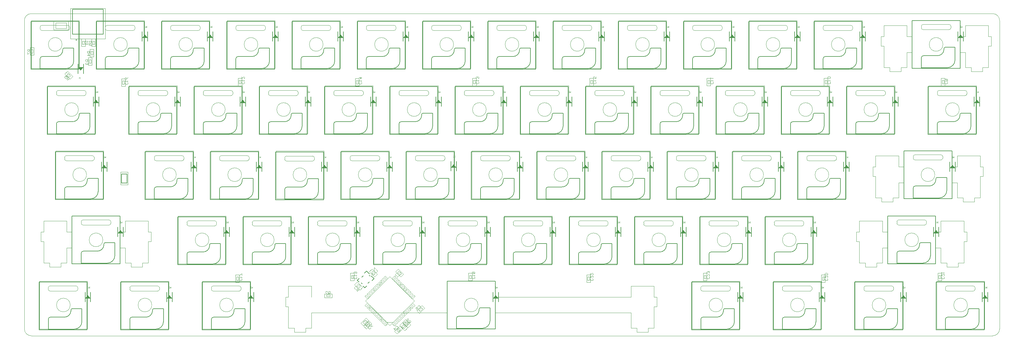
<source format=gtp>
G04*
G04 #@! TF.GenerationSoftware,Altium Limited,Altium Designer,20.1.14 (287)*
G04*
G04 Layer_Color=8421504*
%FSLAX44Y44*%
%MOMM*%
G71*
G04*
G04 #@! TF.SameCoordinates,D608AE29-1AE8-4FBD-9928-58F04A13B8B9*
G04*
G04*
G04 #@! TF.FilePolarity,Positive*
G04*
G01*
G75*
%ADD10C,0.0127*%
%ADD11C,0.1000*%
%ADD12C,0.0130*%
%ADD13C,0.0000*%
%ADD14C,0.1501*%
%ADD15C,0.1270*%
%ADD16C,0.2000*%
%ADD17C,0.0500*%
G36*
X-2682640Y-186362D02*
X-2682597Y-186383D01*
X-2682564Y-186405D01*
X-2682554Y-186416D01*
X-2682521Y-186480D01*
X-2682511Y-186555D01*
X-2682500Y-186620D01*
Y-188393D01*
X-2682511Y-188489D01*
X-2682532Y-188554D01*
X-2682543Y-188597D01*
X-2682554Y-188608D01*
X-2682607Y-188650D01*
X-2682650Y-188672D01*
X-2682693Y-188683D01*
X-2682704D01*
X-2682769Y-188672D01*
X-2682812Y-188650D01*
X-2682844Y-188618D01*
X-2682855Y-188608D01*
X-2682898Y-188543D01*
X-2682908Y-188479D01*
X-2682919Y-188414D01*
Y-187619D01*
X-2684778D01*
X-2685540Y-188457D01*
X-2685455Y-188704D01*
X-2685347Y-188919D01*
X-2685218Y-189112D01*
X-2685100Y-189274D01*
X-2684993Y-189403D01*
X-2684907Y-189499D01*
X-2684842Y-189564D01*
X-2684832Y-189585D01*
X-2684821D01*
X-2684713Y-189671D01*
X-2684574Y-189768D01*
X-2684413Y-189854D01*
X-2684241Y-189951D01*
X-2684058Y-190047D01*
X-2683864Y-190133D01*
X-2683467Y-190305D01*
X-2683274Y-190391D01*
X-2683102Y-190466D01*
X-2682930Y-190531D01*
X-2682790Y-190584D01*
X-2682672Y-190627D01*
X-2682575Y-190660D01*
X-2682521Y-190681D01*
X-2682500Y-190692D01*
Y-191498D01*
X-2682511Y-191605D01*
X-2682532Y-191670D01*
X-2682543Y-191712D01*
X-2682554Y-191723D01*
X-2682607Y-191766D01*
X-2682650Y-191777D01*
X-2682693Y-191788D01*
X-2682704D01*
X-2682769Y-191777D01*
X-2682812Y-191756D01*
X-2682844Y-191734D01*
X-2682855Y-191723D01*
X-2682898Y-191659D01*
X-2682908Y-191584D01*
X-2682919Y-191519D01*
Y-190982D01*
X-2683134Y-190896D01*
X-2683327Y-190810D01*
X-2683499Y-190746D01*
X-2683660Y-190670D01*
X-2683800Y-190617D01*
X-2683929Y-190563D01*
X-2684036Y-190509D01*
X-2684133Y-190466D01*
X-2684208Y-190434D01*
X-2684273Y-190402D01*
X-2684326Y-190369D01*
X-2684370Y-190348D01*
X-2684402Y-190337D01*
X-2684423Y-190326D01*
X-2684445Y-190316D01*
X-2684649Y-190198D01*
X-2684832Y-190079D01*
X-2684982Y-189972D01*
X-2685111Y-189875D01*
X-2685208Y-189789D01*
X-2685283Y-189714D01*
X-2685326Y-189671D01*
X-2685337Y-189660D01*
X-2685444Y-189531D01*
X-2685551Y-189392D01*
X-2685637Y-189241D01*
X-2685713Y-189112D01*
X-2685766Y-188994D01*
X-2685820Y-188898D01*
X-2685841Y-188833D01*
X-2685852Y-188822D01*
Y-188812D01*
X-2687926Y-191111D01*
Y-191272D01*
X-2687937Y-191369D01*
X-2687958Y-191433D01*
X-2687969Y-191476D01*
X-2687979Y-191487D01*
X-2688022Y-191530D01*
X-2688076Y-191551D01*
X-2688119Y-191562D01*
X-2688130D01*
X-2688194Y-191551D01*
X-2688237Y-191530D01*
X-2688270Y-191498D01*
X-2688280Y-191487D01*
X-2688323Y-191423D01*
X-2688334Y-191358D01*
X-2688345Y-191294D01*
Y-190036D01*
X-2688334Y-189929D01*
X-2688313Y-189865D01*
X-2688291Y-189822D01*
X-2688280Y-189811D01*
X-2688237Y-189779D01*
X-2688184Y-189757D01*
X-2688152Y-189746D01*
X-2688130D01*
X-2688065Y-189757D01*
X-2688022Y-189779D01*
X-2687990Y-189800D01*
X-2687979Y-189811D01*
X-2687947Y-189875D01*
X-2687937Y-189951D01*
X-2687926Y-190015D01*
Y-190488D01*
X-2685337Y-187619D01*
X-2687926D01*
Y-188393D01*
X-2687937Y-188489D01*
X-2687958Y-188554D01*
X-2687969Y-188597D01*
X-2687979Y-188608D01*
X-2688022Y-188650D01*
X-2688076Y-188672D01*
X-2688119Y-188683D01*
X-2688130D01*
X-2688194Y-188672D01*
X-2688237Y-188650D01*
X-2688270Y-188618D01*
X-2688280Y-188608D01*
X-2688323Y-188543D01*
X-2688334Y-188479D01*
X-2688345Y-188414D01*
Y-186641D01*
X-2688334Y-186534D01*
X-2688313Y-186469D01*
X-2688291Y-186426D01*
X-2688280Y-186416D01*
X-2688237Y-186383D01*
X-2688184Y-186362D01*
X-2688152Y-186351D01*
X-2688130D01*
X-2688065Y-186362D01*
X-2688022Y-186383D01*
X-2687990Y-186405D01*
X-2687979Y-186416D01*
X-2687947Y-186480D01*
X-2687937Y-186555D01*
X-2687926Y-186620D01*
Y-187200D01*
X-2682919D01*
Y-186641D01*
X-2682908Y-186534D01*
X-2682887Y-186469D01*
X-2682865Y-186426D01*
X-2682855Y-186416D01*
X-2682812Y-186383D01*
X-2682758Y-186362D01*
X-2682726Y-186351D01*
X-2682704D01*
X-2682640Y-186362D01*
D02*
G37*
G36*
X-42106Y-797760D02*
X-42063Y-797782D01*
X-42031Y-797803D01*
X-42020Y-797814D01*
X-41978Y-797879D01*
X-41967Y-797954D01*
X-41956Y-798018D01*
Y-798556D01*
X-41741Y-798642D01*
X-41548Y-798727D01*
X-41376Y-798792D01*
X-41215Y-798867D01*
X-41075Y-798921D01*
X-40946Y-798975D01*
X-40839Y-799028D01*
X-40742Y-799071D01*
X-40667Y-799103D01*
X-40602Y-799136D01*
X-40549Y-799168D01*
X-40505Y-799189D01*
X-40473Y-799200D01*
X-40452Y-799211D01*
X-40430Y-799222D01*
X-40226Y-799340D01*
X-40044Y-799458D01*
X-39893Y-799566D01*
X-39764Y-799662D01*
X-39667Y-799748D01*
X-39592Y-799823D01*
X-39549Y-799866D01*
X-39539Y-799877D01*
X-39431Y-800006D01*
X-39324Y-800146D01*
X-39238Y-800296D01*
X-39162Y-800425D01*
X-39109Y-800543D01*
X-39055Y-800640D01*
X-39034Y-800704D01*
X-39023Y-800715D01*
Y-800726D01*
X-36949Y-798427D01*
Y-798265D01*
X-36938Y-798169D01*
X-36917Y-798104D01*
X-36906Y-798061D01*
X-36895Y-798051D01*
X-36853Y-798008D01*
X-36799Y-797986D01*
X-36756Y-797975D01*
X-36745D01*
X-36681Y-797986D01*
X-36638Y-798008D01*
X-36605Y-798040D01*
X-36595Y-798051D01*
X-36552Y-798115D01*
X-36541Y-798179D01*
X-36530Y-798244D01*
Y-799501D01*
X-36541Y-799609D01*
X-36562Y-799673D01*
X-36584Y-799716D01*
X-36595Y-799727D01*
X-36638Y-799759D01*
X-36691Y-799780D01*
X-36723Y-799791D01*
X-36745D01*
X-36809Y-799780D01*
X-36853Y-799759D01*
X-36885Y-799737D01*
X-36895Y-799727D01*
X-36928Y-799662D01*
X-36938Y-799587D01*
X-36949Y-799522D01*
Y-799050D01*
X-39539Y-801918D01*
X-36949D01*
Y-801145D01*
X-36938Y-801048D01*
X-36917Y-800984D01*
X-36906Y-800941D01*
X-36895Y-800930D01*
X-36853Y-800887D01*
X-36799Y-800865D01*
X-36756Y-800855D01*
X-36745D01*
X-36681Y-800865D01*
X-36638Y-800887D01*
X-36605Y-800919D01*
X-36595Y-800930D01*
X-36552Y-800994D01*
X-36541Y-801059D01*
X-36530Y-801123D01*
Y-802896D01*
X-36541Y-803004D01*
X-36562Y-803068D01*
X-36584Y-803111D01*
X-36595Y-803122D01*
X-36638Y-803154D01*
X-36691Y-803176D01*
X-36723Y-803186D01*
X-36745D01*
X-36809Y-803176D01*
X-36853Y-803154D01*
X-36885Y-803133D01*
X-36895Y-803122D01*
X-36928Y-803057D01*
X-36938Y-802982D01*
X-36949Y-802918D01*
Y-802337D01*
X-41956D01*
Y-802896D01*
X-41967Y-803004D01*
X-41988Y-803068D01*
X-42010Y-803111D01*
X-42020Y-803122D01*
X-42063Y-803154D01*
X-42117Y-803176D01*
X-42149Y-803186D01*
X-42171D01*
X-42235Y-803176D01*
X-42278Y-803154D01*
X-42311Y-803133D01*
X-42321Y-803122D01*
X-42354Y-803057D01*
X-42364Y-802982D01*
X-42375Y-802918D01*
Y-801145D01*
X-42364Y-801048D01*
X-42343Y-800984D01*
X-42332Y-800941D01*
X-42321Y-800930D01*
X-42268Y-800887D01*
X-42225Y-800865D01*
X-42182Y-800855D01*
X-42171D01*
X-42106Y-800865D01*
X-42063Y-800887D01*
X-42031Y-800919D01*
X-42020Y-800930D01*
X-41978Y-800994D01*
X-41967Y-801059D01*
X-41956Y-801123D01*
Y-801918D01*
X-40097D01*
X-39334Y-801080D01*
X-39420Y-800833D01*
X-39528Y-800618D01*
X-39657Y-800425D01*
X-39775Y-800264D01*
X-39882Y-800135D01*
X-39968Y-800038D01*
X-40033Y-799974D01*
X-40044Y-799952D01*
X-40054D01*
X-40162Y-799866D01*
X-40301Y-799770D01*
X-40462Y-799684D01*
X-40634Y-799587D01*
X-40817Y-799490D01*
X-41010Y-799404D01*
X-41408Y-799232D01*
X-41601Y-799146D01*
X-41773Y-799071D01*
X-41945Y-799007D01*
X-42085Y-798953D01*
X-42203Y-798910D01*
X-42300Y-798878D01*
X-42354Y-798856D01*
X-42375Y-798846D01*
Y-798040D01*
X-42364Y-797932D01*
X-42343Y-797868D01*
X-42332Y-797825D01*
X-42321Y-797814D01*
X-42268Y-797771D01*
X-42225Y-797760D01*
X-42182Y-797750D01*
X-42171D01*
X-42106Y-797760D01*
D02*
G37*
G36*
X-280231D02*
X-280188Y-797782D01*
X-280156Y-797803D01*
X-280145Y-797814D01*
X-280103Y-797879D01*
X-280092Y-797954D01*
X-280081Y-798018D01*
Y-798556D01*
X-279866Y-798642D01*
X-279673Y-798727D01*
X-279501Y-798792D01*
X-279340Y-798867D01*
X-279200Y-798921D01*
X-279071Y-798975D01*
X-278964Y-799028D01*
X-278867Y-799071D01*
X-278792Y-799103D01*
X-278727Y-799136D01*
X-278673Y-799168D01*
X-278631Y-799189D01*
X-278598Y-799200D01*
X-278577Y-799211D01*
X-278555Y-799222D01*
X-278351Y-799340D01*
X-278169Y-799458D01*
X-278018Y-799566D01*
X-277889Y-799662D01*
X-277792Y-799748D01*
X-277717Y-799823D01*
X-277674Y-799866D01*
X-277663Y-799877D01*
X-277556Y-800006D01*
X-277449Y-800146D01*
X-277363Y-800296D01*
X-277288Y-800425D01*
X-277234Y-800543D01*
X-277180Y-800640D01*
X-277159Y-800704D01*
X-277148Y-800715D01*
Y-800726D01*
X-275074Y-798427D01*
Y-798265D01*
X-275063Y-798169D01*
X-275042Y-798104D01*
X-275031Y-798061D01*
X-275021Y-798051D01*
X-274977Y-798008D01*
X-274924Y-797986D01*
X-274881Y-797975D01*
X-274870D01*
X-274806Y-797986D01*
X-274763Y-798008D01*
X-274730Y-798040D01*
X-274720Y-798051D01*
X-274677Y-798115D01*
X-274666Y-798179D01*
X-274655Y-798244D01*
Y-799501D01*
X-274666Y-799609D01*
X-274687Y-799673D01*
X-274709Y-799716D01*
X-274720Y-799727D01*
X-274763Y-799759D01*
X-274816Y-799780D01*
X-274848Y-799791D01*
X-274870D01*
X-274935Y-799780D01*
X-274977Y-799759D01*
X-275010Y-799737D01*
X-275021Y-799727D01*
X-275053Y-799662D01*
X-275063Y-799587D01*
X-275074Y-799522D01*
Y-799050D01*
X-277663Y-801918D01*
X-275074D01*
Y-801145D01*
X-275063Y-801048D01*
X-275042Y-800984D01*
X-275031Y-800941D01*
X-275021Y-800930D01*
X-274977Y-800887D01*
X-274924Y-800865D01*
X-274881Y-800855D01*
X-274870D01*
X-274806Y-800865D01*
X-274763Y-800887D01*
X-274730Y-800919D01*
X-274720Y-800930D01*
X-274677Y-800994D01*
X-274666Y-801059D01*
X-274655Y-801123D01*
Y-802896D01*
X-274666Y-803004D01*
X-274687Y-803068D01*
X-274709Y-803111D01*
X-274720Y-803122D01*
X-274763Y-803154D01*
X-274816Y-803176D01*
X-274848Y-803186D01*
X-274870D01*
X-274935Y-803176D01*
X-274977Y-803154D01*
X-275010Y-803133D01*
X-275021Y-803122D01*
X-275053Y-803057D01*
X-275063Y-802982D01*
X-275074Y-802918D01*
Y-802337D01*
X-280081D01*
Y-802896D01*
X-280092Y-803004D01*
X-280113Y-803068D01*
X-280135Y-803111D01*
X-280145Y-803122D01*
X-280188Y-803154D01*
X-280242Y-803176D01*
X-280274Y-803186D01*
X-280296D01*
X-280360Y-803176D01*
X-280403Y-803154D01*
X-280436Y-803133D01*
X-280446Y-803122D01*
X-280478Y-803057D01*
X-280489Y-802982D01*
X-280500Y-802918D01*
Y-801145D01*
X-280489Y-801048D01*
X-280468Y-800984D01*
X-280457Y-800941D01*
X-280446Y-800930D01*
X-280393Y-800887D01*
X-280350Y-800865D01*
X-280307Y-800855D01*
X-280296D01*
X-280231Y-800865D01*
X-280188Y-800887D01*
X-280156Y-800919D01*
X-280145Y-800930D01*
X-280103Y-800994D01*
X-280092Y-801059D01*
X-280081Y-801123D01*
Y-801918D01*
X-278222D01*
X-277459Y-801080D01*
X-277545Y-800833D01*
X-277653Y-800618D01*
X-277782Y-800425D01*
X-277900Y-800264D01*
X-278007Y-800135D01*
X-278093Y-800038D01*
X-278158Y-799974D01*
X-278169Y-799952D01*
X-278179D01*
X-278287Y-799866D01*
X-278426Y-799770D01*
X-278587Y-799684D01*
X-278759Y-799587D01*
X-278942Y-799490D01*
X-279135Y-799404D01*
X-279533Y-799232D01*
X-279726Y-799146D01*
X-279898Y-799071D01*
X-280070Y-799007D01*
X-280210Y-798953D01*
X-280328Y-798910D01*
X-280425Y-798878D01*
X-280478Y-798856D01*
X-280500Y-798846D01*
Y-798040D01*
X-280489Y-797932D01*
X-280468Y-797868D01*
X-280457Y-797825D01*
X-280446Y-797814D01*
X-280393Y-797771D01*
X-280350Y-797760D01*
X-280307Y-797750D01*
X-280296D01*
X-280231Y-797760D01*
D02*
G37*
G36*
X-518356D02*
X-518313Y-797782D01*
X-518281Y-797803D01*
X-518270Y-797814D01*
X-518228Y-797879D01*
X-518217Y-797954D01*
X-518206Y-798018D01*
Y-798556D01*
X-517991Y-798642D01*
X-517798Y-798727D01*
X-517626Y-798792D01*
X-517465Y-798867D01*
X-517325Y-798921D01*
X-517196Y-798975D01*
X-517089Y-799028D01*
X-516992Y-799071D01*
X-516917Y-799103D01*
X-516852Y-799136D01*
X-516799Y-799168D01*
X-516755Y-799189D01*
X-516723Y-799200D01*
X-516702Y-799211D01*
X-516680Y-799222D01*
X-516476Y-799340D01*
X-516293Y-799458D01*
X-516143Y-799566D01*
X-516014Y-799662D01*
X-515918Y-799748D01*
X-515842Y-799823D01*
X-515799Y-799866D01*
X-515788Y-799877D01*
X-515681Y-800006D01*
X-515574Y-800146D01*
X-515488Y-800296D01*
X-515412Y-800425D01*
X-515359Y-800543D01*
X-515305Y-800640D01*
X-515284Y-800704D01*
X-515273Y-800715D01*
Y-800726D01*
X-513199Y-798427D01*
Y-798265D01*
X-513188Y-798169D01*
X-513167Y-798104D01*
X-513156Y-798061D01*
X-513145Y-798051D01*
X-513102Y-798008D01*
X-513049Y-797986D01*
X-513006Y-797975D01*
X-512995D01*
X-512931Y-797986D01*
X-512888Y-798008D01*
X-512855Y-798040D01*
X-512845Y-798051D01*
X-512802Y-798115D01*
X-512791Y-798179D01*
X-512780Y-798244D01*
Y-799501D01*
X-512791Y-799609D01*
X-512812Y-799673D01*
X-512834Y-799716D01*
X-512845Y-799727D01*
X-512888Y-799759D01*
X-512941Y-799780D01*
X-512974Y-799791D01*
X-512995D01*
X-513060Y-799780D01*
X-513102Y-799759D01*
X-513135Y-799737D01*
X-513145Y-799727D01*
X-513178Y-799662D01*
X-513188Y-799587D01*
X-513199Y-799522D01*
Y-799050D01*
X-515788Y-801918D01*
X-513199D01*
Y-801145D01*
X-513188Y-801048D01*
X-513167Y-800984D01*
X-513156Y-800941D01*
X-513145Y-800930D01*
X-513102Y-800887D01*
X-513049Y-800865D01*
X-513006Y-800855D01*
X-512995D01*
X-512931Y-800865D01*
X-512888Y-800887D01*
X-512855Y-800919D01*
X-512845Y-800930D01*
X-512802Y-800994D01*
X-512791Y-801059D01*
X-512780Y-801123D01*
Y-802896D01*
X-512791Y-803004D01*
X-512812Y-803068D01*
X-512834Y-803111D01*
X-512845Y-803122D01*
X-512888Y-803154D01*
X-512941Y-803176D01*
X-512974Y-803186D01*
X-512995D01*
X-513060Y-803176D01*
X-513102Y-803154D01*
X-513135Y-803133D01*
X-513145Y-803122D01*
X-513178Y-803057D01*
X-513188Y-802982D01*
X-513199Y-802918D01*
Y-802337D01*
X-518206D01*
Y-802896D01*
X-518217Y-803004D01*
X-518238Y-803068D01*
X-518260Y-803111D01*
X-518270Y-803122D01*
X-518313Y-803154D01*
X-518367Y-803176D01*
X-518399Y-803186D01*
X-518421D01*
X-518485Y-803176D01*
X-518528Y-803154D01*
X-518560Y-803133D01*
X-518571Y-803122D01*
X-518604Y-803057D01*
X-518614Y-802982D01*
X-518625Y-802918D01*
Y-801145D01*
X-518614Y-801048D01*
X-518593Y-800984D01*
X-518582Y-800941D01*
X-518571Y-800930D01*
X-518518Y-800887D01*
X-518475Y-800865D01*
X-518432Y-800855D01*
X-518421D01*
X-518356Y-800865D01*
X-518313Y-800887D01*
X-518281Y-800919D01*
X-518270Y-800930D01*
X-518228Y-800994D01*
X-518217Y-801059D01*
X-518206Y-801123D01*
Y-801918D01*
X-516347D01*
X-515584Y-801080D01*
X-515670Y-800833D01*
X-515778Y-800618D01*
X-515907Y-800425D01*
X-516025Y-800264D01*
X-516132Y-800135D01*
X-516218Y-800038D01*
X-516283Y-799974D01*
X-516293Y-799952D01*
X-516304D01*
X-516412Y-799866D01*
X-516551Y-799770D01*
X-516712Y-799684D01*
X-516884Y-799587D01*
X-517067Y-799490D01*
X-517261Y-799404D01*
X-517658Y-799232D01*
X-517851Y-799146D01*
X-518023Y-799071D01*
X-518195Y-799007D01*
X-518335Y-798953D01*
X-518453Y-798910D01*
X-518550Y-798878D01*
X-518604Y-798856D01*
X-518625Y-798846D01*
Y-798040D01*
X-518614Y-797932D01*
X-518593Y-797868D01*
X-518582Y-797825D01*
X-518571Y-797814D01*
X-518518Y-797771D01*
X-518475Y-797760D01*
X-518432Y-797750D01*
X-518421D01*
X-518356Y-797760D01*
D02*
G37*
G36*
X-756481D02*
X-756438Y-797782D01*
X-756406Y-797803D01*
X-756395Y-797814D01*
X-756352Y-797879D01*
X-756342Y-797954D01*
X-756331Y-798018D01*
Y-798556D01*
X-756116Y-798642D01*
X-755923Y-798727D01*
X-755751Y-798792D01*
X-755590Y-798867D01*
X-755450Y-798921D01*
X-755321Y-798975D01*
X-755214Y-799028D01*
X-755117Y-799071D01*
X-755042Y-799103D01*
X-754977Y-799136D01*
X-754923Y-799168D01*
X-754881Y-799189D01*
X-754848Y-799200D01*
X-754827Y-799211D01*
X-754805Y-799222D01*
X-754601Y-799340D01*
X-754418Y-799458D01*
X-754268Y-799566D01*
X-754139Y-799662D01*
X-754043Y-799748D01*
X-753967Y-799823D01*
X-753924Y-799866D01*
X-753913Y-799877D01*
X-753806Y-800006D01*
X-753699Y-800146D01*
X-753613Y-800296D01*
X-753538Y-800425D01*
X-753484Y-800543D01*
X-753430Y-800640D01*
X-753409Y-800704D01*
X-753398Y-800715D01*
Y-800726D01*
X-751324Y-798427D01*
Y-798265D01*
X-751313Y-798169D01*
X-751292Y-798104D01*
X-751281Y-798061D01*
X-751271Y-798051D01*
X-751227Y-798008D01*
X-751174Y-797986D01*
X-751131Y-797975D01*
X-751120D01*
X-751056Y-797986D01*
X-751013Y-798008D01*
X-750980Y-798040D01*
X-750970Y-798051D01*
X-750927Y-798115D01*
X-750916Y-798179D01*
X-750905Y-798244D01*
Y-799501D01*
X-750916Y-799609D01*
X-750937Y-799673D01*
X-750959Y-799716D01*
X-750970Y-799727D01*
X-751013Y-799759D01*
X-751066Y-799780D01*
X-751098Y-799791D01*
X-751120D01*
X-751184Y-799780D01*
X-751227Y-799759D01*
X-751260Y-799737D01*
X-751271Y-799727D01*
X-751303Y-799662D01*
X-751313Y-799587D01*
X-751324Y-799522D01*
Y-799050D01*
X-753913Y-801918D01*
X-751324D01*
Y-801145D01*
X-751313Y-801048D01*
X-751292Y-800984D01*
X-751281Y-800941D01*
X-751271Y-800930D01*
X-751227Y-800887D01*
X-751174Y-800865D01*
X-751131Y-800855D01*
X-751120D01*
X-751056Y-800865D01*
X-751013Y-800887D01*
X-750980Y-800919D01*
X-750970Y-800930D01*
X-750927Y-800994D01*
X-750916Y-801059D01*
X-750905Y-801123D01*
Y-802896D01*
X-750916Y-803004D01*
X-750937Y-803068D01*
X-750959Y-803111D01*
X-750970Y-803122D01*
X-751013Y-803154D01*
X-751066Y-803176D01*
X-751098Y-803186D01*
X-751120D01*
X-751184Y-803176D01*
X-751227Y-803154D01*
X-751260Y-803133D01*
X-751271Y-803122D01*
X-751303Y-803057D01*
X-751313Y-802982D01*
X-751324Y-802918D01*
Y-802337D01*
X-756331D01*
Y-802896D01*
X-756342Y-803004D01*
X-756363Y-803068D01*
X-756385Y-803111D01*
X-756395Y-803122D01*
X-756438Y-803154D01*
X-756492Y-803176D01*
X-756524Y-803186D01*
X-756546D01*
X-756610Y-803176D01*
X-756653Y-803154D01*
X-756685Y-803133D01*
X-756696Y-803122D01*
X-756729Y-803057D01*
X-756739Y-802982D01*
X-756750Y-802918D01*
Y-801145D01*
X-756739Y-801048D01*
X-756718Y-800984D01*
X-756707Y-800941D01*
X-756696Y-800930D01*
X-756643Y-800887D01*
X-756600Y-800865D01*
X-756557Y-800855D01*
X-756546D01*
X-756481Y-800865D01*
X-756438Y-800887D01*
X-756406Y-800919D01*
X-756395Y-800930D01*
X-756352Y-800994D01*
X-756342Y-801059D01*
X-756331Y-801123D01*
Y-801918D01*
X-754472D01*
X-753709Y-801080D01*
X-753795Y-800833D01*
X-753903Y-800618D01*
X-754032Y-800425D01*
X-754150Y-800264D01*
X-754257Y-800135D01*
X-754343Y-800038D01*
X-754408Y-799974D01*
X-754418Y-799952D01*
X-754429D01*
X-754537Y-799866D01*
X-754676Y-799770D01*
X-754837Y-799684D01*
X-755009Y-799587D01*
X-755192Y-799490D01*
X-755386Y-799404D01*
X-755783Y-799232D01*
X-755976Y-799146D01*
X-756148Y-799071D01*
X-756320Y-799007D01*
X-756460Y-798953D01*
X-756578Y-798910D01*
X-756675Y-798878D01*
X-756729Y-798856D01*
X-756750Y-798846D01*
Y-798040D01*
X-756739Y-797932D01*
X-756718Y-797868D01*
X-756707Y-797825D01*
X-756696Y-797814D01*
X-756643Y-797771D01*
X-756600Y-797760D01*
X-756557Y-797750D01*
X-756546D01*
X-756481Y-797760D01*
D02*
G37*
G36*
X-1470856D02*
X-1470813Y-797782D01*
X-1470781Y-797803D01*
X-1470770Y-797814D01*
X-1470728Y-797879D01*
X-1470717Y-797954D01*
X-1470706Y-798018D01*
Y-798556D01*
X-1470491Y-798642D01*
X-1470298Y-798727D01*
X-1470126Y-798792D01*
X-1469965Y-798867D01*
X-1469825Y-798921D01*
X-1469696Y-798975D01*
X-1469589Y-799028D01*
X-1469492Y-799071D01*
X-1469417Y-799103D01*
X-1469352Y-799136D01*
X-1469299Y-799168D01*
X-1469256Y-799189D01*
X-1469223Y-799200D01*
X-1469202Y-799211D01*
X-1469180Y-799222D01*
X-1468976Y-799340D01*
X-1468793Y-799458D01*
X-1468643Y-799566D01*
X-1468514Y-799662D01*
X-1468418Y-799748D01*
X-1468342Y-799823D01*
X-1468299Y-799866D01*
X-1468289Y-799877D01*
X-1468181Y-800006D01*
X-1468074Y-800146D01*
X-1467988Y-800296D01*
X-1467912Y-800425D01*
X-1467859Y-800543D01*
X-1467805Y-800640D01*
X-1467784Y-800704D01*
X-1467773Y-800715D01*
Y-800726D01*
X-1465699Y-798427D01*
Y-798265D01*
X-1465688Y-798169D01*
X-1465667Y-798104D01*
X-1465656Y-798061D01*
X-1465645Y-798051D01*
X-1465603Y-798008D01*
X-1465549Y-797986D01*
X-1465506Y-797975D01*
X-1465495D01*
X-1465431Y-797986D01*
X-1465388Y-798008D01*
X-1465355Y-798040D01*
X-1465345Y-798051D01*
X-1465302Y-798115D01*
X-1465291Y-798179D01*
X-1465280Y-798244D01*
Y-799501D01*
X-1465291Y-799609D01*
X-1465312Y-799673D01*
X-1465334Y-799716D01*
X-1465345Y-799727D01*
X-1465388Y-799759D01*
X-1465441Y-799780D01*
X-1465473Y-799791D01*
X-1465495D01*
X-1465560Y-799780D01*
X-1465603Y-799759D01*
X-1465635Y-799737D01*
X-1465645Y-799727D01*
X-1465678Y-799662D01*
X-1465688Y-799587D01*
X-1465699Y-799522D01*
Y-799050D01*
X-1468289Y-801918D01*
X-1465699D01*
Y-801145D01*
X-1465688Y-801048D01*
X-1465667Y-800984D01*
X-1465656Y-800941D01*
X-1465645Y-800930D01*
X-1465603Y-800887D01*
X-1465549Y-800865D01*
X-1465506Y-800855D01*
X-1465495D01*
X-1465431Y-800865D01*
X-1465388Y-800887D01*
X-1465355Y-800919D01*
X-1465345Y-800930D01*
X-1465302Y-800994D01*
X-1465291Y-801059D01*
X-1465280Y-801123D01*
Y-802896D01*
X-1465291Y-803004D01*
X-1465312Y-803068D01*
X-1465334Y-803111D01*
X-1465345Y-803122D01*
X-1465388Y-803154D01*
X-1465441Y-803176D01*
X-1465473Y-803186D01*
X-1465495D01*
X-1465560Y-803176D01*
X-1465603Y-803154D01*
X-1465635Y-803133D01*
X-1465645Y-803122D01*
X-1465678Y-803057D01*
X-1465688Y-802982D01*
X-1465699Y-802918D01*
Y-802337D01*
X-1470706D01*
Y-802896D01*
X-1470717Y-803004D01*
X-1470738Y-803068D01*
X-1470760Y-803111D01*
X-1470770Y-803122D01*
X-1470813Y-803154D01*
X-1470867Y-803176D01*
X-1470899Y-803186D01*
X-1470921D01*
X-1470985Y-803176D01*
X-1471028Y-803154D01*
X-1471060Y-803133D01*
X-1471071Y-803122D01*
X-1471104Y-803057D01*
X-1471114Y-802982D01*
X-1471125Y-802918D01*
Y-801145D01*
X-1471114Y-801048D01*
X-1471093Y-800984D01*
X-1471082Y-800941D01*
X-1471071Y-800930D01*
X-1471018Y-800887D01*
X-1470975Y-800865D01*
X-1470932Y-800855D01*
X-1470921D01*
X-1470856Y-800865D01*
X-1470813Y-800887D01*
X-1470781Y-800919D01*
X-1470770Y-800930D01*
X-1470728Y-800994D01*
X-1470717Y-801059D01*
X-1470706Y-801123D01*
Y-801918D01*
X-1468847D01*
X-1468084Y-801080D01*
X-1468170Y-800833D01*
X-1468278Y-800618D01*
X-1468407Y-800425D01*
X-1468525Y-800264D01*
X-1468632Y-800135D01*
X-1468718Y-800038D01*
X-1468783Y-799974D01*
X-1468793Y-799952D01*
X-1468804D01*
X-1468912Y-799866D01*
X-1469051Y-799770D01*
X-1469212Y-799684D01*
X-1469384Y-799587D01*
X-1469567Y-799490D01*
X-1469760Y-799404D01*
X-1470158Y-799232D01*
X-1470351Y-799146D01*
X-1470523Y-799071D01*
X-1470695Y-799007D01*
X-1470835Y-798953D01*
X-1470953Y-798910D01*
X-1471050Y-798878D01*
X-1471104Y-798856D01*
X-1471125Y-798846D01*
Y-798040D01*
X-1471114Y-797932D01*
X-1471093Y-797868D01*
X-1471082Y-797825D01*
X-1471071Y-797814D01*
X-1471018Y-797771D01*
X-1470975Y-797760D01*
X-1470932Y-797750D01*
X-1470921D01*
X-1470856Y-797760D01*
D02*
G37*
G36*
X-2185231D02*
X-2185188Y-797782D01*
X-2185156Y-797803D01*
X-2185145Y-797814D01*
X-2185103Y-797879D01*
X-2185092Y-797954D01*
X-2185081Y-798018D01*
Y-798556D01*
X-2184866Y-798642D01*
X-2184673Y-798727D01*
X-2184501Y-798792D01*
X-2184340Y-798867D01*
X-2184200Y-798921D01*
X-2184071Y-798975D01*
X-2183964Y-799028D01*
X-2183867Y-799071D01*
X-2183792Y-799103D01*
X-2183727Y-799136D01*
X-2183674Y-799168D01*
X-2183631Y-799189D01*
X-2183598Y-799200D01*
X-2183577Y-799211D01*
X-2183555Y-799222D01*
X-2183351Y-799340D01*
X-2183168Y-799458D01*
X-2183018Y-799566D01*
X-2182889Y-799662D01*
X-2182793Y-799748D01*
X-2182717Y-799823D01*
X-2182674Y-799866D01*
X-2182664Y-799877D01*
X-2182556Y-800006D01*
X-2182449Y-800146D01*
X-2182363Y-800296D01*
X-2182287Y-800425D01*
X-2182234Y-800543D01*
X-2182180Y-800640D01*
X-2182159Y-800704D01*
X-2182148Y-800715D01*
Y-800726D01*
X-2180074Y-798427D01*
Y-798265D01*
X-2180063Y-798169D01*
X-2180042Y-798104D01*
X-2180031Y-798061D01*
X-2180020Y-798051D01*
X-2179978Y-798008D01*
X-2179924Y-797986D01*
X-2179881Y-797975D01*
X-2179870D01*
X-2179806Y-797986D01*
X-2179763Y-798008D01*
X-2179730Y-798040D01*
X-2179720Y-798051D01*
X-2179677Y-798115D01*
X-2179666Y-798179D01*
X-2179655Y-798244D01*
Y-799501D01*
X-2179666Y-799609D01*
X-2179687Y-799673D01*
X-2179709Y-799716D01*
X-2179720Y-799727D01*
X-2179763Y-799759D01*
X-2179816Y-799780D01*
X-2179848Y-799791D01*
X-2179870D01*
X-2179935Y-799780D01*
X-2179978Y-799759D01*
X-2180010Y-799737D01*
X-2180020Y-799727D01*
X-2180053Y-799662D01*
X-2180063Y-799587D01*
X-2180074Y-799522D01*
Y-799050D01*
X-2182664Y-801918D01*
X-2180074D01*
Y-801145D01*
X-2180063Y-801048D01*
X-2180042Y-800984D01*
X-2180031Y-800941D01*
X-2180020Y-800930D01*
X-2179978Y-800887D01*
X-2179924Y-800865D01*
X-2179881Y-800855D01*
X-2179870D01*
X-2179806Y-800865D01*
X-2179763Y-800887D01*
X-2179730Y-800919D01*
X-2179720Y-800930D01*
X-2179677Y-800994D01*
X-2179666Y-801059D01*
X-2179655Y-801123D01*
Y-802896D01*
X-2179666Y-803004D01*
X-2179687Y-803068D01*
X-2179709Y-803111D01*
X-2179720Y-803122D01*
X-2179763Y-803154D01*
X-2179816Y-803176D01*
X-2179848Y-803186D01*
X-2179870D01*
X-2179935Y-803176D01*
X-2179978Y-803154D01*
X-2180010Y-803133D01*
X-2180020Y-803122D01*
X-2180053Y-803057D01*
X-2180063Y-802982D01*
X-2180074Y-802918D01*
Y-802337D01*
X-2185081D01*
Y-802896D01*
X-2185092Y-803004D01*
X-2185113Y-803068D01*
X-2185135Y-803111D01*
X-2185145Y-803122D01*
X-2185188Y-803154D01*
X-2185242Y-803176D01*
X-2185274Y-803186D01*
X-2185296D01*
X-2185360Y-803176D01*
X-2185403Y-803154D01*
X-2185435Y-803133D01*
X-2185446Y-803122D01*
X-2185479Y-803057D01*
X-2185489Y-802982D01*
X-2185500Y-802918D01*
Y-801145D01*
X-2185489Y-801048D01*
X-2185468Y-800984D01*
X-2185457Y-800941D01*
X-2185446Y-800930D01*
X-2185393Y-800887D01*
X-2185350Y-800865D01*
X-2185307Y-800855D01*
X-2185296D01*
X-2185231Y-800865D01*
X-2185188Y-800887D01*
X-2185156Y-800919D01*
X-2185145Y-800930D01*
X-2185103Y-800994D01*
X-2185092Y-801059D01*
X-2185081Y-801123D01*
Y-801918D01*
X-2183222D01*
X-2182459Y-801080D01*
X-2182545Y-800833D01*
X-2182653Y-800618D01*
X-2182782Y-800425D01*
X-2182900Y-800264D01*
X-2183007Y-800135D01*
X-2183093Y-800038D01*
X-2183158Y-799974D01*
X-2183168Y-799952D01*
X-2183179D01*
X-2183287Y-799866D01*
X-2183426Y-799770D01*
X-2183587Y-799684D01*
X-2183759Y-799587D01*
X-2183942Y-799490D01*
X-2184135Y-799404D01*
X-2184533Y-799232D01*
X-2184726Y-799146D01*
X-2184898Y-799071D01*
X-2185070Y-799007D01*
X-2185210Y-798953D01*
X-2185328Y-798910D01*
X-2185425Y-798878D01*
X-2185479Y-798856D01*
X-2185500Y-798846D01*
Y-798040D01*
X-2185489Y-797932D01*
X-2185468Y-797868D01*
X-2185457Y-797825D01*
X-2185446Y-797814D01*
X-2185393Y-797771D01*
X-2185350Y-797760D01*
X-2185307Y-797750D01*
X-2185296D01*
X-2185231Y-797760D01*
D02*
G37*
G36*
X-2423356D02*
X-2423313Y-797782D01*
X-2423281Y-797803D01*
X-2423270Y-797814D01*
X-2423228Y-797879D01*
X-2423217Y-797954D01*
X-2423206Y-798018D01*
Y-798556D01*
X-2422991Y-798642D01*
X-2422798Y-798727D01*
X-2422626Y-798792D01*
X-2422465Y-798867D01*
X-2422325Y-798921D01*
X-2422196Y-798975D01*
X-2422089Y-799028D01*
X-2421992Y-799071D01*
X-2421917Y-799103D01*
X-2421852Y-799136D01*
X-2421799Y-799168D01*
X-2421756Y-799189D01*
X-2421723Y-799200D01*
X-2421702Y-799211D01*
X-2421680Y-799222D01*
X-2421476Y-799340D01*
X-2421293Y-799458D01*
X-2421143Y-799566D01*
X-2421014Y-799662D01*
X-2420918Y-799748D01*
X-2420842Y-799823D01*
X-2420799Y-799866D01*
X-2420789Y-799877D01*
X-2420681Y-800006D01*
X-2420574Y-800146D01*
X-2420488Y-800296D01*
X-2420412Y-800425D01*
X-2420359Y-800543D01*
X-2420305Y-800640D01*
X-2420284Y-800704D01*
X-2420273Y-800715D01*
Y-800726D01*
X-2418199Y-798427D01*
Y-798265D01*
X-2418188Y-798169D01*
X-2418167Y-798104D01*
X-2418156Y-798061D01*
X-2418145Y-798051D01*
X-2418103Y-798008D01*
X-2418049Y-797986D01*
X-2418006Y-797975D01*
X-2417995D01*
X-2417931Y-797986D01*
X-2417888Y-798008D01*
X-2417855Y-798040D01*
X-2417845Y-798051D01*
X-2417802Y-798115D01*
X-2417791Y-798179D01*
X-2417780Y-798244D01*
Y-799501D01*
X-2417791Y-799609D01*
X-2417812Y-799673D01*
X-2417834Y-799716D01*
X-2417845Y-799727D01*
X-2417888Y-799759D01*
X-2417941Y-799780D01*
X-2417973Y-799791D01*
X-2417995D01*
X-2418060Y-799780D01*
X-2418103Y-799759D01*
X-2418135Y-799737D01*
X-2418145Y-799727D01*
X-2418178Y-799662D01*
X-2418188Y-799587D01*
X-2418199Y-799522D01*
Y-799050D01*
X-2420789Y-801918D01*
X-2418199D01*
Y-801145D01*
X-2418188Y-801048D01*
X-2418167Y-800984D01*
X-2418156Y-800941D01*
X-2418145Y-800930D01*
X-2418103Y-800887D01*
X-2418049Y-800865D01*
X-2418006Y-800855D01*
X-2417995D01*
X-2417931Y-800865D01*
X-2417888Y-800887D01*
X-2417855Y-800919D01*
X-2417845Y-800930D01*
X-2417802Y-800994D01*
X-2417791Y-801059D01*
X-2417780Y-801123D01*
Y-802896D01*
X-2417791Y-803004D01*
X-2417812Y-803068D01*
X-2417834Y-803111D01*
X-2417845Y-803122D01*
X-2417888Y-803154D01*
X-2417941Y-803176D01*
X-2417973Y-803186D01*
X-2417995D01*
X-2418060Y-803176D01*
X-2418103Y-803154D01*
X-2418135Y-803133D01*
X-2418145Y-803122D01*
X-2418178Y-803057D01*
X-2418188Y-802982D01*
X-2418199Y-802918D01*
Y-802337D01*
X-2423206D01*
Y-802896D01*
X-2423217Y-803004D01*
X-2423238Y-803068D01*
X-2423260Y-803111D01*
X-2423270Y-803122D01*
X-2423313Y-803154D01*
X-2423367Y-803176D01*
X-2423399Y-803186D01*
X-2423421D01*
X-2423485Y-803176D01*
X-2423528Y-803154D01*
X-2423560Y-803133D01*
X-2423571Y-803122D01*
X-2423604Y-803057D01*
X-2423614Y-802982D01*
X-2423625Y-802918D01*
Y-801145D01*
X-2423614Y-801048D01*
X-2423593Y-800984D01*
X-2423582Y-800941D01*
X-2423571Y-800930D01*
X-2423518Y-800887D01*
X-2423475Y-800865D01*
X-2423432Y-800855D01*
X-2423421D01*
X-2423356Y-800865D01*
X-2423313Y-800887D01*
X-2423281Y-800919D01*
X-2423270Y-800930D01*
X-2423228Y-800994D01*
X-2423217Y-801059D01*
X-2423206Y-801123D01*
Y-801918D01*
X-2421347D01*
X-2420584Y-801080D01*
X-2420670Y-800833D01*
X-2420778Y-800618D01*
X-2420907Y-800425D01*
X-2421025Y-800264D01*
X-2421132Y-800135D01*
X-2421218Y-800038D01*
X-2421283Y-799974D01*
X-2421293Y-799952D01*
X-2421304D01*
X-2421412Y-799866D01*
X-2421551Y-799770D01*
X-2421712Y-799684D01*
X-2421884Y-799587D01*
X-2422067Y-799490D01*
X-2422260Y-799404D01*
X-2422658Y-799232D01*
X-2422851Y-799146D01*
X-2423023Y-799071D01*
X-2423195Y-799007D01*
X-2423335Y-798953D01*
X-2423453Y-798910D01*
X-2423550Y-798878D01*
X-2423604Y-798856D01*
X-2423625Y-798846D01*
Y-798040D01*
X-2423614Y-797932D01*
X-2423593Y-797868D01*
X-2423582Y-797825D01*
X-2423571Y-797814D01*
X-2423518Y-797771D01*
X-2423475Y-797760D01*
X-2423432Y-797750D01*
X-2423421D01*
X-2423356Y-797760D01*
D02*
G37*
G36*
X-2661481D02*
X-2661438Y-797782D01*
X-2661406Y-797803D01*
X-2661395Y-797814D01*
X-2661353Y-797879D01*
X-2661342Y-797954D01*
X-2661331Y-798018D01*
Y-798556D01*
X-2661116Y-798642D01*
X-2660923Y-798727D01*
X-2660751Y-798792D01*
X-2660590Y-798867D01*
X-2660450Y-798921D01*
X-2660321Y-798975D01*
X-2660214Y-799028D01*
X-2660117Y-799071D01*
X-2660042Y-799103D01*
X-2659977Y-799136D01*
X-2659923Y-799168D01*
X-2659880Y-799189D01*
X-2659848Y-799200D01*
X-2659827Y-799211D01*
X-2659805Y-799222D01*
X-2659601Y-799340D01*
X-2659419Y-799458D01*
X-2659268Y-799566D01*
X-2659139Y-799662D01*
X-2659042Y-799748D01*
X-2658967Y-799823D01*
X-2658924Y-799866D01*
X-2658914Y-799877D01*
X-2658806Y-800006D01*
X-2658699Y-800146D01*
X-2658613Y-800296D01*
X-2658538Y-800425D01*
X-2658484Y-800543D01*
X-2658430Y-800640D01*
X-2658409Y-800704D01*
X-2658398Y-800715D01*
Y-800726D01*
X-2656324Y-798427D01*
Y-798265D01*
X-2656313Y-798169D01*
X-2656292Y-798104D01*
X-2656281Y-798061D01*
X-2656270Y-798051D01*
X-2656227Y-798008D01*
X-2656174Y-797986D01*
X-2656131Y-797975D01*
X-2656120D01*
X-2656056Y-797986D01*
X-2656013Y-798008D01*
X-2655981Y-798040D01*
X-2655970Y-798051D01*
X-2655927Y-798115D01*
X-2655916Y-798179D01*
X-2655905Y-798244D01*
Y-799501D01*
X-2655916Y-799609D01*
X-2655938Y-799673D01*
X-2655959Y-799716D01*
X-2655970Y-799727D01*
X-2656013Y-799759D01*
X-2656066Y-799780D01*
X-2656099Y-799791D01*
X-2656120D01*
X-2656184Y-799780D01*
X-2656227Y-799759D01*
X-2656260Y-799737D01*
X-2656270Y-799727D01*
X-2656303Y-799662D01*
X-2656313Y-799587D01*
X-2656324Y-799522D01*
Y-799050D01*
X-2658914Y-801918D01*
X-2656324D01*
Y-801145D01*
X-2656313Y-801048D01*
X-2656292Y-800984D01*
X-2656281Y-800941D01*
X-2656270Y-800930D01*
X-2656227Y-800887D01*
X-2656174Y-800865D01*
X-2656131Y-800855D01*
X-2656120D01*
X-2656056Y-800865D01*
X-2656013Y-800887D01*
X-2655981Y-800919D01*
X-2655970Y-800930D01*
X-2655927Y-800994D01*
X-2655916Y-801059D01*
X-2655905Y-801123D01*
Y-802896D01*
X-2655916Y-803004D01*
X-2655938Y-803068D01*
X-2655959Y-803111D01*
X-2655970Y-803122D01*
X-2656013Y-803154D01*
X-2656066Y-803176D01*
X-2656099Y-803186D01*
X-2656120D01*
X-2656184Y-803176D01*
X-2656227Y-803154D01*
X-2656260Y-803133D01*
X-2656270Y-803122D01*
X-2656303Y-803057D01*
X-2656313Y-802982D01*
X-2656324Y-802918D01*
Y-802337D01*
X-2661331D01*
Y-802896D01*
X-2661342Y-803004D01*
X-2661363Y-803068D01*
X-2661385Y-803111D01*
X-2661395Y-803122D01*
X-2661438Y-803154D01*
X-2661492Y-803176D01*
X-2661524Y-803186D01*
X-2661546D01*
X-2661610Y-803176D01*
X-2661653Y-803154D01*
X-2661685Y-803133D01*
X-2661696Y-803122D01*
X-2661729Y-803057D01*
X-2661739Y-802982D01*
X-2661750Y-802918D01*
Y-801145D01*
X-2661739Y-801048D01*
X-2661718Y-800984D01*
X-2661707Y-800941D01*
X-2661696Y-800930D01*
X-2661642Y-800887D01*
X-2661600Y-800865D01*
X-2661557Y-800855D01*
X-2661546D01*
X-2661481Y-800865D01*
X-2661438Y-800887D01*
X-2661406Y-800919D01*
X-2661395Y-800930D01*
X-2661353Y-800994D01*
X-2661342Y-801059D01*
X-2661331Y-801123D01*
Y-801918D01*
X-2659472D01*
X-2658709Y-801080D01*
X-2658795Y-800833D01*
X-2658903Y-800618D01*
X-2659032Y-800425D01*
X-2659150Y-800264D01*
X-2659257Y-800135D01*
X-2659343Y-800038D01*
X-2659408Y-799974D01*
X-2659419Y-799952D01*
X-2659429D01*
X-2659537Y-799866D01*
X-2659677Y-799770D01*
X-2659838Y-799684D01*
X-2660009Y-799587D01*
X-2660192Y-799490D01*
X-2660385Y-799404D01*
X-2660783Y-799232D01*
X-2660976Y-799146D01*
X-2661148Y-799071D01*
X-2661320Y-799007D01*
X-2661460Y-798953D01*
X-2661578Y-798910D01*
X-2661675Y-798878D01*
X-2661729Y-798856D01*
X-2661750Y-798846D01*
Y-798040D01*
X-2661739Y-797932D01*
X-2661718Y-797868D01*
X-2661707Y-797825D01*
X-2661696Y-797814D01*
X-2661642Y-797771D01*
X-2661600Y-797760D01*
X-2661557Y-797750D01*
X-2661546D01*
X-2661481Y-797760D01*
D02*
G37*
G36*
X-184981Y-607261D02*
X-184938Y-607282D01*
X-184906Y-607303D01*
X-184895Y-607314D01*
X-184853Y-607379D01*
X-184842Y-607454D01*
X-184831Y-607518D01*
Y-608055D01*
X-184616Y-608142D01*
X-184423Y-608227D01*
X-184251Y-608292D01*
X-184090Y-608367D01*
X-183950Y-608421D01*
X-183821Y-608475D01*
X-183714Y-608528D01*
X-183617Y-608571D01*
X-183542Y-608604D01*
X-183477Y-608636D01*
X-183424Y-608668D01*
X-183381Y-608689D01*
X-183348Y-608700D01*
X-183327Y-608711D01*
X-183305Y-608722D01*
X-183101Y-608840D01*
X-182918Y-608958D01*
X-182768Y-609066D01*
X-182639Y-609162D01*
X-182542Y-609248D01*
X-182467Y-609323D01*
X-182424Y-609366D01*
X-182414Y-609377D01*
X-182306Y-609506D01*
X-182199Y-609646D01*
X-182113Y-609796D01*
X-182038Y-609925D01*
X-181984Y-610043D01*
X-181930Y-610140D01*
X-181909Y-610204D01*
X-181898Y-610215D01*
Y-610226D01*
X-179824Y-607927D01*
Y-607765D01*
X-179813Y-607669D01*
X-179792Y-607604D01*
X-179781Y-607561D01*
X-179771Y-607551D01*
X-179727Y-607508D01*
X-179674Y-607486D01*
X-179631Y-607475D01*
X-179620D01*
X-179556Y-607486D01*
X-179513Y-607508D01*
X-179480Y-607540D01*
X-179470Y-607551D01*
X-179427Y-607615D01*
X-179416Y-607679D01*
X-179405Y-607744D01*
Y-609001D01*
X-179416Y-609109D01*
X-179437Y-609173D01*
X-179459Y-609216D01*
X-179470Y-609227D01*
X-179513Y-609259D01*
X-179566Y-609280D01*
X-179599Y-609291D01*
X-179620D01*
X-179685Y-609280D01*
X-179727Y-609259D01*
X-179760Y-609237D01*
X-179771Y-609227D01*
X-179803Y-609162D01*
X-179813Y-609087D01*
X-179824Y-609022D01*
Y-608550D01*
X-182414Y-611418D01*
X-179824D01*
Y-610645D01*
X-179813Y-610548D01*
X-179792Y-610484D01*
X-179781Y-610441D01*
X-179771Y-610430D01*
X-179727Y-610387D01*
X-179674Y-610365D01*
X-179631Y-610355D01*
X-179620D01*
X-179556Y-610365D01*
X-179513Y-610387D01*
X-179480Y-610419D01*
X-179470Y-610430D01*
X-179427Y-610494D01*
X-179416Y-610559D01*
X-179405Y-610623D01*
Y-612396D01*
X-179416Y-612504D01*
X-179437Y-612568D01*
X-179459Y-612611D01*
X-179470Y-612622D01*
X-179513Y-612654D01*
X-179566Y-612676D01*
X-179599Y-612686D01*
X-179620D01*
X-179685Y-612676D01*
X-179727Y-612654D01*
X-179760Y-612633D01*
X-179771Y-612622D01*
X-179803Y-612557D01*
X-179813Y-612482D01*
X-179824Y-612418D01*
Y-611838D01*
X-184831D01*
Y-612396D01*
X-184842Y-612504D01*
X-184863Y-612568D01*
X-184885Y-612611D01*
X-184895Y-612622D01*
X-184938Y-612654D01*
X-184992Y-612676D01*
X-185024Y-612686D01*
X-185046D01*
X-185110Y-612676D01*
X-185153Y-612654D01*
X-185186Y-612633D01*
X-185196Y-612622D01*
X-185229Y-612557D01*
X-185239Y-612482D01*
X-185250Y-612418D01*
Y-610645D01*
X-185239Y-610548D01*
X-185218Y-610484D01*
X-185207Y-610441D01*
X-185196Y-610430D01*
X-185143Y-610387D01*
X-185100Y-610365D01*
X-185057Y-610355D01*
X-185046D01*
X-184981Y-610365D01*
X-184938Y-610387D01*
X-184906Y-610419D01*
X-184895Y-610430D01*
X-184853Y-610494D01*
X-184842Y-610559D01*
X-184831Y-610623D01*
Y-611418D01*
X-182972D01*
X-182209Y-610580D01*
X-182295Y-610333D01*
X-182403Y-610118D01*
X-182532Y-609925D01*
X-182650Y-609764D01*
X-182757Y-609635D01*
X-182843Y-609538D01*
X-182908Y-609474D01*
X-182918Y-609452D01*
X-182929D01*
X-183037Y-609366D01*
X-183176Y-609270D01*
X-183337Y-609184D01*
X-183509Y-609087D01*
X-183692Y-608990D01*
X-183885Y-608904D01*
X-184283Y-608732D01*
X-184476Y-608647D01*
X-184648Y-608571D01*
X-184820Y-608507D01*
X-184960Y-608453D01*
X-185078Y-608410D01*
X-185175Y-608378D01*
X-185229Y-608356D01*
X-185250Y-608346D01*
Y-607540D01*
X-185239Y-607432D01*
X-185218Y-607368D01*
X-185207Y-607325D01*
X-185196Y-607314D01*
X-185143Y-607271D01*
X-185100Y-607261D01*
X-185057Y-607250D01*
X-185046D01*
X-184981Y-607261D01*
D02*
G37*
G36*
X-542169D02*
X-542126Y-607282D01*
X-542094Y-607303D01*
X-542083Y-607314D01*
X-542040Y-607379D01*
X-542029Y-607454D01*
X-542019Y-607518D01*
Y-608055D01*
X-541804Y-608142D01*
X-541610Y-608227D01*
X-541438Y-608292D01*
X-541277Y-608367D01*
X-541137Y-608421D01*
X-541008Y-608475D01*
X-540901Y-608528D01*
X-540804Y-608571D01*
X-540729Y-608604D01*
X-540665Y-608636D01*
X-540611Y-608668D01*
X-540568Y-608689D01*
X-540536Y-608700D01*
X-540514Y-608711D01*
X-540493Y-608722D01*
X-540289Y-608840D01*
X-540106Y-608958D01*
X-539956Y-609066D01*
X-539827Y-609162D01*
X-539730Y-609248D01*
X-539655Y-609323D01*
X-539612Y-609366D01*
X-539601Y-609377D01*
X-539494Y-609506D01*
X-539386Y-609646D01*
X-539300Y-609796D01*
X-539225Y-609925D01*
X-539171Y-610043D01*
X-539118Y-610140D01*
X-539096Y-610204D01*
X-539085Y-610215D01*
Y-610226D01*
X-537012Y-607927D01*
Y-607765D01*
X-537001Y-607669D01*
X-536979Y-607604D01*
X-536969Y-607561D01*
X-536958Y-607551D01*
X-536915Y-607508D01*
X-536861Y-607486D01*
X-536818Y-607475D01*
X-536808D01*
X-536743Y-607486D01*
X-536700Y-607508D01*
X-536668Y-607540D01*
X-536657Y-607551D01*
X-536614Y-607615D01*
X-536603Y-607679D01*
X-536593Y-607744D01*
Y-609001D01*
X-536603Y-609109D01*
X-536625Y-609173D01*
X-536646Y-609216D01*
X-536657Y-609227D01*
X-536700Y-609259D01*
X-536754Y-609280D01*
X-536786Y-609291D01*
X-536808D01*
X-536872Y-609280D01*
X-536915Y-609259D01*
X-536947Y-609237D01*
X-536958Y-609227D01*
X-536990Y-609162D01*
X-537001Y-609087D01*
X-537012Y-609022D01*
Y-608550D01*
X-539601Y-611418D01*
X-537012D01*
Y-610645D01*
X-537001Y-610548D01*
X-536979Y-610484D01*
X-536969Y-610441D01*
X-536958Y-610430D01*
X-536915Y-610387D01*
X-536861Y-610365D01*
X-536818Y-610355D01*
X-536808D01*
X-536743Y-610365D01*
X-536700Y-610387D01*
X-536668Y-610419D01*
X-536657Y-610430D01*
X-536614Y-610494D01*
X-536603Y-610559D01*
X-536593Y-610623D01*
Y-612396D01*
X-536603Y-612504D01*
X-536625Y-612568D01*
X-536646Y-612611D01*
X-536657Y-612622D01*
X-536700Y-612654D01*
X-536754Y-612676D01*
X-536786Y-612686D01*
X-536808D01*
X-536872Y-612676D01*
X-536915Y-612654D01*
X-536947Y-612633D01*
X-536958Y-612622D01*
X-536990Y-612557D01*
X-537001Y-612482D01*
X-537012Y-612418D01*
Y-611838D01*
X-542019D01*
Y-612396D01*
X-542029Y-612504D01*
X-542051Y-612568D01*
X-542072Y-612611D01*
X-542083Y-612622D01*
X-542126Y-612654D01*
X-542180Y-612676D01*
X-542212Y-612686D01*
X-542233D01*
X-542298Y-612676D01*
X-542341Y-612654D01*
X-542373Y-612633D01*
X-542384Y-612622D01*
X-542416Y-612557D01*
X-542427Y-612482D01*
X-542438Y-612418D01*
Y-610645D01*
X-542427Y-610548D01*
X-542405Y-610484D01*
X-542394Y-610441D01*
X-542384Y-610430D01*
X-542330Y-610387D01*
X-542287Y-610365D01*
X-542244Y-610355D01*
X-542233D01*
X-542169Y-610365D01*
X-542126Y-610387D01*
X-542094Y-610419D01*
X-542083Y-610430D01*
X-542040Y-610494D01*
X-542029Y-610559D01*
X-542019Y-610623D01*
Y-611418D01*
X-540160D01*
X-539397Y-610580D01*
X-539483Y-610333D01*
X-539590Y-610118D01*
X-539719Y-609925D01*
X-539837Y-609764D01*
X-539945Y-609635D01*
X-540031Y-609538D01*
X-540095Y-609474D01*
X-540106Y-609452D01*
X-540117D01*
X-540224Y-609366D01*
X-540364Y-609270D01*
X-540525Y-609184D01*
X-540697Y-609087D01*
X-540880Y-608990D01*
X-541073Y-608904D01*
X-541470Y-608732D01*
X-541664Y-608647D01*
X-541836Y-608571D01*
X-542008Y-608507D01*
X-542147Y-608453D01*
X-542266Y-608410D01*
X-542362Y-608378D01*
X-542416Y-608356D01*
X-542438Y-608346D01*
Y-607540D01*
X-542427Y-607432D01*
X-542405Y-607368D01*
X-542394Y-607325D01*
X-542384Y-607314D01*
X-542330Y-607271D01*
X-542287Y-607261D01*
X-542244Y-607250D01*
X-542233D01*
X-542169Y-607261D01*
D02*
G37*
G36*
X-732669D02*
X-732626Y-607282D01*
X-732594Y-607303D01*
X-732583Y-607314D01*
X-732540Y-607379D01*
X-732529Y-607454D01*
X-732518Y-607518D01*
Y-608055D01*
X-732304Y-608142D01*
X-732110Y-608227D01*
X-731938Y-608292D01*
X-731777Y-608367D01*
X-731637Y-608421D01*
X-731508Y-608475D01*
X-731401Y-608528D01*
X-731304Y-608571D01*
X-731229Y-608604D01*
X-731165Y-608636D01*
X-731111Y-608668D01*
X-731068Y-608689D01*
X-731036Y-608700D01*
X-731014Y-608711D01*
X-730993Y-608722D01*
X-730789Y-608840D01*
X-730606Y-608958D01*
X-730456Y-609066D01*
X-730327Y-609162D01*
X-730230Y-609248D01*
X-730155Y-609323D01*
X-730112Y-609366D01*
X-730101Y-609377D01*
X-729994Y-609506D01*
X-729886Y-609646D01*
X-729800Y-609796D01*
X-729725Y-609925D01*
X-729671Y-610043D01*
X-729617Y-610140D01*
X-729596Y-610204D01*
X-729585Y-610215D01*
Y-610226D01*
X-727512Y-607927D01*
Y-607765D01*
X-727501Y-607669D01*
X-727479Y-607604D01*
X-727469Y-607561D01*
X-727458Y-607551D01*
X-727415Y-607508D01*
X-727361Y-607486D01*
X-727318Y-607475D01*
X-727308D01*
X-727243Y-607486D01*
X-727200Y-607508D01*
X-727168Y-607540D01*
X-727157Y-607551D01*
X-727114Y-607615D01*
X-727103Y-607679D01*
X-727093Y-607744D01*
Y-609001D01*
X-727103Y-609109D01*
X-727125Y-609173D01*
X-727146Y-609216D01*
X-727157Y-609227D01*
X-727200Y-609259D01*
X-727254Y-609280D01*
X-727286Y-609291D01*
X-727308D01*
X-727372Y-609280D01*
X-727415Y-609259D01*
X-727447Y-609237D01*
X-727458Y-609227D01*
X-727490Y-609162D01*
X-727501Y-609087D01*
X-727512Y-609022D01*
Y-608550D01*
X-730101Y-611418D01*
X-727512D01*
Y-610645D01*
X-727501Y-610548D01*
X-727479Y-610484D01*
X-727469Y-610441D01*
X-727458Y-610430D01*
X-727415Y-610387D01*
X-727361Y-610365D01*
X-727318Y-610355D01*
X-727308D01*
X-727243Y-610365D01*
X-727200Y-610387D01*
X-727168Y-610419D01*
X-727157Y-610430D01*
X-727114Y-610494D01*
X-727103Y-610559D01*
X-727093Y-610623D01*
Y-612396D01*
X-727103Y-612504D01*
X-727125Y-612568D01*
X-727146Y-612611D01*
X-727157Y-612622D01*
X-727200Y-612654D01*
X-727254Y-612676D01*
X-727286Y-612686D01*
X-727308D01*
X-727372Y-612676D01*
X-727415Y-612654D01*
X-727447Y-612633D01*
X-727458Y-612622D01*
X-727490Y-612557D01*
X-727501Y-612482D01*
X-727512Y-612418D01*
Y-611838D01*
X-732518D01*
Y-612396D01*
X-732529Y-612504D01*
X-732551Y-612568D01*
X-732572Y-612611D01*
X-732583Y-612622D01*
X-732626Y-612654D01*
X-732680Y-612676D01*
X-732712Y-612686D01*
X-732733D01*
X-732798Y-612676D01*
X-732841Y-612654D01*
X-732873Y-612633D01*
X-732884Y-612622D01*
X-732916Y-612557D01*
X-732927Y-612482D01*
X-732937Y-612418D01*
Y-610645D01*
X-732927Y-610548D01*
X-732905Y-610484D01*
X-732895Y-610441D01*
X-732884Y-610430D01*
X-732830Y-610387D01*
X-732787Y-610365D01*
X-732744Y-610355D01*
X-732733D01*
X-732669Y-610365D01*
X-732626Y-610387D01*
X-732594Y-610419D01*
X-732583Y-610430D01*
X-732540Y-610494D01*
X-732529Y-610559D01*
X-732518Y-610623D01*
Y-611418D01*
X-730660D01*
X-729897Y-610580D01*
X-729983Y-610333D01*
X-730090Y-610118D01*
X-730219Y-609925D01*
X-730337Y-609764D01*
X-730445Y-609635D01*
X-730531Y-609538D01*
X-730595Y-609474D01*
X-730606Y-609452D01*
X-730617D01*
X-730724Y-609366D01*
X-730864Y-609270D01*
X-731025Y-609184D01*
X-731197Y-609087D01*
X-731380Y-608990D01*
X-731573Y-608904D01*
X-731971Y-608732D01*
X-732164Y-608647D01*
X-732336Y-608571D01*
X-732508Y-608507D01*
X-732647Y-608453D01*
X-732766Y-608410D01*
X-732862Y-608378D01*
X-732916Y-608356D01*
X-732937Y-608346D01*
Y-607540D01*
X-732927Y-607432D01*
X-732905Y-607368D01*
X-732895Y-607325D01*
X-732884Y-607314D01*
X-732830Y-607271D01*
X-732787Y-607261D01*
X-732744Y-607250D01*
X-732733D01*
X-732669Y-607261D01*
D02*
G37*
G36*
X-923169D02*
X-923126Y-607282D01*
X-923094Y-607303D01*
X-923083Y-607314D01*
X-923040Y-607379D01*
X-923029Y-607454D01*
X-923018Y-607518D01*
Y-608055D01*
X-922804Y-608142D01*
X-922610Y-608227D01*
X-922438Y-608292D01*
X-922277Y-608367D01*
X-922137Y-608421D01*
X-922009Y-608475D01*
X-921901Y-608528D01*
X-921804Y-608571D01*
X-921729Y-608604D01*
X-921665Y-608636D01*
X-921611Y-608668D01*
X-921568Y-608689D01*
X-921536Y-608700D01*
X-921514Y-608711D01*
X-921493Y-608722D01*
X-921289Y-608840D01*
X-921106Y-608958D01*
X-920956Y-609066D01*
X-920827Y-609162D01*
X-920730Y-609248D01*
X-920655Y-609323D01*
X-920612Y-609366D01*
X-920601Y-609377D01*
X-920494Y-609506D01*
X-920386Y-609646D01*
X-920300Y-609796D01*
X-920225Y-609925D01*
X-920171Y-610043D01*
X-920117Y-610140D01*
X-920096Y-610204D01*
X-920085Y-610215D01*
Y-610226D01*
X-918012Y-607927D01*
Y-607765D01*
X-918001Y-607669D01*
X-917979Y-607604D01*
X-917969Y-607561D01*
X-917958Y-607551D01*
X-917915Y-607508D01*
X-917861Y-607486D01*
X-917818Y-607475D01*
X-917807D01*
X-917743Y-607486D01*
X-917700Y-607508D01*
X-917668Y-607540D01*
X-917657Y-607551D01*
X-917614Y-607615D01*
X-917603Y-607679D01*
X-917593Y-607744D01*
Y-609001D01*
X-917603Y-609109D01*
X-917625Y-609173D01*
X-917646Y-609216D01*
X-917657Y-609227D01*
X-917700Y-609259D01*
X-917754Y-609280D01*
X-917786Y-609291D01*
X-917807D01*
X-917872Y-609280D01*
X-917915Y-609259D01*
X-917947Y-609237D01*
X-917958Y-609227D01*
X-917990Y-609162D01*
X-918001Y-609087D01*
X-918012Y-609022D01*
Y-608550D01*
X-920601Y-611418D01*
X-918012D01*
Y-610645D01*
X-918001Y-610548D01*
X-917979Y-610484D01*
X-917969Y-610441D01*
X-917958Y-610430D01*
X-917915Y-610387D01*
X-917861Y-610365D01*
X-917818Y-610355D01*
X-917807D01*
X-917743Y-610365D01*
X-917700Y-610387D01*
X-917668Y-610419D01*
X-917657Y-610430D01*
X-917614Y-610494D01*
X-917603Y-610559D01*
X-917593Y-610623D01*
Y-612396D01*
X-917603Y-612504D01*
X-917625Y-612568D01*
X-917646Y-612611D01*
X-917657Y-612622D01*
X-917700Y-612654D01*
X-917754Y-612676D01*
X-917786Y-612686D01*
X-917807D01*
X-917872Y-612676D01*
X-917915Y-612654D01*
X-917947Y-612633D01*
X-917958Y-612622D01*
X-917990Y-612557D01*
X-918001Y-612482D01*
X-918012Y-612418D01*
Y-611838D01*
X-923018D01*
Y-612396D01*
X-923029Y-612504D01*
X-923051Y-612568D01*
X-923072Y-612611D01*
X-923083Y-612622D01*
X-923126Y-612654D01*
X-923180Y-612676D01*
X-923212Y-612686D01*
X-923233D01*
X-923298Y-612676D01*
X-923341Y-612654D01*
X-923373Y-612633D01*
X-923384Y-612622D01*
X-923416Y-612557D01*
X-923427Y-612482D01*
X-923438Y-612418D01*
Y-610645D01*
X-923427Y-610548D01*
X-923405Y-610484D01*
X-923394Y-610441D01*
X-923384Y-610430D01*
X-923330Y-610387D01*
X-923287Y-610365D01*
X-923244Y-610355D01*
X-923233D01*
X-923169Y-610365D01*
X-923126Y-610387D01*
X-923094Y-610419D01*
X-923083Y-610430D01*
X-923040Y-610494D01*
X-923029Y-610559D01*
X-923018Y-610623D01*
Y-611418D01*
X-921160D01*
X-920397Y-610580D01*
X-920483Y-610333D01*
X-920590Y-610118D01*
X-920719Y-609925D01*
X-920837Y-609764D01*
X-920945Y-609635D01*
X-921031Y-609538D01*
X-921095Y-609474D01*
X-921106Y-609452D01*
X-921117D01*
X-921224Y-609366D01*
X-921364Y-609270D01*
X-921525Y-609184D01*
X-921697Y-609087D01*
X-921880Y-608990D01*
X-922073Y-608904D01*
X-922470Y-608732D01*
X-922664Y-608647D01*
X-922836Y-608571D01*
X-923008Y-608507D01*
X-923147Y-608453D01*
X-923266Y-608410D01*
X-923362Y-608378D01*
X-923416Y-608356D01*
X-923438Y-608346D01*
Y-607540D01*
X-923427Y-607432D01*
X-923405Y-607368D01*
X-923394Y-607325D01*
X-923384Y-607314D01*
X-923330Y-607271D01*
X-923287Y-607261D01*
X-923244Y-607250D01*
X-923233D01*
X-923169Y-607261D01*
D02*
G37*
G36*
X-1113669D02*
X-1113626Y-607282D01*
X-1113594Y-607303D01*
X-1113583Y-607314D01*
X-1113540Y-607379D01*
X-1113529Y-607454D01*
X-1113519Y-607518D01*
Y-608055D01*
X-1113304Y-608142D01*
X-1113110Y-608227D01*
X-1112938Y-608292D01*
X-1112777Y-608367D01*
X-1112637Y-608421D01*
X-1112508Y-608475D01*
X-1112401Y-608528D01*
X-1112304Y-608571D01*
X-1112229Y-608604D01*
X-1112165Y-608636D01*
X-1112111Y-608668D01*
X-1112068Y-608689D01*
X-1112036Y-608700D01*
X-1112014Y-608711D01*
X-1111993Y-608722D01*
X-1111789Y-608840D01*
X-1111606Y-608958D01*
X-1111456Y-609066D01*
X-1111327Y-609162D01*
X-1111230Y-609248D01*
X-1111155Y-609323D01*
X-1111112Y-609366D01*
X-1111101Y-609377D01*
X-1110994Y-609506D01*
X-1110886Y-609646D01*
X-1110800Y-609796D01*
X-1110725Y-609925D01*
X-1110671Y-610043D01*
X-1110618Y-610140D01*
X-1110596Y-610204D01*
X-1110585Y-610215D01*
Y-610226D01*
X-1108512Y-607927D01*
Y-607765D01*
X-1108501Y-607669D01*
X-1108479Y-607604D01*
X-1108469Y-607561D01*
X-1108458Y-607551D01*
X-1108415Y-607508D01*
X-1108361Y-607486D01*
X-1108318Y-607475D01*
X-1108307D01*
X-1108243Y-607486D01*
X-1108200Y-607508D01*
X-1108168Y-607540D01*
X-1108157Y-607551D01*
X-1108114Y-607615D01*
X-1108103Y-607679D01*
X-1108093Y-607744D01*
Y-609001D01*
X-1108103Y-609109D01*
X-1108125Y-609173D01*
X-1108146Y-609216D01*
X-1108157Y-609227D01*
X-1108200Y-609259D01*
X-1108254Y-609280D01*
X-1108286Y-609291D01*
X-1108307D01*
X-1108372Y-609280D01*
X-1108415Y-609259D01*
X-1108447Y-609237D01*
X-1108458Y-609227D01*
X-1108490Y-609162D01*
X-1108501Y-609087D01*
X-1108512Y-609022D01*
Y-608550D01*
X-1111101Y-611418D01*
X-1108512D01*
Y-610645D01*
X-1108501Y-610548D01*
X-1108479Y-610484D01*
X-1108469Y-610441D01*
X-1108458Y-610430D01*
X-1108415Y-610387D01*
X-1108361Y-610365D01*
X-1108318Y-610355D01*
X-1108307D01*
X-1108243Y-610365D01*
X-1108200Y-610387D01*
X-1108168Y-610419D01*
X-1108157Y-610430D01*
X-1108114Y-610494D01*
X-1108103Y-610559D01*
X-1108093Y-610623D01*
Y-612396D01*
X-1108103Y-612504D01*
X-1108125Y-612568D01*
X-1108146Y-612611D01*
X-1108157Y-612622D01*
X-1108200Y-612654D01*
X-1108254Y-612676D01*
X-1108286Y-612686D01*
X-1108307D01*
X-1108372Y-612676D01*
X-1108415Y-612654D01*
X-1108447Y-612633D01*
X-1108458Y-612622D01*
X-1108490Y-612557D01*
X-1108501Y-612482D01*
X-1108512Y-612418D01*
Y-611838D01*
X-1113519D01*
Y-612396D01*
X-1113529Y-612504D01*
X-1113551Y-612568D01*
X-1113572Y-612611D01*
X-1113583Y-612622D01*
X-1113626Y-612654D01*
X-1113680Y-612676D01*
X-1113712Y-612686D01*
X-1113733D01*
X-1113798Y-612676D01*
X-1113841Y-612654D01*
X-1113873Y-612633D01*
X-1113884Y-612622D01*
X-1113916Y-612557D01*
X-1113927Y-612482D01*
X-1113938Y-612418D01*
Y-610645D01*
X-1113927Y-610548D01*
X-1113905Y-610484D01*
X-1113895Y-610441D01*
X-1113884Y-610430D01*
X-1113830Y-610387D01*
X-1113787Y-610365D01*
X-1113744Y-610355D01*
X-1113733D01*
X-1113669Y-610365D01*
X-1113626Y-610387D01*
X-1113594Y-610419D01*
X-1113583Y-610430D01*
X-1113540Y-610494D01*
X-1113529Y-610559D01*
X-1113519Y-610623D01*
Y-611418D01*
X-1111660D01*
X-1110897Y-610580D01*
X-1110983Y-610333D01*
X-1111090Y-610118D01*
X-1111219Y-609925D01*
X-1111337Y-609764D01*
X-1111445Y-609635D01*
X-1111531Y-609538D01*
X-1111595Y-609474D01*
X-1111606Y-609452D01*
X-1111617D01*
X-1111724Y-609366D01*
X-1111864Y-609270D01*
X-1112025Y-609184D01*
X-1112197Y-609087D01*
X-1112380Y-608990D01*
X-1112573Y-608904D01*
X-1112971Y-608732D01*
X-1113164Y-608647D01*
X-1113336Y-608571D01*
X-1113508Y-608507D01*
X-1113647Y-608453D01*
X-1113766Y-608410D01*
X-1113862Y-608378D01*
X-1113916Y-608356D01*
X-1113938Y-608346D01*
Y-607540D01*
X-1113927Y-607432D01*
X-1113905Y-607368D01*
X-1113895Y-607325D01*
X-1113884Y-607314D01*
X-1113830Y-607271D01*
X-1113787Y-607261D01*
X-1113744Y-607250D01*
X-1113733D01*
X-1113669Y-607261D01*
D02*
G37*
G36*
X-1304169D02*
X-1304126Y-607282D01*
X-1304094Y-607303D01*
X-1304083Y-607314D01*
X-1304040Y-607379D01*
X-1304029Y-607454D01*
X-1304019Y-607518D01*
Y-608055D01*
X-1303804Y-608142D01*
X-1303610Y-608227D01*
X-1303438Y-608292D01*
X-1303277Y-608367D01*
X-1303137Y-608421D01*
X-1303009Y-608475D01*
X-1302901Y-608528D01*
X-1302804Y-608571D01*
X-1302729Y-608604D01*
X-1302665Y-608636D01*
X-1302611Y-608668D01*
X-1302568Y-608689D01*
X-1302536Y-608700D01*
X-1302514Y-608711D01*
X-1302493Y-608722D01*
X-1302289Y-608840D01*
X-1302106Y-608958D01*
X-1301956Y-609066D01*
X-1301827Y-609162D01*
X-1301730Y-609248D01*
X-1301655Y-609323D01*
X-1301612Y-609366D01*
X-1301601Y-609377D01*
X-1301494Y-609506D01*
X-1301386Y-609646D01*
X-1301300Y-609796D01*
X-1301225Y-609925D01*
X-1301171Y-610043D01*
X-1301118Y-610140D01*
X-1301096Y-610204D01*
X-1301085Y-610215D01*
Y-610226D01*
X-1299012Y-607927D01*
Y-607765D01*
X-1299001Y-607669D01*
X-1298979Y-607604D01*
X-1298969Y-607561D01*
X-1298958Y-607551D01*
X-1298915Y-607508D01*
X-1298861Y-607486D01*
X-1298818Y-607475D01*
X-1298808D01*
X-1298743Y-607486D01*
X-1298700Y-607508D01*
X-1298668Y-607540D01*
X-1298657Y-607551D01*
X-1298614Y-607615D01*
X-1298603Y-607679D01*
X-1298593Y-607744D01*
Y-609001D01*
X-1298603Y-609109D01*
X-1298625Y-609173D01*
X-1298646Y-609216D01*
X-1298657Y-609227D01*
X-1298700Y-609259D01*
X-1298754Y-609280D01*
X-1298786Y-609291D01*
X-1298808D01*
X-1298872Y-609280D01*
X-1298915Y-609259D01*
X-1298947Y-609237D01*
X-1298958Y-609227D01*
X-1298990Y-609162D01*
X-1299001Y-609087D01*
X-1299012Y-609022D01*
Y-608550D01*
X-1301601Y-611418D01*
X-1299012D01*
Y-610645D01*
X-1299001Y-610548D01*
X-1298979Y-610484D01*
X-1298969Y-610441D01*
X-1298958Y-610430D01*
X-1298915Y-610387D01*
X-1298861Y-610365D01*
X-1298818Y-610355D01*
X-1298808D01*
X-1298743Y-610365D01*
X-1298700Y-610387D01*
X-1298668Y-610419D01*
X-1298657Y-610430D01*
X-1298614Y-610494D01*
X-1298603Y-610559D01*
X-1298593Y-610623D01*
Y-612396D01*
X-1298603Y-612504D01*
X-1298625Y-612568D01*
X-1298646Y-612611D01*
X-1298657Y-612622D01*
X-1298700Y-612654D01*
X-1298754Y-612676D01*
X-1298786Y-612686D01*
X-1298808D01*
X-1298872Y-612676D01*
X-1298915Y-612654D01*
X-1298947Y-612633D01*
X-1298958Y-612622D01*
X-1298990Y-612557D01*
X-1299001Y-612482D01*
X-1299012Y-612418D01*
Y-611838D01*
X-1304019D01*
Y-612396D01*
X-1304029Y-612504D01*
X-1304051Y-612568D01*
X-1304072Y-612611D01*
X-1304083Y-612622D01*
X-1304126Y-612654D01*
X-1304180Y-612676D01*
X-1304212Y-612686D01*
X-1304233D01*
X-1304298Y-612676D01*
X-1304341Y-612654D01*
X-1304373Y-612633D01*
X-1304384Y-612622D01*
X-1304416Y-612557D01*
X-1304427Y-612482D01*
X-1304438Y-612418D01*
Y-610645D01*
X-1304427Y-610548D01*
X-1304405Y-610484D01*
X-1304395Y-610441D01*
X-1304384Y-610430D01*
X-1304330Y-610387D01*
X-1304287Y-610365D01*
X-1304244Y-610355D01*
X-1304233D01*
X-1304169Y-610365D01*
X-1304126Y-610387D01*
X-1304094Y-610419D01*
X-1304083Y-610430D01*
X-1304040Y-610494D01*
X-1304029Y-610559D01*
X-1304019Y-610623D01*
Y-611418D01*
X-1302160D01*
X-1301397Y-610580D01*
X-1301483Y-610333D01*
X-1301590Y-610118D01*
X-1301719Y-609925D01*
X-1301837Y-609764D01*
X-1301945Y-609635D01*
X-1302031Y-609538D01*
X-1302095Y-609474D01*
X-1302106Y-609452D01*
X-1302117D01*
X-1302224Y-609366D01*
X-1302364Y-609270D01*
X-1302525Y-609184D01*
X-1302697Y-609087D01*
X-1302880Y-608990D01*
X-1303073Y-608904D01*
X-1303470Y-608732D01*
X-1303664Y-608647D01*
X-1303836Y-608571D01*
X-1304008Y-608507D01*
X-1304147Y-608453D01*
X-1304266Y-608410D01*
X-1304362Y-608378D01*
X-1304416Y-608356D01*
X-1304438Y-608346D01*
Y-607540D01*
X-1304427Y-607432D01*
X-1304405Y-607368D01*
X-1304395Y-607325D01*
X-1304384Y-607314D01*
X-1304330Y-607271D01*
X-1304287Y-607261D01*
X-1304244Y-607250D01*
X-1304233D01*
X-1304169Y-607261D01*
D02*
G37*
G36*
X-1494669D02*
X-1494626Y-607282D01*
X-1494594Y-607303D01*
X-1494583Y-607314D01*
X-1494540Y-607379D01*
X-1494529Y-607454D01*
X-1494518Y-607518D01*
Y-608055D01*
X-1494304Y-608142D01*
X-1494110Y-608227D01*
X-1493938Y-608292D01*
X-1493777Y-608367D01*
X-1493637Y-608421D01*
X-1493508Y-608475D01*
X-1493401Y-608528D01*
X-1493304Y-608571D01*
X-1493229Y-608604D01*
X-1493165Y-608636D01*
X-1493111Y-608668D01*
X-1493068Y-608689D01*
X-1493036Y-608700D01*
X-1493014Y-608711D01*
X-1492993Y-608722D01*
X-1492789Y-608840D01*
X-1492606Y-608958D01*
X-1492456Y-609066D01*
X-1492327Y-609162D01*
X-1492230Y-609248D01*
X-1492155Y-609323D01*
X-1492112Y-609366D01*
X-1492101Y-609377D01*
X-1491994Y-609506D01*
X-1491886Y-609646D01*
X-1491800Y-609796D01*
X-1491725Y-609925D01*
X-1491671Y-610043D01*
X-1491617Y-610140D01*
X-1491596Y-610204D01*
X-1491585Y-610215D01*
Y-610226D01*
X-1489512Y-607927D01*
Y-607765D01*
X-1489501Y-607669D01*
X-1489479Y-607604D01*
X-1489469Y-607561D01*
X-1489458Y-607551D01*
X-1489415Y-607508D01*
X-1489361Y-607486D01*
X-1489318Y-607475D01*
X-1489308D01*
X-1489243Y-607486D01*
X-1489200Y-607508D01*
X-1489168Y-607540D01*
X-1489157Y-607551D01*
X-1489114Y-607615D01*
X-1489103Y-607679D01*
X-1489093Y-607744D01*
Y-609001D01*
X-1489103Y-609109D01*
X-1489125Y-609173D01*
X-1489146Y-609216D01*
X-1489157Y-609227D01*
X-1489200Y-609259D01*
X-1489254Y-609280D01*
X-1489286Y-609291D01*
X-1489308D01*
X-1489372Y-609280D01*
X-1489415Y-609259D01*
X-1489447Y-609237D01*
X-1489458Y-609227D01*
X-1489490Y-609162D01*
X-1489501Y-609087D01*
X-1489512Y-609022D01*
Y-608550D01*
X-1492101Y-611418D01*
X-1489512D01*
Y-610645D01*
X-1489501Y-610548D01*
X-1489479Y-610484D01*
X-1489469Y-610441D01*
X-1489458Y-610430D01*
X-1489415Y-610387D01*
X-1489361Y-610365D01*
X-1489318Y-610355D01*
X-1489308D01*
X-1489243Y-610365D01*
X-1489200Y-610387D01*
X-1489168Y-610419D01*
X-1489157Y-610430D01*
X-1489114Y-610494D01*
X-1489103Y-610559D01*
X-1489093Y-610623D01*
Y-612396D01*
X-1489103Y-612504D01*
X-1489125Y-612568D01*
X-1489146Y-612611D01*
X-1489157Y-612622D01*
X-1489200Y-612654D01*
X-1489254Y-612676D01*
X-1489286Y-612686D01*
X-1489308D01*
X-1489372Y-612676D01*
X-1489415Y-612654D01*
X-1489447Y-612633D01*
X-1489458Y-612622D01*
X-1489490Y-612557D01*
X-1489501Y-612482D01*
X-1489512Y-612418D01*
Y-611838D01*
X-1494518D01*
Y-612396D01*
X-1494529Y-612504D01*
X-1494551Y-612568D01*
X-1494572Y-612611D01*
X-1494583Y-612622D01*
X-1494626Y-612654D01*
X-1494680Y-612676D01*
X-1494712Y-612686D01*
X-1494733D01*
X-1494798Y-612676D01*
X-1494841Y-612654D01*
X-1494873Y-612633D01*
X-1494884Y-612622D01*
X-1494916Y-612557D01*
X-1494927Y-612482D01*
X-1494937Y-612418D01*
Y-610645D01*
X-1494927Y-610548D01*
X-1494905Y-610484D01*
X-1494895Y-610441D01*
X-1494884Y-610430D01*
X-1494830Y-610387D01*
X-1494787Y-610365D01*
X-1494744Y-610355D01*
X-1494733D01*
X-1494669Y-610365D01*
X-1494626Y-610387D01*
X-1494594Y-610419D01*
X-1494583Y-610430D01*
X-1494540Y-610494D01*
X-1494529Y-610559D01*
X-1494518Y-610623D01*
Y-611418D01*
X-1492660D01*
X-1491897Y-610580D01*
X-1491983Y-610333D01*
X-1492090Y-610118D01*
X-1492219Y-609925D01*
X-1492337Y-609764D01*
X-1492445Y-609635D01*
X-1492531Y-609538D01*
X-1492595Y-609474D01*
X-1492606Y-609452D01*
X-1492617D01*
X-1492724Y-609366D01*
X-1492864Y-609270D01*
X-1493025Y-609184D01*
X-1493197Y-609087D01*
X-1493380Y-608990D01*
X-1493573Y-608904D01*
X-1493970Y-608732D01*
X-1494164Y-608647D01*
X-1494336Y-608571D01*
X-1494508Y-608507D01*
X-1494647Y-608453D01*
X-1494766Y-608410D01*
X-1494862Y-608378D01*
X-1494916Y-608356D01*
X-1494937Y-608346D01*
Y-607540D01*
X-1494927Y-607432D01*
X-1494905Y-607368D01*
X-1494895Y-607325D01*
X-1494884Y-607314D01*
X-1494830Y-607271D01*
X-1494787Y-607261D01*
X-1494744Y-607250D01*
X-1494733D01*
X-1494669Y-607261D01*
D02*
G37*
G36*
X-1685169D02*
X-1685126Y-607282D01*
X-1685094Y-607303D01*
X-1685083Y-607314D01*
X-1685040Y-607379D01*
X-1685029Y-607454D01*
X-1685018Y-607518D01*
Y-608055D01*
X-1684804Y-608142D01*
X-1684610Y-608227D01*
X-1684438Y-608292D01*
X-1684277Y-608367D01*
X-1684137Y-608421D01*
X-1684008Y-608475D01*
X-1683901Y-608528D01*
X-1683804Y-608571D01*
X-1683729Y-608604D01*
X-1683665Y-608636D01*
X-1683611Y-608668D01*
X-1683568Y-608689D01*
X-1683536Y-608700D01*
X-1683514Y-608711D01*
X-1683493Y-608722D01*
X-1683289Y-608840D01*
X-1683106Y-608958D01*
X-1682956Y-609066D01*
X-1682827Y-609162D01*
X-1682730Y-609248D01*
X-1682655Y-609323D01*
X-1682612Y-609366D01*
X-1682601Y-609377D01*
X-1682494Y-609506D01*
X-1682386Y-609646D01*
X-1682300Y-609796D01*
X-1682225Y-609925D01*
X-1682171Y-610043D01*
X-1682117Y-610140D01*
X-1682096Y-610204D01*
X-1682085Y-610215D01*
Y-610226D01*
X-1680012Y-607927D01*
Y-607765D01*
X-1680001Y-607669D01*
X-1679979Y-607604D01*
X-1679969Y-607561D01*
X-1679958Y-607551D01*
X-1679915Y-607508D01*
X-1679861Y-607486D01*
X-1679818Y-607475D01*
X-1679807D01*
X-1679743Y-607486D01*
X-1679700Y-607508D01*
X-1679668Y-607540D01*
X-1679657Y-607551D01*
X-1679614Y-607615D01*
X-1679603Y-607679D01*
X-1679593Y-607744D01*
Y-609001D01*
X-1679603Y-609109D01*
X-1679625Y-609173D01*
X-1679646Y-609216D01*
X-1679657Y-609227D01*
X-1679700Y-609259D01*
X-1679754Y-609280D01*
X-1679786Y-609291D01*
X-1679807D01*
X-1679872Y-609280D01*
X-1679915Y-609259D01*
X-1679947Y-609237D01*
X-1679958Y-609227D01*
X-1679990Y-609162D01*
X-1680001Y-609087D01*
X-1680012Y-609022D01*
Y-608550D01*
X-1682601Y-611418D01*
X-1680012D01*
Y-610645D01*
X-1680001Y-610548D01*
X-1679979Y-610484D01*
X-1679969Y-610441D01*
X-1679958Y-610430D01*
X-1679915Y-610387D01*
X-1679861Y-610365D01*
X-1679818Y-610355D01*
X-1679807D01*
X-1679743Y-610365D01*
X-1679700Y-610387D01*
X-1679668Y-610419D01*
X-1679657Y-610430D01*
X-1679614Y-610494D01*
X-1679603Y-610559D01*
X-1679593Y-610623D01*
Y-612396D01*
X-1679603Y-612504D01*
X-1679625Y-612568D01*
X-1679646Y-612611D01*
X-1679657Y-612622D01*
X-1679700Y-612654D01*
X-1679754Y-612676D01*
X-1679786Y-612686D01*
X-1679807D01*
X-1679872Y-612676D01*
X-1679915Y-612654D01*
X-1679947Y-612633D01*
X-1679958Y-612622D01*
X-1679990Y-612557D01*
X-1680001Y-612482D01*
X-1680012Y-612418D01*
Y-611838D01*
X-1685018D01*
Y-612396D01*
X-1685029Y-612504D01*
X-1685051Y-612568D01*
X-1685072Y-612611D01*
X-1685083Y-612622D01*
X-1685126Y-612654D01*
X-1685180Y-612676D01*
X-1685212Y-612686D01*
X-1685233D01*
X-1685298Y-612676D01*
X-1685341Y-612654D01*
X-1685373Y-612633D01*
X-1685384Y-612622D01*
X-1685416Y-612557D01*
X-1685427Y-612482D01*
X-1685437Y-612418D01*
Y-610645D01*
X-1685427Y-610548D01*
X-1685405Y-610484D01*
X-1685394Y-610441D01*
X-1685384Y-610430D01*
X-1685330Y-610387D01*
X-1685287Y-610365D01*
X-1685244Y-610355D01*
X-1685233D01*
X-1685169Y-610365D01*
X-1685126Y-610387D01*
X-1685094Y-610419D01*
X-1685083Y-610430D01*
X-1685040Y-610494D01*
X-1685029Y-610559D01*
X-1685018Y-610623D01*
Y-611418D01*
X-1683160D01*
X-1682397Y-610580D01*
X-1682483Y-610333D01*
X-1682590Y-610118D01*
X-1682719Y-609925D01*
X-1682837Y-609764D01*
X-1682945Y-609635D01*
X-1683031Y-609538D01*
X-1683095Y-609474D01*
X-1683106Y-609452D01*
X-1683117D01*
X-1683224Y-609366D01*
X-1683364Y-609270D01*
X-1683525Y-609184D01*
X-1683697Y-609087D01*
X-1683880Y-608990D01*
X-1684073Y-608904D01*
X-1684471Y-608732D01*
X-1684664Y-608647D01*
X-1684836Y-608571D01*
X-1685008Y-608507D01*
X-1685147Y-608453D01*
X-1685266Y-608410D01*
X-1685362Y-608378D01*
X-1685416Y-608356D01*
X-1685437Y-608346D01*
Y-607540D01*
X-1685427Y-607432D01*
X-1685405Y-607368D01*
X-1685394Y-607325D01*
X-1685384Y-607314D01*
X-1685330Y-607271D01*
X-1685287Y-607261D01*
X-1685244Y-607250D01*
X-1685233D01*
X-1685169Y-607261D01*
D02*
G37*
G36*
X-1875669D02*
X-1875626Y-607282D01*
X-1875594Y-607303D01*
X-1875583Y-607314D01*
X-1875540Y-607379D01*
X-1875529Y-607454D01*
X-1875518Y-607518D01*
Y-608055D01*
X-1875304Y-608142D01*
X-1875110Y-608227D01*
X-1874938Y-608292D01*
X-1874777Y-608367D01*
X-1874637Y-608421D01*
X-1874509Y-608475D01*
X-1874401Y-608528D01*
X-1874304Y-608571D01*
X-1874229Y-608604D01*
X-1874165Y-608636D01*
X-1874111Y-608668D01*
X-1874068Y-608689D01*
X-1874036Y-608700D01*
X-1874014Y-608711D01*
X-1873993Y-608722D01*
X-1873789Y-608840D01*
X-1873606Y-608958D01*
X-1873456Y-609066D01*
X-1873327Y-609162D01*
X-1873230Y-609248D01*
X-1873155Y-609323D01*
X-1873112Y-609366D01*
X-1873101Y-609377D01*
X-1872994Y-609506D01*
X-1872886Y-609646D01*
X-1872800Y-609796D01*
X-1872725Y-609925D01*
X-1872671Y-610043D01*
X-1872617Y-610140D01*
X-1872596Y-610204D01*
X-1872585Y-610215D01*
Y-610226D01*
X-1870512Y-607927D01*
Y-607765D01*
X-1870501Y-607669D01*
X-1870479Y-607604D01*
X-1870469Y-607561D01*
X-1870458Y-607551D01*
X-1870415Y-607508D01*
X-1870361Y-607486D01*
X-1870318Y-607475D01*
X-1870307D01*
X-1870243Y-607486D01*
X-1870200Y-607508D01*
X-1870168Y-607540D01*
X-1870157Y-607551D01*
X-1870114Y-607615D01*
X-1870103Y-607679D01*
X-1870093Y-607744D01*
Y-609001D01*
X-1870103Y-609109D01*
X-1870125Y-609173D01*
X-1870146Y-609216D01*
X-1870157Y-609227D01*
X-1870200Y-609259D01*
X-1870254Y-609280D01*
X-1870286Y-609291D01*
X-1870307D01*
X-1870372Y-609280D01*
X-1870415Y-609259D01*
X-1870447Y-609237D01*
X-1870458Y-609227D01*
X-1870490Y-609162D01*
X-1870501Y-609087D01*
X-1870512Y-609022D01*
Y-608550D01*
X-1873101Y-611418D01*
X-1870512D01*
Y-610645D01*
X-1870501Y-610548D01*
X-1870479Y-610484D01*
X-1870469Y-610441D01*
X-1870458Y-610430D01*
X-1870415Y-610387D01*
X-1870361Y-610365D01*
X-1870318Y-610355D01*
X-1870307D01*
X-1870243Y-610365D01*
X-1870200Y-610387D01*
X-1870168Y-610419D01*
X-1870157Y-610430D01*
X-1870114Y-610494D01*
X-1870103Y-610559D01*
X-1870093Y-610623D01*
Y-612396D01*
X-1870103Y-612504D01*
X-1870125Y-612568D01*
X-1870146Y-612611D01*
X-1870157Y-612622D01*
X-1870200Y-612654D01*
X-1870254Y-612676D01*
X-1870286Y-612686D01*
X-1870307D01*
X-1870372Y-612676D01*
X-1870415Y-612654D01*
X-1870447Y-612633D01*
X-1870458Y-612622D01*
X-1870490Y-612557D01*
X-1870501Y-612482D01*
X-1870512Y-612418D01*
Y-611838D01*
X-1875518D01*
Y-612396D01*
X-1875529Y-612504D01*
X-1875551Y-612568D01*
X-1875572Y-612611D01*
X-1875583Y-612622D01*
X-1875626Y-612654D01*
X-1875680Y-612676D01*
X-1875712Y-612686D01*
X-1875733D01*
X-1875798Y-612676D01*
X-1875841Y-612654D01*
X-1875873Y-612633D01*
X-1875884Y-612622D01*
X-1875916Y-612557D01*
X-1875927Y-612482D01*
X-1875938Y-612418D01*
Y-610645D01*
X-1875927Y-610548D01*
X-1875905Y-610484D01*
X-1875894Y-610441D01*
X-1875884Y-610430D01*
X-1875830Y-610387D01*
X-1875787Y-610365D01*
X-1875744Y-610355D01*
X-1875733D01*
X-1875669Y-610365D01*
X-1875626Y-610387D01*
X-1875594Y-610419D01*
X-1875583Y-610430D01*
X-1875540Y-610494D01*
X-1875529Y-610559D01*
X-1875518Y-610623D01*
Y-611418D01*
X-1873660D01*
X-1872897Y-610580D01*
X-1872983Y-610333D01*
X-1873090Y-610118D01*
X-1873219Y-609925D01*
X-1873337Y-609764D01*
X-1873445Y-609635D01*
X-1873531Y-609538D01*
X-1873595Y-609474D01*
X-1873606Y-609452D01*
X-1873617D01*
X-1873724Y-609366D01*
X-1873864Y-609270D01*
X-1874025Y-609184D01*
X-1874197Y-609087D01*
X-1874380Y-608990D01*
X-1874573Y-608904D01*
X-1874971Y-608732D01*
X-1875164Y-608647D01*
X-1875336Y-608571D01*
X-1875508Y-608507D01*
X-1875647Y-608453D01*
X-1875766Y-608410D01*
X-1875862Y-608378D01*
X-1875916Y-608356D01*
X-1875938Y-608346D01*
Y-607540D01*
X-1875927Y-607432D01*
X-1875905Y-607368D01*
X-1875894Y-607325D01*
X-1875884Y-607314D01*
X-1875830Y-607271D01*
X-1875787Y-607261D01*
X-1875744Y-607250D01*
X-1875733D01*
X-1875669Y-607261D01*
D02*
G37*
G36*
X-2066169D02*
X-2066126Y-607282D01*
X-2066094Y-607303D01*
X-2066083Y-607314D01*
X-2066040Y-607379D01*
X-2066029Y-607454D01*
X-2066019Y-607518D01*
Y-608055D01*
X-2065804Y-608142D01*
X-2065610Y-608227D01*
X-2065438Y-608292D01*
X-2065277Y-608367D01*
X-2065137Y-608421D01*
X-2065009Y-608475D01*
X-2064901Y-608528D01*
X-2064804Y-608571D01*
X-2064729Y-608604D01*
X-2064665Y-608636D01*
X-2064611Y-608668D01*
X-2064568Y-608689D01*
X-2064536Y-608700D01*
X-2064514Y-608711D01*
X-2064493Y-608722D01*
X-2064289Y-608840D01*
X-2064106Y-608958D01*
X-2063956Y-609066D01*
X-2063827Y-609162D01*
X-2063730Y-609248D01*
X-2063655Y-609323D01*
X-2063612Y-609366D01*
X-2063601Y-609377D01*
X-2063494Y-609506D01*
X-2063386Y-609646D01*
X-2063300Y-609796D01*
X-2063225Y-609925D01*
X-2063171Y-610043D01*
X-2063118Y-610140D01*
X-2063096Y-610204D01*
X-2063085Y-610215D01*
Y-610226D01*
X-2061012Y-607927D01*
Y-607765D01*
X-2061001Y-607669D01*
X-2060979Y-607604D01*
X-2060969Y-607561D01*
X-2060958Y-607551D01*
X-2060915Y-607508D01*
X-2060861Y-607486D01*
X-2060818Y-607475D01*
X-2060807D01*
X-2060743Y-607486D01*
X-2060700Y-607508D01*
X-2060668Y-607540D01*
X-2060657Y-607551D01*
X-2060614Y-607615D01*
X-2060603Y-607679D01*
X-2060593Y-607744D01*
Y-609001D01*
X-2060603Y-609109D01*
X-2060625Y-609173D01*
X-2060646Y-609216D01*
X-2060657Y-609227D01*
X-2060700Y-609259D01*
X-2060754Y-609280D01*
X-2060786Y-609291D01*
X-2060807D01*
X-2060872Y-609280D01*
X-2060915Y-609259D01*
X-2060947Y-609237D01*
X-2060958Y-609227D01*
X-2060990Y-609162D01*
X-2061001Y-609087D01*
X-2061012Y-609022D01*
Y-608550D01*
X-2063601Y-611418D01*
X-2061012D01*
Y-610645D01*
X-2061001Y-610548D01*
X-2060979Y-610484D01*
X-2060969Y-610441D01*
X-2060958Y-610430D01*
X-2060915Y-610387D01*
X-2060861Y-610365D01*
X-2060818Y-610355D01*
X-2060807D01*
X-2060743Y-610365D01*
X-2060700Y-610387D01*
X-2060668Y-610419D01*
X-2060657Y-610430D01*
X-2060614Y-610494D01*
X-2060603Y-610559D01*
X-2060593Y-610623D01*
Y-612396D01*
X-2060603Y-612504D01*
X-2060625Y-612568D01*
X-2060646Y-612611D01*
X-2060657Y-612622D01*
X-2060700Y-612654D01*
X-2060754Y-612676D01*
X-2060786Y-612686D01*
X-2060807D01*
X-2060872Y-612676D01*
X-2060915Y-612654D01*
X-2060947Y-612633D01*
X-2060958Y-612622D01*
X-2060990Y-612557D01*
X-2061001Y-612482D01*
X-2061012Y-612418D01*
Y-611838D01*
X-2066019D01*
Y-612396D01*
X-2066029Y-612504D01*
X-2066051Y-612568D01*
X-2066072Y-612611D01*
X-2066083Y-612622D01*
X-2066126Y-612654D01*
X-2066180Y-612676D01*
X-2066212Y-612686D01*
X-2066233D01*
X-2066298Y-612676D01*
X-2066341Y-612654D01*
X-2066373Y-612633D01*
X-2066384Y-612622D01*
X-2066416Y-612557D01*
X-2066427Y-612482D01*
X-2066438Y-612418D01*
Y-610645D01*
X-2066427Y-610548D01*
X-2066405Y-610484D01*
X-2066395Y-610441D01*
X-2066384Y-610430D01*
X-2066330Y-610387D01*
X-2066287Y-610365D01*
X-2066244Y-610355D01*
X-2066233D01*
X-2066169Y-610365D01*
X-2066126Y-610387D01*
X-2066094Y-610419D01*
X-2066083Y-610430D01*
X-2066040Y-610494D01*
X-2066029Y-610559D01*
X-2066019Y-610623D01*
Y-611418D01*
X-2064160D01*
X-2063397Y-610580D01*
X-2063483Y-610333D01*
X-2063590Y-610118D01*
X-2063719Y-609925D01*
X-2063837Y-609764D01*
X-2063945Y-609635D01*
X-2064031Y-609538D01*
X-2064095Y-609474D01*
X-2064106Y-609452D01*
X-2064117D01*
X-2064224Y-609366D01*
X-2064364Y-609270D01*
X-2064525Y-609184D01*
X-2064697Y-609087D01*
X-2064880Y-608990D01*
X-2065073Y-608904D01*
X-2065470Y-608732D01*
X-2065664Y-608647D01*
X-2065836Y-608571D01*
X-2066008Y-608507D01*
X-2066147Y-608453D01*
X-2066266Y-608410D01*
X-2066362Y-608378D01*
X-2066416Y-608356D01*
X-2066438Y-608346D01*
Y-607540D01*
X-2066427Y-607432D01*
X-2066405Y-607368D01*
X-2066395Y-607325D01*
X-2066384Y-607314D01*
X-2066330Y-607271D01*
X-2066287Y-607261D01*
X-2066244Y-607250D01*
X-2066233D01*
X-2066169Y-607261D01*
D02*
G37*
G36*
X-2256669D02*
X-2256626Y-607282D01*
X-2256594Y-607303D01*
X-2256583Y-607314D01*
X-2256540Y-607379D01*
X-2256529Y-607454D01*
X-2256519Y-607518D01*
Y-608055D01*
X-2256304Y-608142D01*
X-2256110Y-608227D01*
X-2255938Y-608292D01*
X-2255777Y-608367D01*
X-2255637Y-608421D01*
X-2255509Y-608475D01*
X-2255401Y-608528D01*
X-2255304Y-608571D01*
X-2255229Y-608604D01*
X-2255165Y-608636D01*
X-2255111Y-608668D01*
X-2255068Y-608689D01*
X-2255036Y-608700D01*
X-2255014Y-608711D01*
X-2254993Y-608722D01*
X-2254789Y-608840D01*
X-2254606Y-608958D01*
X-2254456Y-609066D01*
X-2254327Y-609162D01*
X-2254230Y-609248D01*
X-2254155Y-609323D01*
X-2254112Y-609366D01*
X-2254101Y-609377D01*
X-2253994Y-609506D01*
X-2253886Y-609646D01*
X-2253800Y-609796D01*
X-2253725Y-609925D01*
X-2253671Y-610043D01*
X-2253618Y-610140D01*
X-2253596Y-610204D01*
X-2253585Y-610215D01*
Y-610226D01*
X-2251512Y-607927D01*
Y-607765D01*
X-2251501Y-607669D01*
X-2251479Y-607604D01*
X-2251469Y-607561D01*
X-2251458Y-607551D01*
X-2251415Y-607508D01*
X-2251361Y-607486D01*
X-2251318Y-607475D01*
X-2251308D01*
X-2251243Y-607486D01*
X-2251200Y-607508D01*
X-2251168Y-607540D01*
X-2251157Y-607551D01*
X-2251114Y-607615D01*
X-2251103Y-607679D01*
X-2251093Y-607744D01*
Y-609001D01*
X-2251103Y-609109D01*
X-2251125Y-609173D01*
X-2251146Y-609216D01*
X-2251157Y-609227D01*
X-2251200Y-609259D01*
X-2251254Y-609280D01*
X-2251286Y-609291D01*
X-2251308D01*
X-2251372Y-609280D01*
X-2251415Y-609259D01*
X-2251447Y-609237D01*
X-2251458Y-609227D01*
X-2251490Y-609162D01*
X-2251501Y-609087D01*
X-2251512Y-609022D01*
Y-608550D01*
X-2254101Y-611418D01*
X-2251512D01*
Y-610645D01*
X-2251501Y-610548D01*
X-2251479Y-610484D01*
X-2251469Y-610441D01*
X-2251458Y-610430D01*
X-2251415Y-610387D01*
X-2251361Y-610365D01*
X-2251318Y-610355D01*
X-2251308D01*
X-2251243Y-610365D01*
X-2251200Y-610387D01*
X-2251168Y-610419D01*
X-2251157Y-610430D01*
X-2251114Y-610494D01*
X-2251103Y-610559D01*
X-2251093Y-610623D01*
Y-612396D01*
X-2251103Y-612504D01*
X-2251125Y-612568D01*
X-2251146Y-612611D01*
X-2251157Y-612622D01*
X-2251200Y-612654D01*
X-2251254Y-612676D01*
X-2251286Y-612686D01*
X-2251308D01*
X-2251372Y-612676D01*
X-2251415Y-612654D01*
X-2251447Y-612633D01*
X-2251458Y-612622D01*
X-2251490Y-612557D01*
X-2251501Y-612482D01*
X-2251512Y-612418D01*
Y-611838D01*
X-2256519D01*
Y-612396D01*
X-2256529Y-612504D01*
X-2256551Y-612568D01*
X-2256572Y-612611D01*
X-2256583Y-612622D01*
X-2256626Y-612654D01*
X-2256680Y-612676D01*
X-2256712Y-612686D01*
X-2256733D01*
X-2256798Y-612676D01*
X-2256841Y-612654D01*
X-2256873Y-612633D01*
X-2256884Y-612622D01*
X-2256916Y-612557D01*
X-2256927Y-612482D01*
X-2256938Y-612418D01*
Y-610645D01*
X-2256927Y-610548D01*
X-2256905Y-610484D01*
X-2256895Y-610441D01*
X-2256884Y-610430D01*
X-2256830Y-610387D01*
X-2256787Y-610365D01*
X-2256744Y-610355D01*
X-2256733D01*
X-2256669Y-610365D01*
X-2256626Y-610387D01*
X-2256594Y-610419D01*
X-2256583Y-610430D01*
X-2256540Y-610494D01*
X-2256529Y-610559D01*
X-2256519Y-610623D01*
Y-611418D01*
X-2254660D01*
X-2253897Y-610580D01*
X-2253983Y-610333D01*
X-2254090Y-610118D01*
X-2254219Y-609925D01*
X-2254337Y-609764D01*
X-2254445Y-609635D01*
X-2254531Y-609538D01*
X-2254595Y-609474D01*
X-2254606Y-609452D01*
X-2254617D01*
X-2254724Y-609366D01*
X-2254864Y-609270D01*
X-2255025Y-609184D01*
X-2255197Y-609087D01*
X-2255380Y-608990D01*
X-2255573Y-608904D01*
X-2255970Y-608732D01*
X-2256164Y-608647D01*
X-2256336Y-608571D01*
X-2256508Y-608507D01*
X-2256647Y-608453D01*
X-2256766Y-608410D01*
X-2256862Y-608378D01*
X-2256916Y-608356D01*
X-2256938Y-608346D01*
Y-607540D01*
X-2256927Y-607432D01*
X-2256905Y-607368D01*
X-2256895Y-607325D01*
X-2256884Y-607314D01*
X-2256830Y-607271D01*
X-2256787Y-607261D01*
X-2256744Y-607250D01*
X-2256733D01*
X-2256669Y-607261D01*
D02*
G37*
G36*
X-2566231D02*
X-2566188Y-607282D01*
X-2566156Y-607303D01*
X-2566145Y-607314D01*
X-2566103Y-607379D01*
X-2566092Y-607454D01*
X-2566081Y-607518D01*
Y-608055D01*
X-2565866Y-608142D01*
X-2565673Y-608227D01*
X-2565501Y-608292D01*
X-2565340Y-608367D01*
X-2565200Y-608421D01*
X-2565071Y-608475D01*
X-2564964Y-608528D01*
X-2564867Y-608571D01*
X-2564792Y-608604D01*
X-2564727Y-608636D01*
X-2564673Y-608668D01*
X-2564630Y-608689D01*
X-2564598Y-608700D01*
X-2564577Y-608711D01*
X-2564555Y-608722D01*
X-2564351Y-608840D01*
X-2564168Y-608958D01*
X-2564018Y-609066D01*
X-2563889Y-609162D01*
X-2563792Y-609248D01*
X-2563717Y-609323D01*
X-2563674Y-609366D01*
X-2563664Y-609377D01*
X-2563556Y-609506D01*
X-2563448Y-609646D01*
X-2563363Y-609796D01*
X-2563287Y-609925D01*
X-2563234Y-610043D01*
X-2563180Y-610140D01*
X-2563159Y-610204D01*
X-2563148Y-610215D01*
Y-610226D01*
X-2561074Y-607927D01*
Y-607765D01*
X-2561064Y-607669D01*
X-2561042Y-607604D01*
X-2561031Y-607561D01*
X-2561021Y-607551D01*
X-2560977Y-607508D01*
X-2560924Y-607486D01*
X-2560881Y-607475D01*
X-2560870D01*
X-2560806Y-607486D01*
X-2560763Y-607508D01*
X-2560730Y-607540D01*
X-2560720Y-607551D01*
X-2560677Y-607615D01*
X-2560666Y-607679D01*
X-2560655Y-607744D01*
Y-609001D01*
X-2560666Y-609109D01*
X-2560687Y-609173D01*
X-2560709Y-609216D01*
X-2560720Y-609227D01*
X-2560763Y-609259D01*
X-2560816Y-609280D01*
X-2560848Y-609291D01*
X-2560870D01*
X-2560934Y-609280D01*
X-2560977Y-609259D01*
X-2561010Y-609237D01*
X-2561021Y-609227D01*
X-2561053Y-609162D01*
X-2561064Y-609087D01*
X-2561074Y-609022D01*
Y-608550D01*
X-2563664Y-611418D01*
X-2561074D01*
Y-610645D01*
X-2561064Y-610548D01*
X-2561042Y-610484D01*
X-2561031Y-610441D01*
X-2561021Y-610430D01*
X-2560977Y-610387D01*
X-2560924Y-610365D01*
X-2560881Y-610355D01*
X-2560870D01*
X-2560806Y-610365D01*
X-2560763Y-610387D01*
X-2560730Y-610419D01*
X-2560720Y-610430D01*
X-2560677Y-610494D01*
X-2560666Y-610559D01*
X-2560655Y-610623D01*
Y-612396D01*
X-2560666Y-612504D01*
X-2560687Y-612568D01*
X-2560709Y-612611D01*
X-2560720Y-612622D01*
X-2560763Y-612654D01*
X-2560816Y-612676D01*
X-2560848Y-612686D01*
X-2560870D01*
X-2560934Y-612676D01*
X-2560977Y-612654D01*
X-2561010Y-612633D01*
X-2561021Y-612622D01*
X-2561053Y-612557D01*
X-2561064Y-612482D01*
X-2561074Y-612418D01*
Y-611838D01*
X-2566081D01*
Y-612396D01*
X-2566092Y-612504D01*
X-2566113Y-612568D01*
X-2566135Y-612611D01*
X-2566145Y-612622D01*
X-2566188Y-612654D01*
X-2566242Y-612676D01*
X-2566274Y-612686D01*
X-2566296D01*
X-2566360Y-612676D01*
X-2566403Y-612654D01*
X-2566436Y-612633D01*
X-2566446Y-612622D01*
X-2566479Y-612557D01*
X-2566489Y-612482D01*
X-2566500Y-612418D01*
Y-610645D01*
X-2566489Y-610548D01*
X-2566468Y-610484D01*
X-2566457Y-610441D01*
X-2566446Y-610430D01*
X-2566393Y-610387D01*
X-2566349Y-610365D01*
X-2566306Y-610355D01*
X-2566296D01*
X-2566231Y-610365D01*
X-2566188Y-610387D01*
X-2566156Y-610419D01*
X-2566145Y-610430D01*
X-2566103Y-610494D01*
X-2566092Y-610559D01*
X-2566081Y-610623D01*
Y-611418D01*
X-2564222D01*
X-2563459Y-610580D01*
X-2563545Y-610333D01*
X-2563653Y-610118D01*
X-2563782Y-609925D01*
X-2563900Y-609764D01*
X-2564007Y-609635D01*
X-2564093Y-609538D01*
X-2564158Y-609474D01*
X-2564168Y-609452D01*
X-2564179D01*
X-2564287Y-609366D01*
X-2564426Y-609270D01*
X-2564587Y-609184D01*
X-2564760Y-609087D01*
X-2564942Y-608990D01*
X-2565135Y-608904D01*
X-2565533Y-608732D01*
X-2565726Y-608647D01*
X-2565898Y-608571D01*
X-2566070Y-608507D01*
X-2566210Y-608453D01*
X-2566328Y-608410D01*
X-2566425Y-608378D01*
X-2566479Y-608356D01*
X-2566500Y-608346D01*
Y-607540D01*
X-2566489Y-607432D01*
X-2566468Y-607368D01*
X-2566457Y-607325D01*
X-2566446Y-607314D01*
X-2566393Y-607271D01*
X-2566349Y-607261D01*
X-2566306Y-607250D01*
X-2566296D01*
X-2566231Y-607261D01*
D02*
G37*
G36*
X-137356Y-416760D02*
X-137313Y-416782D01*
X-137281Y-416803D01*
X-137270Y-416814D01*
X-137227Y-416879D01*
X-137217Y-416954D01*
X-137206Y-417018D01*
Y-417556D01*
X-136991Y-417641D01*
X-136798Y-417727D01*
X-136626Y-417792D01*
X-136465Y-417867D01*
X-136325Y-417921D01*
X-136196Y-417975D01*
X-136089Y-418028D01*
X-135992Y-418071D01*
X-135917Y-418103D01*
X-135852Y-418136D01*
X-135799Y-418168D01*
X-135756Y-418189D01*
X-135723Y-418200D01*
X-135702Y-418211D01*
X-135680Y-418222D01*
X-135476Y-418340D01*
X-135294Y-418458D01*
X-135143Y-418565D01*
X-135014Y-418662D01*
X-134917Y-418748D01*
X-134842Y-418823D01*
X-134799Y-418866D01*
X-134789Y-418877D01*
X-134681Y-419006D01*
X-134574Y-419146D01*
X-134488Y-419296D01*
X-134412Y-419425D01*
X-134359Y-419543D01*
X-134305Y-419640D01*
X-134284Y-419704D01*
X-134273Y-419715D01*
Y-419726D01*
X-132199Y-417427D01*
Y-417265D01*
X-132188Y-417169D01*
X-132167Y-417104D01*
X-132156Y-417061D01*
X-132146Y-417051D01*
X-132102Y-417008D01*
X-132049Y-416986D01*
X-132006Y-416975D01*
X-131995D01*
X-131931Y-416986D01*
X-131888Y-417008D01*
X-131855Y-417040D01*
X-131845Y-417051D01*
X-131802Y-417115D01*
X-131791Y-417179D01*
X-131780Y-417244D01*
Y-418501D01*
X-131791Y-418609D01*
X-131812Y-418673D01*
X-131834Y-418716D01*
X-131845Y-418727D01*
X-131888Y-418759D01*
X-131941Y-418780D01*
X-131973Y-418791D01*
X-131995D01*
X-132059Y-418780D01*
X-132102Y-418759D01*
X-132135Y-418737D01*
X-132146Y-418727D01*
X-132178Y-418662D01*
X-132188Y-418587D01*
X-132199Y-418522D01*
Y-418050D01*
X-134789Y-420919D01*
X-132199D01*
Y-420145D01*
X-132188Y-420048D01*
X-132167Y-419984D01*
X-132156Y-419941D01*
X-132146Y-419930D01*
X-132102Y-419887D01*
X-132049Y-419865D01*
X-132006Y-419855D01*
X-131995D01*
X-131931Y-419865D01*
X-131888Y-419887D01*
X-131855Y-419919D01*
X-131845Y-419930D01*
X-131802Y-419995D01*
X-131791Y-420059D01*
X-131780Y-420123D01*
Y-421896D01*
X-131791Y-422004D01*
X-131812Y-422068D01*
X-131834Y-422111D01*
X-131845Y-422122D01*
X-131888Y-422154D01*
X-131941Y-422175D01*
X-131973Y-422186D01*
X-131995D01*
X-132059Y-422175D01*
X-132102Y-422154D01*
X-132135Y-422133D01*
X-132146Y-422122D01*
X-132178Y-422057D01*
X-132188Y-421982D01*
X-132199Y-421918D01*
Y-421338D01*
X-137206D01*
Y-421896D01*
X-137217Y-422004D01*
X-137238Y-422068D01*
X-137260Y-422111D01*
X-137270Y-422122D01*
X-137313Y-422154D01*
X-137367Y-422175D01*
X-137399Y-422186D01*
X-137421D01*
X-137485Y-422175D01*
X-137528Y-422154D01*
X-137561Y-422133D01*
X-137571Y-422122D01*
X-137604Y-422057D01*
X-137614Y-421982D01*
X-137625Y-421918D01*
Y-420145D01*
X-137614Y-420048D01*
X-137593Y-419984D01*
X-137582Y-419941D01*
X-137571Y-419930D01*
X-137518Y-419887D01*
X-137475Y-419865D01*
X-137432Y-419855D01*
X-137421D01*
X-137356Y-419865D01*
X-137313Y-419887D01*
X-137281Y-419919D01*
X-137270Y-419930D01*
X-137227Y-419995D01*
X-137217Y-420059D01*
X-137206Y-420123D01*
Y-420919D01*
X-135347D01*
X-134584Y-420080D01*
X-134670Y-419833D01*
X-134778Y-419618D01*
X-134907Y-419425D01*
X-135025Y-419264D01*
X-135132Y-419135D01*
X-135218Y-419038D01*
X-135283Y-418974D01*
X-135294Y-418952D01*
X-135304D01*
X-135412Y-418866D01*
X-135551Y-418770D01*
X-135712Y-418684D01*
X-135884Y-418587D01*
X-136067Y-418490D01*
X-136260Y-418404D01*
X-136658Y-418232D01*
X-136851Y-418147D01*
X-137023Y-418071D01*
X-137195Y-418007D01*
X-137335Y-417953D01*
X-137453Y-417910D01*
X-137550Y-417878D01*
X-137604Y-417856D01*
X-137625Y-417846D01*
Y-417040D01*
X-137614Y-416932D01*
X-137593Y-416868D01*
X-137582Y-416825D01*
X-137571Y-416814D01*
X-137518Y-416771D01*
X-137475Y-416760D01*
X-137432Y-416750D01*
X-137421D01*
X-137356Y-416760D01*
D02*
G37*
G36*
X-446919D02*
X-446876Y-416782D01*
X-446844Y-416803D01*
X-446833Y-416814D01*
X-446790Y-416879D01*
X-446779Y-416954D01*
X-446768Y-417018D01*
Y-417556D01*
X-446554Y-417641D01*
X-446360Y-417727D01*
X-446188Y-417792D01*
X-446027Y-417867D01*
X-445887Y-417921D01*
X-445759Y-417975D01*
X-445651Y-418028D01*
X-445554Y-418071D01*
X-445479Y-418103D01*
X-445415Y-418136D01*
X-445361Y-418168D01*
X-445318Y-418189D01*
X-445286Y-418200D01*
X-445264Y-418211D01*
X-445243Y-418222D01*
X-445039Y-418340D01*
X-444856Y-418458D01*
X-444706Y-418565D01*
X-444577Y-418662D01*
X-444480Y-418748D01*
X-444405Y-418823D01*
X-444362Y-418866D01*
X-444351Y-418877D01*
X-444244Y-419006D01*
X-444136Y-419146D01*
X-444050Y-419296D01*
X-443975Y-419425D01*
X-443921Y-419543D01*
X-443867Y-419640D01*
X-443846Y-419704D01*
X-443835Y-419715D01*
Y-419726D01*
X-441762Y-417427D01*
Y-417265D01*
X-441751Y-417169D01*
X-441729Y-417104D01*
X-441719Y-417061D01*
X-441708Y-417051D01*
X-441665Y-417008D01*
X-441611Y-416986D01*
X-441568Y-416975D01*
X-441558D01*
X-441493Y-416986D01*
X-441450Y-417008D01*
X-441418Y-417040D01*
X-441407Y-417051D01*
X-441364Y-417115D01*
X-441353Y-417179D01*
X-441343Y-417244D01*
Y-418501D01*
X-441353Y-418609D01*
X-441375Y-418673D01*
X-441396Y-418716D01*
X-441407Y-418727D01*
X-441450Y-418759D01*
X-441504Y-418780D01*
X-441536Y-418791D01*
X-441558D01*
X-441622Y-418780D01*
X-441665Y-418759D01*
X-441697Y-418737D01*
X-441708Y-418727D01*
X-441740Y-418662D01*
X-441751Y-418587D01*
X-441762Y-418522D01*
Y-418050D01*
X-444351Y-420919D01*
X-441762D01*
Y-420145D01*
X-441751Y-420048D01*
X-441729Y-419984D01*
X-441719Y-419941D01*
X-441708Y-419930D01*
X-441665Y-419887D01*
X-441611Y-419865D01*
X-441568Y-419855D01*
X-441558D01*
X-441493Y-419865D01*
X-441450Y-419887D01*
X-441418Y-419919D01*
X-441407Y-419930D01*
X-441364Y-419995D01*
X-441353Y-420059D01*
X-441343Y-420123D01*
Y-421896D01*
X-441353Y-422004D01*
X-441375Y-422068D01*
X-441396Y-422111D01*
X-441407Y-422122D01*
X-441450Y-422154D01*
X-441504Y-422175D01*
X-441536Y-422186D01*
X-441558D01*
X-441622Y-422175D01*
X-441665Y-422154D01*
X-441697Y-422133D01*
X-441708Y-422122D01*
X-441740Y-422057D01*
X-441751Y-421982D01*
X-441762Y-421918D01*
Y-421338D01*
X-446768D01*
Y-421896D01*
X-446779Y-422004D01*
X-446801Y-422068D01*
X-446822Y-422111D01*
X-446833Y-422122D01*
X-446876Y-422154D01*
X-446930Y-422175D01*
X-446962Y-422186D01*
X-446983D01*
X-447048Y-422175D01*
X-447091Y-422154D01*
X-447123Y-422133D01*
X-447134Y-422122D01*
X-447166Y-422057D01*
X-447177Y-421982D01*
X-447188Y-421918D01*
Y-420145D01*
X-447177Y-420048D01*
X-447155Y-419984D01*
X-447145Y-419941D01*
X-447134Y-419930D01*
X-447080Y-419887D01*
X-447037Y-419865D01*
X-446994Y-419855D01*
X-446983D01*
X-446919Y-419865D01*
X-446876Y-419887D01*
X-446844Y-419919D01*
X-446833Y-419930D01*
X-446790Y-419995D01*
X-446779Y-420059D01*
X-446768Y-420123D01*
Y-420919D01*
X-444910D01*
X-444147Y-420080D01*
X-444233Y-419833D01*
X-444340Y-419618D01*
X-444469Y-419425D01*
X-444587Y-419264D01*
X-444695Y-419135D01*
X-444781Y-419038D01*
X-444845Y-418974D01*
X-444856Y-418952D01*
X-444867D01*
X-444974Y-418866D01*
X-445114Y-418770D01*
X-445275Y-418684D01*
X-445447Y-418587D01*
X-445630Y-418490D01*
X-445823Y-418404D01*
X-446221Y-418232D01*
X-446414Y-418147D01*
X-446586Y-418071D01*
X-446758Y-418007D01*
X-446897Y-417953D01*
X-447016Y-417910D01*
X-447112Y-417878D01*
X-447166Y-417856D01*
X-447188Y-417846D01*
Y-417040D01*
X-447177Y-416932D01*
X-447155Y-416868D01*
X-447145Y-416825D01*
X-447134Y-416814D01*
X-447080Y-416771D01*
X-447037Y-416760D01*
X-446994Y-416750D01*
X-446983D01*
X-446919Y-416760D01*
D02*
G37*
G36*
X-637419D02*
X-637376Y-416782D01*
X-637344Y-416803D01*
X-637333Y-416814D01*
X-637290Y-416879D01*
X-637279Y-416954D01*
X-637268Y-417018D01*
Y-417556D01*
X-637054Y-417641D01*
X-636860Y-417727D01*
X-636688Y-417792D01*
X-636527Y-417867D01*
X-636387Y-417921D01*
X-636259Y-417975D01*
X-636151Y-418028D01*
X-636054Y-418071D01*
X-635979Y-418103D01*
X-635915Y-418136D01*
X-635861Y-418168D01*
X-635818Y-418189D01*
X-635786Y-418200D01*
X-635764Y-418211D01*
X-635743Y-418222D01*
X-635539Y-418340D01*
X-635356Y-418458D01*
X-635206Y-418565D01*
X-635077Y-418662D01*
X-634980Y-418748D01*
X-634905Y-418823D01*
X-634862Y-418866D01*
X-634851Y-418877D01*
X-634744Y-419006D01*
X-634636Y-419146D01*
X-634550Y-419296D01*
X-634475Y-419425D01*
X-634421Y-419543D01*
X-634367Y-419640D01*
X-634346Y-419704D01*
X-634335Y-419715D01*
Y-419726D01*
X-632262Y-417427D01*
Y-417265D01*
X-632251Y-417169D01*
X-632229Y-417104D01*
X-632219Y-417061D01*
X-632208Y-417051D01*
X-632165Y-417008D01*
X-632111Y-416986D01*
X-632068Y-416975D01*
X-632057D01*
X-631993Y-416986D01*
X-631950Y-417008D01*
X-631918Y-417040D01*
X-631907Y-417051D01*
X-631864Y-417115D01*
X-631853Y-417179D01*
X-631843Y-417244D01*
Y-418501D01*
X-631853Y-418609D01*
X-631875Y-418673D01*
X-631896Y-418716D01*
X-631907Y-418727D01*
X-631950Y-418759D01*
X-632004Y-418780D01*
X-632036Y-418791D01*
X-632057D01*
X-632122Y-418780D01*
X-632165Y-418759D01*
X-632197Y-418737D01*
X-632208Y-418727D01*
X-632240Y-418662D01*
X-632251Y-418587D01*
X-632262Y-418522D01*
Y-418050D01*
X-634851Y-420919D01*
X-632262D01*
Y-420145D01*
X-632251Y-420048D01*
X-632229Y-419984D01*
X-632219Y-419941D01*
X-632208Y-419930D01*
X-632165Y-419887D01*
X-632111Y-419865D01*
X-632068Y-419855D01*
X-632057D01*
X-631993Y-419865D01*
X-631950Y-419887D01*
X-631918Y-419919D01*
X-631907Y-419930D01*
X-631864Y-419995D01*
X-631853Y-420059D01*
X-631843Y-420123D01*
Y-421896D01*
X-631853Y-422004D01*
X-631875Y-422068D01*
X-631896Y-422111D01*
X-631907Y-422122D01*
X-631950Y-422154D01*
X-632004Y-422175D01*
X-632036Y-422186D01*
X-632057D01*
X-632122Y-422175D01*
X-632165Y-422154D01*
X-632197Y-422133D01*
X-632208Y-422122D01*
X-632240Y-422057D01*
X-632251Y-421982D01*
X-632262Y-421918D01*
Y-421338D01*
X-637268D01*
Y-421896D01*
X-637279Y-422004D01*
X-637301Y-422068D01*
X-637322Y-422111D01*
X-637333Y-422122D01*
X-637376Y-422154D01*
X-637430Y-422175D01*
X-637462Y-422186D01*
X-637483D01*
X-637548Y-422175D01*
X-637591Y-422154D01*
X-637623Y-422133D01*
X-637634Y-422122D01*
X-637666Y-422057D01*
X-637677Y-421982D01*
X-637687Y-421918D01*
Y-420145D01*
X-637677Y-420048D01*
X-637655Y-419984D01*
X-637645Y-419941D01*
X-637634Y-419930D01*
X-637580Y-419887D01*
X-637537Y-419865D01*
X-637494Y-419855D01*
X-637483D01*
X-637419Y-419865D01*
X-637376Y-419887D01*
X-637344Y-419919D01*
X-637333Y-419930D01*
X-637290Y-419995D01*
X-637279Y-420059D01*
X-637268Y-420123D01*
Y-420919D01*
X-635410D01*
X-634647Y-420080D01*
X-634733Y-419833D01*
X-634840Y-419618D01*
X-634969Y-419425D01*
X-635087Y-419264D01*
X-635195Y-419135D01*
X-635281Y-419038D01*
X-635345Y-418974D01*
X-635356Y-418952D01*
X-635367D01*
X-635474Y-418866D01*
X-635614Y-418770D01*
X-635775Y-418684D01*
X-635947Y-418587D01*
X-636130Y-418490D01*
X-636323Y-418404D01*
X-636721Y-418232D01*
X-636914Y-418147D01*
X-637086Y-418071D01*
X-637258Y-418007D01*
X-637397Y-417953D01*
X-637516Y-417910D01*
X-637612Y-417878D01*
X-637666Y-417856D01*
X-637687Y-417846D01*
Y-417040D01*
X-637677Y-416932D01*
X-637655Y-416868D01*
X-637645Y-416825D01*
X-637634Y-416814D01*
X-637580Y-416771D01*
X-637537Y-416760D01*
X-637494Y-416750D01*
X-637483D01*
X-637419Y-416760D01*
D02*
G37*
G36*
X-827919D02*
X-827876Y-416782D01*
X-827844Y-416803D01*
X-827833Y-416814D01*
X-827790Y-416879D01*
X-827779Y-416954D01*
X-827768Y-417018D01*
Y-417556D01*
X-827554Y-417641D01*
X-827360Y-417727D01*
X-827188Y-417792D01*
X-827027Y-417867D01*
X-826887Y-417921D01*
X-826758Y-417975D01*
X-826651Y-418028D01*
X-826554Y-418071D01*
X-826479Y-418103D01*
X-826415Y-418136D01*
X-826361Y-418168D01*
X-826318Y-418189D01*
X-826286Y-418200D01*
X-826264Y-418211D01*
X-826243Y-418222D01*
X-826039Y-418340D01*
X-825856Y-418458D01*
X-825706Y-418565D01*
X-825577Y-418662D01*
X-825480Y-418748D01*
X-825405Y-418823D01*
X-825362Y-418866D01*
X-825351Y-418877D01*
X-825244Y-419006D01*
X-825136Y-419146D01*
X-825050Y-419296D01*
X-824975Y-419425D01*
X-824921Y-419543D01*
X-824867Y-419640D01*
X-824846Y-419704D01*
X-824835Y-419715D01*
Y-419726D01*
X-822762Y-417427D01*
Y-417265D01*
X-822751Y-417169D01*
X-822729Y-417104D01*
X-822719Y-417061D01*
X-822708Y-417051D01*
X-822665Y-417008D01*
X-822611Y-416986D01*
X-822568Y-416975D01*
X-822558D01*
X-822493Y-416986D01*
X-822450Y-417008D01*
X-822418Y-417040D01*
X-822407Y-417051D01*
X-822364Y-417115D01*
X-822353Y-417179D01*
X-822343Y-417244D01*
Y-418501D01*
X-822353Y-418609D01*
X-822375Y-418673D01*
X-822396Y-418716D01*
X-822407Y-418727D01*
X-822450Y-418759D01*
X-822504Y-418780D01*
X-822536Y-418791D01*
X-822558D01*
X-822622Y-418780D01*
X-822665Y-418759D01*
X-822697Y-418737D01*
X-822708Y-418727D01*
X-822740Y-418662D01*
X-822751Y-418587D01*
X-822762Y-418522D01*
Y-418050D01*
X-825351Y-420919D01*
X-822762D01*
Y-420145D01*
X-822751Y-420048D01*
X-822729Y-419984D01*
X-822719Y-419941D01*
X-822708Y-419930D01*
X-822665Y-419887D01*
X-822611Y-419865D01*
X-822568Y-419855D01*
X-822558D01*
X-822493Y-419865D01*
X-822450Y-419887D01*
X-822418Y-419919D01*
X-822407Y-419930D01*
X-822364Y-419995D01*
X-822353Y-420059D01*
X-822343Y-420123D01*
Y-421896D01*
X-822353Y-422004D01*
X-822375Y-422068D01*
X-822396Y-422111D01*
X-822407Y-422122D01*
X-822450Y-422154D01*
X-822504Y-422175D01*
X-822536Y-422186D01*
X-822558D01*
X-822622Y-422175D01*
X-822665Y-422154D01*
X-822697Y-422133D01*
X-822708Y-422122D01*
X-822740Y-422057D01*
X-822751Y-421982D01*
X-822762Y-421918D01*
Y-421338D01*
X-827768D01*
Y-421896D01*
X-827779Y-422004D01*
X-827801Y-422068D01*
X-827822Y-422111D01*
X-827833Y-422122D01*
X-827876Y-422154D01*
X-827930Y-422175D01*
X-827962Y-422186D01*
X-827983D01*
X-828048Y-422175D01*
X-828091Y-422154D01*
X-828123Y-422133D01*
X-828134Y-422122D01*
X-828166Y-422057D01*
X-828177Y-421982D01*
X-828187Y-421918D01*
Y-420145D01*
X-828177Y-420048D01*
X-828155Y-419984D01*
X-828145Y-419941D01*
X-828134Y-419930D01*
X-828080Y-419887D01*
X-828037Y-419865D01*
X-827994Y-419855D01*
X-827983D01*
X-827919Y-419865D01*
X-827876Y-419887D01*
X-827844Y-419919D01*
X-827833Y-419930D01*
X-827790Y-419995D01*
X-827779Y-420059D01*
X-827768Y-420123D01*
Y-420919D01*
X-825910D01*
X-825147Y-420080D01*
X-825233Y-419833D01*
X-825340Y-419618D01*
X-825469Y-419425D01*
X-825587Y-419264D01*
X-825695Y-419135D01*
X-825781Y-419038D01*
X-825845Y-418974D01*
X-825856Y-418952D01*
X-825867D01*
X-825974Y-418866D01*
X-826114Y-418770D01*
X-826275Y-418684D01*
X-826447Y-418587D01*
X-826630Y-418490D01*
X-826823Y-418404D01*
X-827221Y-418232D01*
X-827414Y-418147D01*
X-827586Y-418071D01*
X-827758Y-418007D01*
X-827897Y-417953D01*
X-828016Y-417910D01*
X-828112Y-417878D01*
X-828166Y-417856D01*
X-828187Y-417846D01*
Y-417040D01*
X-828177Y-416932D01*
X-828155Y-416868D01*
X-828145Y-416825D01*
X-828134Y-416814D01*
X-828080Y-416771D01*
X-828037Y-416760D01*
X-827994Y-416750D01*
X-827983D01*
X-827919Y-416760D01*
D02*
G37*
G36*
X-1018419D02*
X-1018376Y-416782D01*
X-1018344Y-416803D01*
X-1018333Y-416814D01*
X-1018290Y-416879D01*
X-1018279Y-416954D01*
X-1018269Y-417018D01*
Y-417556D01*
X-1018054Y-417641D01*
X-1017860Y-417727D01*
X-1017688Y-417792D01*
X-1017527Y-417867D01*
X-1017387Y-417921D01*
X-1017259Y-417975D01*
X-1017151Y-418028D01*
X-1017054Y-418071D01*
X-1016979Y-418103D01*
X-1016915Y-418136D01*
X-1016861Y-418168D01*
X-1016818Y-418189D01*
X-1016786Y-418200D01*
X-1016764Y-418211D01*
X-1016743Y-418222D01*
X-1016539Y-418340D01*
X-1016356Y-418458D01*
X-1016206Y-418565D01*
X-1016077Y-418662D01*
X-1015980Y-418748D01*
X-1015905Y-418823D01*
X-1015862Y-418866D01*
X-1015851Y-418877D01*
X-1015744Y-419006D01*
X-1015636Y-419146D01*
X-1015550Y-419296D01*
X-1015475Y-419425D01*
X-1015421Y-419543D01*
X-1015368Y-419640D01*
X-1015346Y-419704D01*
X-1015335Y-419715D01*
Y-419726D01*
X-1013262Y-417427D01*
Y-417265D01*
X-1013251Y-417169D01*
X-1013229Y-417104D01*
X-1013219Y-417061D01*
X-1013208Y-417051D01*
X-1013165Y-417008D01*
X-1013111Y-416986D01*
X-1013068Y-416975D01*
X-1013057D01*
X-1012993Y-416986D01*
X-1012950Y-417008D01*
X-1012918Y-417040D01*
X-1012907Y-417051D01*
X-1012864Y-417115D01*
X-1012853Y-417179D01*
X-1012843Y-417244D01*
Y-418501D01*
X-1012853Y-418609D01*
X-1012875Y-418673D01*
X-1012896Y-418716D01*
X-1012907Y-418727D01*
X-1012950Y-418759D01*
X-1013004Y-418780D01*
X-1013036Y-418791D01*
X-1013057D01*
X-1013122Y-418780D01*
X-1013165Y-418759D01*
X-1013197Y-418737D01*
X-1013208Y-418727D01*
X-1013240Y-418662D01*
X-1013251Y-418587D01*
X-1013262Y-418522D01*
Y-418050D01*
X-1015851Y-420919D01*
X-1013262D01*
Y-420145D01*
X-1013251Y-420048D01*
X-1013229Y-419984D01*
X-1013219Y-419941D01*
X-1013208Y-419930D01*
X-1013165Y-419887D01*
X-1013111Y-419865D01*
X-1013068Y-419855D01*
X-1013057D01*
X-1012993Y-419865D01*
X-1012950Y-419887D01*
X-1012918Y-419919D01*
X-1012907Y-419930D01*
X-1012864Y-419995D01*
X-1012853Y-420059D01*
X-1012843Y-420123D01*
Y-421896D01*
X-1012853Y-422004D01*
X-1012875Y-422068D01*
X-1012896Y-422111D01*
X-1012907Y-422122D01*
X-1012950Y-422154D01*
X-1013004Y-422175D01*
X-1013036Y-422186D01*
X-1013057D01*
X-1013122Y-422175D01*
X-1013165Y-422154D01*
X-1013197Y-422133D01*
X-1013208Y-422122D01*
X-1013240Y-422057D01*
X-1013251Y-421982D01*
X-1013262Y-421918D01*
Y-421338D01*
X-1018269D01*
Y-421896D01*
X-1018279Y-422004D01*
X-1018301Y-422068D01*
X-1018322Y-422111D01*
X-1018333Y-422122D01*
X-1018376Y-422154D01*
X-1018430Y-422175D01*
X-1018462Y-422186D01*
X-1018483D01*
X-1018548Y-422175D01*
X-1018591Y-422154D01*
X-1018623Y-422133D01*
X-1018634Y-422122D01*
X-1018666Y-422057D01*
X-1018677Y-421982D01*
X-1018688Y-421918D01*
Y-420145D01*
X-1018677Y-420048D01*
X-1018655Y-419984D01*
X-1018644Y-419941D01*
X-1018634Y-419930D01*
X-1018580Y-419887D01*
X-1018537Y-419865D01*
X-1018494Y-419855D01*
X-1018483D01*
X-1018419Y-419865D01*
X-1018376Y-419887D01*
X-1018344Y-419919D01*
X-1018333Y-419930D01*
X-1018290Y-419995D01*
X-1018279Y-420059D01*
X-1018269Y-420123D01*
Y-420919D01*
X-1016410D01*
X-1015647Y-420080D01*
X-1015733Y-419833D01*
X-1015840Y-419618D01*
X-1015969Y-419425D01*
X-1016087Y-419264D01*
X-1016195Y-419135D01*
X-1016281Y-419038D01*
X-1016345Y-418974D01*
X-1016356Y-418952D01*
X-1016367D01*
X-1016474Y-418866D01*
X-1016614Y-418770D01*
X-1016775Y-418684D01*
X-1016947Y-418587D01*
X-1017130Y-418490D01*
X-1017323Y-418404D01*
X-1017720Y-418232D01*
X-1017914Y-418147D01*
X-1018086Y-418071D01*
X-1018258Y-418007D01*
X-1018397Y-417953D01*
X-1018516Y-417910D01*
X-1018612Y-417878D01*
X-1018666Y-417856D01*
X-1018688Y-417846D01*
Y-417040D01*
X-1018677Y-416932D01*
X-1018655Y-416868D01*
X-1018644Y-416825D01*
X-1018634Y-416814D01*
X-1018580Y-416771D01*
X-1018537Y-416760D01*
X-1018494Y-416750D01*
X-1018483D01*
X-1018419Y-416760D01*
D02*
G37*
G36*
X-1208919D02*
X-1208876Y-416782D01*
X-1208844Y-416803D01*
X-1208833Y-416814D01*
X-1208790Y-416879D01*
X-1208779Y-416954D01*
X-1208768Y-417018D01*
Y-417556D01*
X-1208554Y-417641D01*
X-1208360Y-417727D01*
X-1208188Y-417792D01*
X-1208027Y-417867D01*
X-1207887Y-417921D01*
X-1207758Y-417975D01*
X-1207651Y-418028D01*
X-1207554Y-418071D01*
X-1207479Y-418103D01*
X-1207415Y-418136D01*
X-1207361Y-418168D01*
X-1207318Y-418189D01*
X-1207286Y-418200D01*
X-1207264Y-418211D01*
X-1207243Y-418222D01*
X-1207039Y-418340D01*
X-1206856Y-418458D01*
X-1206706Y-418565D01*
X-1206577Y-418662D01*
X-1206480Y-418748D01*
X-1206405Y-418823D01*
X-1206362Y-418866D01*
X-1206351Y-418877D01*
X-1206244Y-419006D01*
X-1206136Y-419146D01*
X-1206050Y-419296D01*
X-1205975Y-419425D01*
X-1205921Y-419543D01*
X-1205867Y-419640D01*
X-1205846Y-419704D01*
X-1205835Y-419715D01*
Y-419726D01*
X-1203762Y-417427D01*
Y-417265D01*
X-1203751Y-417169D01*
X-1203729Y-417104D01*
X-1203719Y-417061D01*
X-1203708Y-417051D01*
X-1203665Y-417008D01*
X-1203611Y-416986D01*
X-1203568Y-416975D01*
X-1203558D01*
X-1203493Y-416986D01*
X-1203450Y-417008D01*
X-1203418Y-417040D01*
X-1203407Y-417051D01*
X-1203364Y-417115D01*
X-1203353Y-417179D01*
X-1203343Y-417244D01*
Y-418501D01*
X-1203353Y-418609D01*
X-1203375Y-418673D01*
X-1203396Y-418716D01*
X-1203407Y-418727D01*
X-1203450Y-418759D01*
X-1203504Y-418780D01*
X-1203536Y-418791D01*
X-1203558D01*
X-1203622Y-418780D01*
X-1203665Y-418759D01*
X-1203697Y-418737D01*
X-1203708Y-418727D01*
X-1203740Y-418662D01*
X-1203751Y-418587D01*
X-1203762Y-418522D01*
Y-418050D01*
X-1206351Y-420919D01*
X-1203762D01*
Y-420145D01*
X-1203751Y-420048D01*
X-1203729Y-419984D01*
X-1203719Y-419941D01*
X-1203708Y-419930D01*
X-1203665Y-419887D01*
X-1203611Y-419865D01*
X-1203568Y-419855D01*
X-1203558D01*
X-1203493Y-419865D01*
X-1203450Y-419887D01*
X-1203418Y-419919D01*
X-1203407Y-419930D01*
X-1203364Y-419995D01*
X-1203353Y-420059D01*
X-1203343Y-420123D01*
Y-421896D01*
X-1203353Y-422004D01*
X-1203375Y-422068D01*
X-1203396Y-422111D01*
X-1203407Y-422122D01*
X-1203450Y-422154D01*
X-1203504Y-422175D01*
X-1203536Y-422186D01*
X-1203558D01*
X-1203622Y-422175D01*
X-1203665Y-422154D01*
X-1203697Y-422133D01*
X-1203708Y-422122D01*
X-1203740Y-422057D01*
X-1203751Y-421982D01*
X-1203762Y-421918D01*
Y-421338D01*
X-1208768D01*
Y-421896D01*
X-1208779Y-422004D01*
X-1208801Y-422068D01*
X-1208822Y-422111D01*
X-1208833Y-422122D01*
X-1208876Y-422154D01*
X-1208930Y-422175D01*
X-1208962Y-422186D01*
X-1208983D01*
X-1209048Y-422175D01*
X-1209091Y-422154D01*
X-1209123Y-422133D01*
X-1209134Y-422122D01*
X-1209166Y-422057D01*
X-1209177Y-421982D01*
X-1209187Y-421918D01*
Y-420145D01*
X-1209177Y-420048D01*
X-1209155Y-419984D01*
X-1209145Y-419941D01*
X-1209134Y-419930D01*
X-1209080Y-419887D01*
X-1209037Y-419865D01*
X-1208994Y-419855D01*
X-1208983D01*
X-1208919Y-419865D01*
X-1208876Y-419887D01*
X-1208844Y-419919D01*
X-1208833Y-419930D01*
X-1208790Y-419995D01*
X-1208779Y-420059D01*
X-1208768Y-420123D01*
Y-420919D01*
X-1206910D01*
X-1206147Y-420080D01*
X-1206233Y-419833D01*
X-1206340Y-419618D01*
X-1206469Y-419425D01*
X-1206587Y-419264D01*
X-1206695Y-419135D01*
X-1206781Y-419038D01*
X-1206845Y-418974D01*
X-1206856Y-418952D01*
X-1206867D01*
X-1206974Y-418866D01*
X-1207114Y-418770D01*
X-1207275Y-418684D01*
X-1207447Y-418587D01*
X-1207630Y-418490D01*
X-1207823Y-418404D01*
X-1208221Y-418232D01*
X-1208414Y-418147D01*
X-1208586Y-418071D01*
X-1208758Y-418007D01*
X-1208897Y-417953D01*
X-1209016Y-417910D01*
X-1209112Y-417878D01*
X-1209166Y-417856D01*
X-1209187Y-417846D01*
Y-417040D01*
X-1209177Y-416932D01*
X-1209155Y-416868D01*
X-1209145Y-416825D01*
X-1209134Y-416814D01*
X-1209080Y-416771D01*
X-1209037Y-416760D01*
X-1208994Y-416750D01*
X-1208983D01*
X-1208919Y-416760D01*
D02*
G37*
G36*
X-1399419D02*
X-1399376Y-416782D01*
X-1399344Y-416803D01*
X-1399333Y-416814D01*
X-1399290Y-416879D01*
X-1399279Y-416954D01*
X-1399268Y-417018D01*
Y-417556D01*
X-1399054Y-417641D01*
X-1398860Y-417727D01*
X-1398688Y-417792D01*
X-1398527Y-417867D01*
X-1398387Y-417921D01*
X-1398259Y-417975D01*
X-1398151Y-418028D01*
X-1398054Y-418071D01*
X-1397979Y-418103D01*
X-1397915Y-418136D01*
X-1397861Y-418168D01*
X-1397818Y-418189D01*
X-1397786Y-418200D01*
X-1397764Y-418211D01*
X-1397743Y-418222D01*
X-1397539Y-418340D01*
X-1397356Y-418458D01*
X-1397206Y-418565D01*
X-1397077Y-418662D01*
X-1396980Y-418748D01*
X-1396905Y-418823D01*
X-1396862Y-418866D01*
X-1396851Y-418877D01*
X-1396744Y-419006D01*
X-1396636Y-419146D01*
X-1396550Y-419296D01*
X-1396475Y-419425D01*
X-1396421Y-419543D01*
X-1396367Y-419640D01*
X-1396346Y-419704D01*
X-1396335Y-419715D01*
Y-419726D01*
X-1394262Y-417427D01*
Y-417265D01*
X-1394251Y-417169D01*
X-1394229Y-417104D01*
X-1394219Y-417061D01*
X-1394208Y-417051D01*
X-1394165Y-417008D01*
X-1394111Y-416986D01*
X-1394068Y-416975D01*
X-1394057D01*
X-1393993Y-416986D01*
X-1393950Y-417008D01*
X-1393918Y-417040D01*
X-1393907Y-417051D01*
X-1393864Y-417115D01*
X-1393853Y-417179D01*
X-1393843Y-417244D01*
Y-418501D01*
X-1393853Y-418609D01*
X-1393875Y-418673D01*
X-1393896Y-418716D01*
X-1393907Y-418727D01*
X-1393950Y-418759D01*
X-1394004Y-418780D01*
X-1394036Y-418791D01*
X-1394057D01*
X-1394122Y-418780D01*
X-1394165Y-418759D01*
X-1394197Y-418737D01*
X-1394208Y-418727D01*
X-1394240Y-418662D01*
X-1394251Y-418587D01*
X-1394262Y-418522D01*
Y-418050D01*
X-1396851Y-420919D01*
X-1394262D01*
Y-420145D01*
X-1394251Y-420048D01*
X-1394229Y-419984D01*
X-1394219Y-419941D01*
X-1394208Y-419930D01*
X-1394165Y-419887D01*
X-1394111Y-419865D01*
X-1394068Y-419855D01*
X-1394057D01*
X-1393993Y-419865D01*
X-1393950Y-419887D01*
X-1393918Y-419919D01*
X-1393907Y-419930D01*
X-1393864Y-419995D01*
X-1393853Y-420059D01*
X-1393843Y-420123D01*
Y-421896D01*
X-1393853Y-422004D01*
X-1393875Y-422068D01*
X-1393896Y-422111D01*
X-1393907Y-422122D01*
X-1393950Y-422154D01*
X-1394004Y-422175D01*
X-1394036Y-422186D01*
X-1394057D01*
X-1394122Y-422175D01*
X-1394165Y-422154D01*
X-1394197Y-422133D01*
X-1394208Y-422122D01*
X-1394240Y-422057D01*
X-1394251Y-421982D01*
X-1394262Y-421918D01*
Y-421338D01*
X-1399268D01*
Y-421896D01*
X-1399279Y-422004D01*
X-1399301Y-422068D01*
X-1399322Y-422111D01*
X-1399333Y-422122D01*
X-1399376Y-422154D01*
X-1399430Y-422175D01*
X-1399462Y-422186D01*
X-1399483D01*
X-1399548Y-422175D01*
X-1399591Y-422154D01*
X-1399623Y-422133D01*
X-1399634Y-422122D01*
X-1399666Y-422057D01*
X-1399677Y-421982D01*
X-1399688Y-421918D01*
Y-420145D01*
X-1399677Y-420048D01*
X-1399655Y-419984D01*
X-1399644Y-419941D01*
X-1399634Y-419930D01*
X-1399580Y-419887D01*
X-1399537Y-419865D01*
X-1399494Y-419855D01*
X-1399483D01*
X-1399419Y-419865D01*
X-1399376Y-419887D01*
X-1399344Y-419919D01*
X-1399333Y-419930D01*
X-1399290Y-419995D01*
X-1399279Y-420059D01*
X-1399268Y-420123D01*
Y-420919D01*
X-1397410D01*
X-1396647Y-420080D01*
X-1396733Y-419833D01*
X-1396840Y-419618D01*
X-1396969Y-419425D01*
X-1397087Y-419264D01*
X-1397195Y-419135D01*
X-1397281Y-419038D01*
X-1397345Y-418974D01*
X-1397356Y-418952D01*
X-1397367D01*
X-1397474Y-418866D01*
X-1397614Y-418770D01*
X-1397775Y-418684D01*
X-1397947Y-418587D01*
X-1398130Y-418490D01*
X-1398323Y-418404D01*
X-1398721Y-418232D01*
X-1398914Y-418147D01*
X-1399086Y-418071D01*
X-1399258Y-418007D01*
X-1399397Y-417953D01*
X-1399516Y-417910D01*
X-1399612Y-417878D01*
X-1399666Y-417856D01*
X-1399688Y-417846D01*
Y-417040D01*
X-1399677Y-416932D01*
X-1399655Y-416868D01*
X-1399644Y-416825D01*
X-1399634Y-416814D01*
X-1399580Y-416771D01*
X-1399537Y-416760D01*
X-1399494Y-416750D01*
X-1399483D01*
X-1399419Y-416760D01*
D02*
G37*
G36*
X-1593731Y-415573D02*
X-1593688Y-415594D01*
X-1593656Y-415616D01*
X-1593645Y-415627D01*
X-1593602Y-415691D01*
X-1593592Y-415766D01*
X-1593581Y-415831D01*
Y-416368D01*
X-1593366Y-416454D01*
X-1593173Y-416540D01*
X-1593001Y-416604D01*
X-1592840Y-416680D01*
X-1592700Y-416733D01*
X-1592571Y-416787D01*
X-1592464Y-416841D01*
X-1592367Y-416884D01*
X-1592292Y-416916D01*
X-1592227Y-416948D01*
X-1592173Y-416980D01*
X-1592130Y-417002D01*
X-1592098Y-417013D01*
X-1592077Y-417023D01*
X-1592055Y-417034D01*
X-1591851Y-417152D01*
X-1591669Y-417271D01*
X-1591518Y-417378D01*
X-1591389Y-417475D01*
X-1591292Y-417561D01*
X-1591217Y-417636D01*
X-1591174Y-417679D01*
X-1591163Y-417690D01*
X-1591056Y-417818D01*
X-1590949Y-417958D01*
X-1590863Y-418109D01*
X-1590788Y-418237D01*
X-1590734Y-418356D01*
X-1590680Y-418452D01*
X-1590659Y-418517D01*
X-1590648Y-418528D01*
Y-418538D01*
X-1588574Y-416239D01*
Y-416078D01*
X-1588563Y-415981D01*
X-1588542Y-415917D01*
X-1588531Y-415874D01*
X-1588520Y-415863D01*
X-1588477Y-415820D01*
X-1588424Y-415799D01*
X-1588381Y-415788D01*
X-1588370D01*
X-1588306Y-415799D01*
X-1588263Y-415820D01*
X-1588230Y-415852D01*
X-1588220Y-415863D01*
X-1588177Y-415928D01*
X-1588166Y-415992D01*
X-1588155Y-416056D01*
Y-417313D01*
X-1588166Y-417421D01*
X-1588187Y-417485D01*
X-1588209Y-417528D01*
X-1588220Y-417539D01*
X-1588263Y-417571D01*
X-1588316Y-417593D01*
X-1588349Y-417604D01*
X-1588370D01*
X-1588434Y-417593D01*
X-1588477Y-417571D01*
X-1588510Y-417550D01*
X-1588520Y-417539D01*
X-1588553Y-417475D01*
X-1588563Y-417399D01*
X-1588574Y-417335D01*
Y-416862D01*
X-1591163Y-419731D01*
X-1588574D01*
Y-418957D01*
X-1588563Y-418861D01*
X-1588542Y-418796D01*
X-1588531Y-418753D01*
X-1588520Y-418742D01*
X-1588477Y-418699D01*
X-1588424Y-418678D01*
X-1588381Y-418667D01*
X-1588370D01*
X-1588306Y-418678D01*
X-1588263Y-418699D01*
X-1588230Y-418732D01*
X-1588220Y-418742D01*
X-1588177Y-418807D01*
X-1588166Y-418871D01*
X-1588155Y-418936D01*
Y-420709D01*
X-1588166Y-420816D01*
X-1588187Y-420881D01*
X-1588209Y-420924D01*
X-1588220Y-420934D01*
X-1588263Y-420966D01*
X-1588316Y-420988D01*
X-1588349Y-420999D01*
X-1588370D01*
X-1588434Y-420988D01*
X-1588477Y-420966D01*
X-1588510Y-420945D01*
X-1588520Y-420934D01*
X-1588553Y-420870D01*
X-1588563Y-420795D01*
X-1588574Y-420730D01*
Y-420150D01*
X-1593581D01*
Y-420709D01*
X-1593592Y-420816D01*
X-1593613Y-420881D01*
X-1593635Y-420924D01*
X-1593645Y-420934D01*
X-1593688Y-420966D01*
X-1593742Y-420988D01*
X-1593774Y-420999D01*
X-1593796D01*
X-1593860Y-420988D01*
X-1593903Y-420966D01*
X-1593936Y-420945D01*
X-1593946Y-420934D01*
X-1593978Y-420870D01*
X-1593989Y-420795D01*
X-1594000Y-420730D01*
Y-418957D01*
X-1593989Y-418861D01*
X-1593968Y-418796D01*
X-1593957Y-418753D01*
X-1593946Y-418742D01*
X-1593893Y-418699D01*
X-1593850Y-418678D01*
X-1593807Y-418667D01*
X-1593796D01*
X-1593731Y-418678D01*
X-1593688Y-418699D01*
X-1593656Y-418732D01*
X-1593645Y-418742D01*
X-1593602Y-418807D01*
X-1593592Y-418871D01*
X-1593581Y-418936D01*
Y-419731D01*
X-1591722D01*
X-1590959Y-418893D01*
X-1591045Y-418646D01*
X-1591153Y-418431D01*
X-1591282Y-418237D01*
X-1591400Y-418076D01*
X-1591507Y-417947D01*
X-1591593Y-417851D01*
X-1591658Y-417786D01*
X-1591669Y-417765D01*
X-1591679D01*
X-1591787Y-417679D01*
X-1591926Y-417582D01*
X-1592088Y-417496D01*
X-1592259Y-417399D01*
X-1592442Y-417303D01*
X-1592635Y-417217D01*
X-1593033Y-417045D01*
X-1593226Y-416959D01*
X-1593398Y-416884D01*
X-1593570Y-416819D01*
X-1593710Y-416766D01*
X-1593828Y-416723D01*
X-1593925Y-416690D01*
X-1593978Y-416669D01*
X-1594000Y-416658D01*
Y-415852D01*
X-1593989Y-415745D01*
X-1593968Y-415680D01*
X-1593957Y-415637D01*
X-1593946Y-415627D01*
X-1593893Y-415584D01*
X-1593850Y-415573D01*
X-1593807Y-415562D01*
X-1593796D01*
X-1593731Y-415573D01*
D02*
G37*
G36*
X-1780419Y-416760D02*
X-1780376Y-416782D01*
X-1780344Y-416803D01*
X-1780333Y-416814D01*
X-1780290Y-416879D01*
X-1780279Y-416954D01*
X-1780269Y-417018D01*
Y-417556D01*
X-1780054Y-417641D01*
X-1779860Y-417727D01*
X-1779688Y-417792D01*
X-1779527Y-417867D01*
X-1779387Y-417921D01*
X-1779259Y-417975D01*
X-1779151Y-418028D01*
X-1779054Y-418071D01*
X-1778979Y-418103D01*
X-1778915Y-418136D01*
X-1778861Y-418168D01*
X-1778818Y-418189D01*
X-1778786Y-418200D01*
X-1778764Y-418211D01*
X-1778743Y-418222D01*
X-1778539Y-418340D01*
X-1778356Y-418458D01*
X-1778206Y-418565D01*
X-1778077Y-418662D01*
X-1777980Y-418748D01*
X-1777905Y-418823D01*
X-1777862Y-418866D01*
X-1777851Y-418877D01*
X-1777744Y-419006D01*
X-1777636Y-419146D01*
X-1777550Y-419296D01*
X-1777475Y-419425D01*
X-1777421Y-419543D01*
X-1777368Y-419640D01*
X-1777346Y-419704D01*
X-1777335Y-419715D01*
Y-419726D01*
X-1775262Y-417427D01*
Y-417265D01*
X-1775251Y-417169D01*
X-1775229Y-417104D01*
X-1775219Y-417061D01*
X-1775208Y-417051D01*
X-1775165Y-417008D01*
X-1775111Y-416986D01*
X-1775068Y-416975D01*
X-1775058D01*
X-1774993Y-416986D01*
X-1774950Y-417008D01*
X-1774918Y-417040D01*
X-1774907Y-417051D01*
X-1774864Y-417115D01*
X-1774853Y-417179D01*
X-1774843Y-417244D01*
Y-418501D01*
X-1774853Y-418609D01*
X-1774875Y-418673D01*
X-1774896Y-418716D01*
X-1774907Y-418727D01*
X-1774950Y-418759D01*
X-1775004Y-418780D01*
X-1775036Y-418791D01*
X-1775058D01*
X-1775122Y-418780D01*
X-1775165Y-418759D01*
X-1775197Y-418737D01*
X-1775208Y-418727D01*
X-1775240Y-418662D01*
X-1775251Y-418587D01*
X-1775262Y-418522D01*
Y-418050D01*
X-1777851Y-420919D01*
X-1775262D01*
Y-420145D01*
X-1775251Y-420048D01*
X-1775229Y-419984D01*
X-1775219Y-419941D01*
X-1775208Y-419930D01*
X-1775165Y-419887D01*
X-1775111Y-419865D01*
X-1775068Y-419855D01*
X-1775058D01*
X-1774993Y-419865D01*
X-1774950Y-419887D01*
X-1774918Y-419919D01*
X-1774907Y-419930D01*
X-1774864Y-419995D01*
X-1774853Y-420059D01*
X-1774843Y-420123D01*
Y-421896D01*
X-1774853Y-422004D01*
X-1774875Y-422068D01*
X-1774896Y-422111D01*
X-1774907Y-422122D01*
X-1774950Y-422154D01*
X-1775004Y-422175D01*
X-1775036Y-422186D01*
X-1775058D01*
X-1775122Y-422175D01*
X-1775165Y-422154D01*
X-1775197Y-422133D01*
X-1775208Y-422122D01*
X-1775240Y-422057D01*
X-1775251Y-421982D01*
X-1775262Y-421918D01*
Y-421338D01*
X-1780269D01*
Y-421896D01*
X-1780279Y-422004D01*
X-1780301Y-422068D01*
X-1780322Y-422111D01*
X-1780333Y-422122D01*
X-1780376Y-422154D01*
X-1780430Y-422175D01*
X-1780462Y-422186D01*
X-1780483D01*
X-1780548Y-422175D01*
X-1780591Y-422154D01*
X-1780623Y-422133D01*
X-1780634Y-422122D01*
X-1780666Y-422057D01*
X-1780677Y-421982D01*
X-1780688Y-421918D01*
Y-420145D01*
X-1780677Y-420048D01*
X-1780655Y-419984D01*
X-1780645Y-419941D01*
X-1780634Y-419930D01*
X-1780580Y-419887D01*
X-1780537Y-419865D01*
X-1780494Y-419855D01*
X-1780483D01*
X-1780419Y-419865D01*
X-1780376Y-419887D01*
X-1780344Y-419919D01*
X-1780333Y-419930D01*
X-1780290Y-419995D01*
X-1780279Y-420059D01*
X-1780269Y-420123D01*
Y-420919D01*
X-1778410D01*
X-1777647Y-420080D01*
X-1777733Y-419833D01*
X-1777840Y-419618D01*
X-1777969Y-419425D01*
X-1778087Y-419264D01*
X-1778195Y-419135D01*
X-1778281Y-419038D01*
X-1778345Y-418974D01*
X-1778356Y-418952D01*
X-1778367D01*
X-1778474Y-418866D01*
X-1778614Y-418770D01*
X-1778775Y-418684D01*
X-1778947Y-418587D01*
X-1779130Y-418490D01*
X-1779323Y-418404D01*
X-1779720Y-418232D01*
X-1779914Y-418147D01*
X-1780086Y-418071D01*
X-1780258Y-418007D01*
X-1780397Y-417953D01*
X-1780516Y-417910D01*
X-1780612Y-417878D01*
X-1780666Y-417856D01*
X-1780688Y-417846D01*
Y-417040D01*
X-1780677Y-416932D01*
X-1780655Y-416868D01*
X-1780645Y-416825D01*
X-1780634Y-416814D01*
X-1780580Y-416771D01*
X-1780537Y-416760D01*
X-1780494Y-416750D01*
X-1780483D01*
X-1780419Y-416760D01*
D02*
G37*
G36*
X-1970919D02*
X-1970876Y-416782D01*
X-1970844Y-416803D01*
X-1970833Y-416814D01*
X-1970790Y-416879D01*
X-1970779Y-416954D01*
X-1970768Y-417018D01*
Y-417556D01*
X-1970554Y-417641D01*
X-1970360Y-417727D01*
X-1970188Y-417792D01*
X-1970027Y-417867D01*
X-1969887Y-417921D01*
X-1969758Y-417975D01*
X-1969651Y-418028D01*
X-1969554Y-418071D01*
X-1969479Y-418103D01*
X-1969415Y-418136D01*
X-1969361Y-418168D01*
X-1969318Y-418189D01*
X-1969286Y-418200D01*
X-1969264Y-418211D01*
X-1969243Y-418222D01*
X-1969039Y-418340D01*
X-1968856Y-418458D01*
X-1968706Y-418565D01*
X-1968577Y-418662D01*
X-1968480Y-418748D01*
X-1968405Y-418823D01*
X-1968362Y-418866D01*
X-1968351Y-418877D01*
X-1968244Y-419006D01*
X-1968136Y-419146D01*
X-1968050Y-419296D01*
X-1967975Y-419425D01*
X-1967921Y-419543D01*
X-1967867Y-419640D01*
X-1967846Y-419704D01*
X-1967835Y-419715D01*
Y-419726D01*
X-1965762Y-417427D01*
Y-417265D01*
X-1965751Y-417169D01*
X-1965729Y-417104D01*
X-1965719Y-417061D01*
X-1965708Y-417051D01*
X-1965665Y-417008D01*
X-1965611Y-416986D01*
X-1965568Y-416975D01*
X-1965558D01*
X-1965493Y-416986D01*
X-1965450Y-417008D01*
X-1965418Y-417040D01*
X-1965407Y-417051D01*
X-1965364Y-417115D01*
X-1965353Y-417179D01*
X-1965343Y-417244D01*
Y-418501D01*
X-1965353Y-418609D01*
X-1965375Y-418673D01*
X-1965396Y-418716D01*
X-1965407Y-418727D01*
X-1965450Y-418759D01*
X-1965504Y-418780D01*
X-1965536Y-418791D01*
X-1965558D01*
X-1965622Y-418780D01*
X-1965665Y-418759D01*
X-1965697Y-418737D01*
X-1965708Y-418727D01*
X-1965740Y-418662D01*
X-1965751Y-418587D01*
X-1965762Y-418522D01*
Y-418050D01*
X-1968351Y-420919D01*
X-1965762D01*
Y-420145D01*
X-1965751Y-420048D01*
X-1965729Y-419984D01*
X-1965719Y-419941D01*
X-1965708Y-419930D01*
X-1965665Y-419887D01*
X-1965611Y-419865D01*
X-1965568Y-419855D01*
X-1965558D01*
X-1965493Y-419865D01*
X-1965450Y-419887D01*
X-1965418Y-419919D01*
X-1965407Y-419930D01*
X-1965364Y-419995D01*
X-1965353Y-420059D01*
X-1965343Y-420123D01*
Y-421896D01*
X-1965353Y-422004D01*
X-1965375Y-422068D01*
X-1965396Y-422111D01*
X-1965407Y-422122D01*
X-1965450Y-422154D01*
X-1965504Y-422175D01*
X-1965536Y-422186D01*
X-1965558D01*
X-1965622Y-422175D01*
X-1965665Y-422154D01*
X-1965697Y-422133D01*
X-1965708Y-422122D01*
X-1965740Y-422057D01*
X-1965751Y-421982D01*
X-1965762Y-421918D01*
Y-421338D01*
X-1970768D01*
Y-421896D01*
X-1970779Y-422004D01*
X-1970801Y-422068D01*
X-1970822Y-422111D01*
X-1970833Y-422122D01*
X-1970876Y-422154D01*
X-1970930Y-422175D01*
X-1970962Y-422186D01*
X-1970983D01*
X-1971048Y-422175D01*
X-1971091Y-422154D01*
X-1971123Y-422133D01*
X-1971134Y-422122D01*
X-1971166Y-422057D01*
X-1971177Y-421982D01*
X-1971187Y-421918D01*
Y-420145D01*
X-1971177Y-420048D01*
X-1971155Y-419984D01*
X-1971145Y-419941D01*
X-1971134Y-419930D01*
X-1971080Y-419887D01*
X-1971037Y-419865D01*
X-1970994Y-419855D01*
X-1970983D01*
X-1970919Y-419865D01*
X-1970876Y-419887D01*
X-1970844Y-419919D01*
X-1970833Y-419930D01*
X-1970790Y-419995D01*
X-1970779Y-420059D01*
X-1970768Y-420123D01*
Y-420919D01*
X-1968910D01*
X-1968147Y-420080D01*
X-1968233Y-419833D01*
X-1968340Y-419618D01*
X-1968469Y-419425D01*
X-1968587Y-419264D01*
X-1968695Y-419135D01*
X-1968781Y-419038D01*
X-1968845Y-418974D01*
X-1968856Y-418952D01*
X-1968867D01*
X-1968974Y-418866D01*
X-1969114Y-418770D01*
X-1969275Y-418684D01*
X-1969447Y-418587D01*
X-1969630Y-418490D01*
X-1969823Y-418404D01*
X-1970220Y-418232D01*
X-1970414Y-418147D01*
X-1970586Y-418071D01*
X-1970758Y-418007D01*
X-1970897Y-417953D01*
X-1971016Y-417910D01*
X-1971112Y-417878D01*
X-1971166Y-417856D01*
X-1971187Y-417846D01*
Y-417040D01*
X-1971177Y-416932D01*
X-1971155Y-416868D01*
X-1971145Y-416825D01*
X-1971134Y-416814D01*
X-1971080Y-416771D01*
X-1971037Y-416760D01*
X-1970994Y-416750D01*
X-1970983D01*
X-1970919Y-416760D01*
D02*
G37*
G36*
X-2161419D02*
X-2161376Y-416782D01*
X-2161344Y-416803D01*
X-2161333Y-416814D01*
X-2161290Y-416879D01*
X-2161279Y-416954D01*
X-2161268Y-417018D01*
Y-417556D01*
X-2161054Y-417641D01*
X-2160860Y-417727D01*
X-2160688Y-417792D01*
X-2160527Y-417867D01*
X-2160387Y-417921D01*
X-2160258Y-417975D01*
X-2160151Y-418028D01*
X-2160054Y-418071D01*
X-2159979Y-418103D01*
X-2159915Y-418136D01*
X-2159861Y-418168D01*
X-2159818Y-418189D01*
X-2159786Y-418200D01*
X-2159764Y-418211D01*
X-2159743Y-418222D01*
X-2159539Y-418340D01*
X-2159356Y-418458D01*
X-2159206Y-418565D01*
X-2159077Y-418662D01*
X-2158980Y-418748D01*
X-2158905Y-418823D01*
X-2158862Y-418866D01*
X-2158851Y-418877D01*
X-2158744Y-419006D01*
X-2158636Y-419146D01*
X-2158550Y-419296D01*
X-2158475Y-419425D01*
X-2158421Y-419543D01*
X-2158367Y-419640D01*
X-2158346Y-419704D01*
X-2158335Y-419715D01*
Y-419726D01*
X-2156262Y-417427D01*
Y-417265D01*
X-2156251Y-417169D01*
X-2156229Y-417104D01*
X-2156219Y-417061D01*
X-2156208Y-417051D01*
X-2156165Y-417008D01*
X-2156111Y-416986D01*
X-2156068Y-416975D01*
X-2156057D01*
X-2155993Y-416986D01*
X-2155950Y-417008D01*
X-2155918Y-417040D01*
X-2155907Y-417051D01*
X-2155864Y-417115D01*
X-2155853Y-417179D01*
X-2155843Y-417244D01*
Y-418501D01*
X-2155853Y-418609D01*
X-2155875Y-418673D01*
X-2155896Y-418716D01*
X-2155907Y-418727D01*
X-2155950Y-418759D01*
X-2156004Y-418780D01*
X-2156036Y-418791D01*
X-2156057D01*
X-2156122Y-418780D01*
X-2156165Y-418759D01*
X-2156197Y-418737D01*
X-2156208Y-418727D01*
X-2156240Y-418662D01*
X-2156251Y-418587D01*
X-2156262Y-418522D01*
Y-418050D01*
X-2158851Y-420919D01*
X-2156262D01*
Y-420145D01*
X-2156251Y-420048D01*
X-2156229Y-419984D01*
X-2156219Y-419941D01*
X-2156208Y-419930D01*
X-2156165Y-419887D01*
X-2156111Y-419865D01*
X-2156068Y-419855D01*
X-2156057D01*
X-2155993Y-419865D01*
X-2155950Y-419887D01*
X-2155918Y-419919D01*
X-2155907Y-419930D01*
X-2155864Y-419995D01*
X-2155853Y-420059D01*
X-2155843Y-420123D01*
Y-421896D01*
X-2155853Y-422004D01*
X-2155875Y-422068D01*
X-2155896Y-422111D01*
X-2155907Y-422122D01*
X-2155950Y-422154D01*
X-2156004Y-422175D01*
X-2156036Y-422186D01*
X-2156057D01*
X-2156122Y-422175D01*
X-2156165Y-422154D01*
X-2156197Y-422133D01*
X-2156208Y-422122D01*
X-2156240Y-422057D01*
X-2156251Y-421982D01*
X-2156262Y-421918D01*
Y-421338D01*
X-2161268D01*
Y-421896D01*
X-2161279Y-422004D01*
X-2161301Y-422068D01*
X-2161322Y-422111D01*
X-2161333Y-422122D01*
X-2161376Y-422154D01*
X-2161430Y-422175D01*
X-2161462Y-422186D01*
X-2161483D01*
X-2161548Y-422175D01*
X-2161591Y-422154D01*
X-2161623Y-422133D01*
X-2161634Y-422122D01*
X-2161666Y-422057D01*
X-2161677Y-421982D01*
X-2161687Y-421918D01*
Y-420145D01*
X-2161677Y-420048D01*
X-2161655Y-419984D01*
X-2161644Y-419941D01*
X-2161634Y-419930D01*
X-2161580Y-419887D01*
X-2161537Y-419865D01*
X-2161494Y-419855D01*
X-2161483D01*
X-2161419Y-419865D01*
X-2161376Y-419887D01*
X-2161344Y-419919D01*
X-2161333Y-419930D01*
X-2161290Y-419995D01*
X-2161279Y-420059D01*
X-2161268Y-420123D01*
Y-420919D01*
X-2159410D01*
X-2158647Y-420080D01*
X-2158733Y-419833D01*
X-2158840Y-419618D01*
X-2158969Y-419425D01*
X-2159087Y-419264D01*
X-2159195Y-419135D01*
X-2159281Y-419038D01*
X-2159345Y-418974D01*
X-2159356Y-418952D01*
X-2159367D01*
X-2159474Y-418866D01*
X-2159614Y-418770D01*
X-2159775Y-418684D01*
X-2159947Y-418587D01*
X-2160130Y-418490D01*
X-2160323Y-418404D01*
X-2160721Y-418232D01*
X-2160914Y-418147D01*
X-2161086Y-418071D01*
X-2161258Y-418007D01*
X-2161397Y-417953D01*
X-2161516Y-417910D01*
X-2161612Y-417878D01*
X-2161666Y-417856D01*
X-2161687Y-417846D01*
Y-417040D01*
X-2161677Y-416932D01*
X-2161655Y-416868D01*
X-2161644Y-416825D01*
X-2161634Y-416814D01*
X-2161580Y-416771D01*
X-2161537Y-416760D01*
X-2161494Y-416750D01*
X-2161483D01*
X-2161419Y-416760D01*
D02*
G37*
G36*
X-2351919D02*
X-2351876Y-416782D01*
X-2351844Y-416803D01*
X-2351833Y-416814D01*
X-2351790Y-416879D01*
X-2351779Y-416954D01*
X-2351768Y-417018D01*
Y-417556D01*
X-2351554Y-417641D01*
X-2351360Y-417727D01*
X-2351188Y-417792D01*
X-2351027Y-417867D01*
X-2350887Y-417921D01*
X-2350759Y-417975D01*
X-2350651Y-418028D01*
X-2350554Y-418071D01*
X-2350479Y-418103D01*
X-2350415Y-418136D01*
X-2350361Y-418168D01*
X-2350318Y-418189D01*
X-2350286Y-418200D01*
X-2350264Y-418211D01*
X-2350243Y-418222D01*
X-2350039Y-418340D01*
X-2349856Y-418458D01*
X-2349706Y-418565D01*
X-2349577Y-418662D01*
X-2349480Y-418748D01*
X-2349405Y-418823D01*
X-2349362Y-418866D01*
X-2349351Y-418877D01*
X-2349244Y-419006D01*
X-2349136Y-419146D01*
X-2349050Y-419296D01*
X-2348975Y-419425D01*
X-2348921Y-419543D01*
X-2348867Y-419640D01*
X-2348846Y-419704D01*
X-2348835Y-419715D01*
Y-419726D01*
X-2346762Y-417427D01*
Y-417265D01*
X-2346751Y-417169D01*
X-2346729Y-417104D01*
X-2346719Y-417061D01*
X-2346708Y-417051D01*
X-2346665Y-417008D01*
X-2346611Y-416986D01*
X-2346568Y-416975D01*
X-2346557D01*
X-2346493Y-416986D01*
X-2346450Y-417008D01*
X-2346418Y-417040D01*
X-2346407Y-417051D01*
X-2346364Y-417115D01*
X-2346353Y-417179D01*
X-2346343Y-417244D01*
Y-418501D01*
X-2346353Y-418609D01*
X-2346375Y-418673D01*
X-2346396Y-418716D01*
X-2346407Y-418727D01*
X-2346450Y-418759D01*
X-2346504Y-418780D01*
X-2346536Y-418791D01*
X-2346557D01*
X-2346622Y-418780D01*
X-2346665Y-418759D01*
X-2346697Y-418737D01*
X-2346708Y-418727D01*
X-2346740Y-418662D01*
X-2346751Y-418587D01*
X-2346762Y-418522D01*
Y-418050D01*
X-2349351Y-420919D01*
X-2346762D01*
Y-420145D01*
X-2346751Y-420048D01*
X-2346729Y-419984D01*
X-2346719Y-419941D01*
X-2346708Y-419930D01*
X-2346665Y-419887D01*
X-2346611Y-419865D01*
X-2346568Y-419855D01*
X-2346557D01*
X-2346493Y-419865D01*
X-2346450Y-419887D01*
X-2346418Y-419919D01*
X-2346407Y-419930D01*
X-2346364Y-419995D01*
X-2346353Y-420059D01*
X-2346343Y-420123D01*
Y-421896D01*
X-2346353Y-422004D01*
X-2346375Y-422068D01*
X-2346396Y-422111D01*
X-2346407Y-422122D01*
X-2346450Y-422154D01*
X-2346504Y-422175D01*
X-2346536Y-422186D01*
X-2346557D01*
X-2346622Y-422175D01*
X-2346665Y-422154D01*
X-2346697Y-422133D01*
X-2346708Y-422122D01*
X-2346740Y-422057D01*
X-2346751Y-421982D01*
X-2346762Y-421918D01*
Y-421338D01*
X-2351768D01*
Y-421896D01*
X-2351779Y-422004D01*
X-2351801Y-422068D01*
X-2351822Y-422111D01*
X-2351833Y-422122D01*
X-2351876Y-422154D01*
X-2351930Y-422175D01*
X-2351962Y-422186D01*
X-2351983D01*
X-2352048Y-422175D01*
X-2352091Y-422154D01*
X-2352123Y-422133D01*
X-2352134Y-422122D01*
X-2352166Y-422057D01*
X-2352177Y-421982D01*
X-2352188Y-421918D01*
Y-420145D01*
X-2352177Y-420048D01*
X-2352155Y-419984D01*
X-2352144Y-419941D01*
X-2352134Y-419930D01*
X-2352080Y-419887D01*
X-2352037Y-419865D01*
X-2351994Y-419855D01*
X-2351983D01*
X-2351919Y-419865D01*
X-2351876Y-419887D01*
X-2351844Y-419919D01*
X-2351833Y-419930D01*
X-2351790Y-419995D01*
X-2351779Y-420059D01*
X-2351768Y-420123D01*
Y-420919D01*
X-2349910D01*
X-2349147Y-420080D01*
X-2349233Y-419833D01*
X-2349340Y-419618D01*
X-2349469Y-419425D01*
X-2349587Y-419264D01*
X-2349695Y-419135D01*
X-2349781Y-419038D01*
X-2349845Y-418974D01*
X-2349856Y-418952D01*
X-2349867D01*
X-2349974Y-418866D01*
X-2350114Y-418770D01*
X-2350275Y-418684D01*
X-2350447Y-418587D01*
X-2350630Y-418490D01*
X-2350823Y-418404D01*
X-2351221Y-418232D01*
X-2351414Y-418147D01*
X-2351586Y-418071D01*
X-2351758Y-418007D01*
X-2351897Y-417953D01*
X-2352016Y-417910D01*
X-2352112Y-417878D01*
X-2352166Y-417856D01*
X-2352188Y-417846D01*
Y-417040D01*
X-2352177Y-416932D01*
X-2352155Y-416868D01*
X-2352144Y-416825D01*
X-2352134Y-416814D01*
X-2352080Y-416771D01*
X-2352037Y-416760D01*
X-2351994Y-416750D01*
X-2351983D01*
X-2351919Y-416760D01*
D02*
G37*
G36*
X-2613857D02*
X-2613813Y-416782D01*
X-2613781Y-416803D01*
X-2613770Y-416814D01*
X-2613727Y-416879D01*
X-2613717Y-416954D01*
X-2613706Y-417018D01*
Y-417556D01*
X-2613491Y-417641D01*
X-2613298Y-417727D01*
X-2613126Y-417792D01*
X-2612964Y-417867D01*
X-2612825Y-417921D01*
X-2612696Y-417975D01*
X-2612589Y-418028D01*
X-2612492Y-418071D01*
X-2612417Y-418103D01*
X-2612352Y-418136D01*
X-2612299Y-418168D01*
X-2612256Y-418189D01*
X-2612223Y-418200D01*
X-2612202Y-418211D01*
X-2612180Y-418222D01*
X-2611976Y-418340D01*
X-2611794Y-418458D01*
X-2611643Y-418565D01*
X-2611514Y-418662D01*
X-2611418Y-418748D01*
X-2611342Y-418823D01*
X-2611299Y-418866D01*
X-2611288Y-418877D01*
X-2611181Y-419006D01*
X-2611074Y-419146D01*
X-2610988Y-419296D01*
X-2610912Y-419425D01*
X-2610859Y-419543D01*
X-2610805Y-419640D01*
X-2610784Y-419704D01*
X-2610773Y-419715D01*
Y-419726D01*
X-2608699Y-417427D01*
Y-417265D01*
X-2608688Y-417169D01*
X-2608667Y-417104D01*
X-2608656Y-417061D01*
X-2608646Y-417051D01*
X-2608603Y-417008D01*
X-2608549Y-416986D01*
X-2608506Y-416975D01*
X-2608495D01*
X-2608430Y-416986D01*
X-2608387Y-417008D01*
X-2608355Y-417040D01*
X-2608345Y-417051D01*
X-2608302Y-417115D01*
X-2608291Y-417179D01*
X-2608280Y-417244D01*
Y-418501D01*
X-2608291Y-418609D01*
X-2608312Y-418673D01*
X-2608334Y-418716D01*
X-2608345Y-418727D01*
X-2608387Y-418759D01*
X-2608441Y-418780D01*
X-2608474Y-418791D01*
X-2608495D01*
X-2608560Y-418780D01*
X-2608603Y-418759D01*
X-2608635Y-418737D01*
X-2608646Y-418727D01*
X-2608678Y-418662D01*
X-2608688Y-418587D01*
X-2608699Y-418522D01*
Y-418050D01*
X-2611288Y-420919D01*
X-2608699D01*
Y-420145D01*
X-2608688Y-420048D01*
X-2608667Y-419984D01*
X-2608656Y-419941D01*
X-2608646Y-419930D01*
X-2608603Y-419887D01*
X-2608549Y-419865D01*
X-2608506Y-419855D01*
X-2608495D01*
X-2608430Y-419865D01*
X-2608387Y-419887D01*
X-2608355Y-419919D01*
X-2608345Y-419930D01*
X-2608302Y-419995D01*
X-2608291Y-420059D01*
X-2608280Y-420123D01*
Y-421896D01*
X-2608291Y-422004D01*
X-2608312Y-422068D01*
X-2608334Y-422111D01*
X-2608345Y-422122D01*
X-2608387Y-422154D01*
X-2608441Y-422175D01*
X-2608474Y-422186D01*
X-2608495D01*
X-2608560Y-422175D01*
X-2608603Y-422154D01*
X-2608635Y-422133D01*
X-2608646Y-422122D01*
X-2608678Y-422057D01*
X-2608688Y-421982D01*
X-2608699Y-421918D01*
Y-421338D01*
X-2613706D01*
Y-421896D01*
X-2613717Y-422004D01*
X-2613738Y-422068D01*
X-2613760Y-422111D01*
X-2613770Y-422122D01*
X-2613813Y-422154D01*
X-2613867Y-422175D01*
X-2613900Y-422186D01*
X-2613921D01*
X-2613985Y-422175D01*
X-2614028Y-422154D01*
X-2614060Y-422133D01*
X-2614071Y-422122D01*
X-2614103Y-422057D01*
X-2614114Y-421982D01*
X-2614125Y-421918D01*
Y-420145D01*
X-2614114Y-420048D01*
X-2614093Y-419984D01*
X-2614082Y-419941D01*
X-2614071Y-419930D01*
X-2614018Y-419887D01*
X-2613975Y-419865D01*
X-2613932Y-419855D01*
X-2613921D01*
X-2613857Y-419865D01*
X-2613813Y-419887D01*
X-2613781Y-419919D01*
X-2613770Y-419930D01*
X-2613727Y-419995D01*
X-2613717Y-420059D01*
X-2613706Y-420123D01*
Y-420919D01*
X-2611847D01*
X-2611084Y-420080D01*
X-2611170Y-419833D01*
X-2611278Y-419618D01*
X-2611407Y-419425D01*
X-2611525Y-419264D01*
X-2611632Y-419135D01*
X-2611718Y-419038D01*
X-2611783Y-418974D01*
X-2611794Y-418952D01*
X-2611804D01*
X-2611912Y-418866D01*
X-2612051Y-418770D01*
X-2612213Y-418684D01*
X-2612384Y-418587D01*
X-2612567Y-418490D01*
X-2612761Y-418404D01*
X-2613158Y-418232D01*
X-2613351Y-418147D01*
X-2613523Y-418071D01*
X-2613695Y-418007D01*
X-2613835Y-417953D01*
X-2613953Y-417910D01*
X-2614050Y-417878D01*
X-2614103Y-417856D01*
X-2614125Y-417846D01*
Y-417040D01*
X-2614114Y-416932D01*
X-2614093Y-416868D01*
X-2614082Y-416825D01*
X-2614071Y-416814D01*
X-2614018Y-416771D01*
X-2613975Y-416760D01*
X-2613932Y-416750D01*
X-2613921D01*
X-2613857Y-416760D01*
D02*
G37*
G36*
X-65919Y-226261D02*
X-65876Y-226282D01*
X-65844Y-226303D01*
X-65833Y-226314D01*
X-65790Y-226379D01*
X-65779Y-226454D01*
X-65768Y-226518D01*
Y-227055D01*
X-65554Y-227141D01*
X-65360Y-227227D01*
X-65188Y-227292D01*
X-65027Y-227367D01*
X-64887Y-227421D01*
X-64759Y-227475D01*
X-64651Y-227528D01*
X-64554Y-227571D01*
X-64479Y-227603D01*
X-64415Y-227636D01*
X-64361Y-227668D01*
X-64318Y-227689D01*
X-64286Y-227700D01*
X-64264Y-227711D01*
X-64243Y-227722D01*
X-64039Y-227840D01*
X-63856Y-227958D01*
X-63706Y-228065D01*
X-63577Y-228162D01*
X-63480Y-228248D01*
X-63405Y-228323D01*
X-63362Y-228366D01*
X-63351Y-228377D01*
X-63244Y-228506D01*
X-63136Y-228646D01*
X-63050Y-228796D01*
X-62975Y-228925D01*
X-62921Y-229043D01*
X-62867Y-229140D01*
X-62846Y-229204D01*
X-62835Y-229215D01*
Y-229226D01*
X-60762Y-226927D01*
Y-226765D01*
X-60751Y-226669D01*
X-60729Y-226604D01*
X-60719Y-226561D01*
X-60708Y-226551D01*
X-60665Y-226508D01*
X-60611Y-226486D01*
X-60568Y-226475D01*
X-60557D01*
X-60493Y-226486D01*
X-60450Y-226508D01*
X-60418Y-226540D01*
X-60407Y-226551D01*
X-60364Y-226615D01*
X-60353Y-226679D01*
X-60343Y-226744D01*
Y-228001D01*
X-60353Y-228109D01*
X-60375Y-228173D01*
X-60396Y-228216D01*
X-60407Y-228227D01*
X-60450Y-228259D01*
X-60504Y-228280D01*
X-60536Y-228291D01*
X-60557D01*
X-60622Y-228280D01*
X-60665Y-228259D01*
X-60697Y-228237D01*
X-60708Y-228227D01*
X-60740Y-228162D01*
X-60751Y-228087D01*
X-60762Y-228022D01*
Y-227550D01*
X-63351Y-230418D01*
X-60762D01*
Y-229645D01*
X-60751Y-229548D01*
X-60729Y-229484D01*
X-60719Y-229441D01*
X-60708Y-229430D01*
X-60665Y-229387D01*
X-60611Y-229366D01*
X-60568Y-229355D01*
X-60557D01*
X-60493Y-229366D01*
X-60450Y-229387D01*
X-60418Y-229419D01*
X-60407Y-229430D01*
X-60364Y-229494D01*
X-60353Y-229559D01*
X-60343Y-229623D01*
Y-231396D01*
X-60353Y-231504D01*
X-60375Y-231568D01*
X-60396Y-231611D01*
X-60407Y-231622D01*
X-60450Y-231654D01*
X-60504Y-231675D01*
X-60536Y-231686D01*
X-60557D01*
X-60622Y-231675D01*
X-60665Y-231654D01*
X-60697Y-231633D01*
X-60708Y-231622D01*
X-60740Y-231557D01*
X-60751Y-231482D01*
X-60762Y-231418D01*
Y-230837D01*
X-65768D01*
Y-231396D01*
X-65779Y-231504D01*
X-65801Y-231568D01*
X-65822Y-231611D01*
X-65833Y-231622D01*
X-65876Y-231654D01*
X-65930Y-231675D01*
X-65962Y-231686D01*
X-65983D01*
X-66048Y-231675D01*
X-66091Y-231654D01*
X-66123Y-231633D01*
X-66134Y-231622D01*
X-66166Y-231557D01*
X-66177Y-231482D01*
X-66188Y-231418D01*
Y-229645D01*
X-66177Y-229548D01*
X-66155Y-229484D01*
X-66144Y-229441D01*
X-66134Y-229430D01*
X-66080Y-229387D01*
X-66037Y-229366D01*
X-65994Y-229355D01*
X-65983D01*
X-65919Y-229366D01*
X-65876Y-229387D01*
X-65844Y-229419D01*
X-65833Y-229430D01*
X-65790Y-229494D01*
X-65779Y-229559D01*
X-65768Y-229623D01*
Y-230418D01*
X-63910D01*
X-63147Y-229580D01*
X-63233Y-229333D01*
X-63340Y-229118D01*
X-63469Y-228925D01*
X-63587Y-228764D01*
X-63695Y-228635D01*
X-63781Y-228538D01*
X-63845Y-228474D01*
X-63856Y-228452D01*
X-63867D01*
X-63974Y-228366D01*
X-64114Y-228270D01*
X-64275Y-228184D01*
X-64447Y-228087D01*
X-64630Y-227990D01*
X-64823Y-227904D01*
X-65220Y-227732D01*
X-65414Y-227647D01*
X-65586Y-227571D01*
X-65758Y-227507D01*
X-65897Y-227453D01*
X-66016Y-227410D01*
X-66112Y-227378D01*
X-66166Y-227356D01*
X-66188Y-227346D01*
Y-226540D01*
X-66177Y-226432D01*
X-66155Y-226368D01*
X-66144Y-226325D01*
X-66134Y-226314D01*
X-66080Y-226271D01*
X-66037Y-226261D01*
X-65994Y-226250D01*
X-65983D01*
X-65919Y-226261D01*
D02*
G37*
G36*
X-304044D02*
X-304001Y-226282D01*
X-303969Y-226303D01*
X-303958Y-226314D01*
X-303915Y-226379D01*
X-303904Y-226454D01*
X-303894Y-226518D01*
Y-227055D01*
X-303679Y-227141D01*
X-303485Y-227227D01*
X-303313Y-227292D01*
X-303152Y-227367D01*
X-303012Y-227421D01*
X-302883Y-227475D01*
X-302776Y-227528D01*
X-302679Y-227571D01*
X-302604Y-227603D01*
X-302540Y-227636D01*
X-302486Y-227668D01*
X-302443Y-227689D01*
X-302411Y-227700D01*
X-302389Y-227711D01*
X-302368Y-227722D01*
X-302164Y-227840D01*
X-301981Y-227958D01*
X-301831Y-228065D01*
X-301702Y-228162D01*
X-301605Y-228248D01*
X-301530Y-228323D01*
X-301487Y-228366D01*
X-301476Y-228377D01*
X-301369Y-228506D01*
X-301261Y-228646D01*
X-301175Y-228796D01*
X-301100Y-228925D01*
X-301046Y-229043D01*
X-300993Y-229140D01*
X-300971Y-229204D01*
X-300960Y-229215D01*
Y-229226D01*
X-298887Y-226927D01*
Y-226765D01*
X-298876Y-226669D01*
X-298854Y-226604D01*
X-298844Y-226561D01*
X-298833Y-226551D01*
X-298790Y-226508D01*
X-298736Y-226486D01*
X-298693Y-226475D01*
X-298682D01*
X-298618Y-226486D01*
X-298575Y-226508D01*
X-298543Y-226540D01*
X-298532Y-226551D01*
X-298489Y-226615D01*
X-298478Y-226679D01*
X-298468Y-226744D01*
Y-228001D01*
X-298478Y-228109D01*
X-298500Y-228173D01*
X-298521Y-228216D01*
X-298532Y-228227D01*
X-298575Y-228259D01*
X-298629Y-228280D01*
X-298661Y-228291D01*
X-298682D01*
X-298747Y-228280D01*
X-298790Y-228259D01*
X-298822Y-228237D01*
X-298833Y-228227D01*
X-298865Y-228162D01*
X-298876Y-228087D01*
X-298887Y-228022D01*
Y-227550D01*
X-301476Y-230418D01*
X-298887D01*
Y-229645D01*
X-298876Y-229548D01*
X-298854Y-229484D01*
X-298844Y-229441D01*
X-298833Y-229430D01*
X-298790Y-229387D01*
X-298736Y-229366D01*
X-298693Y-229355D01*
X-298682D01*
X-298618Y-229366D01*
X-298575Y-229387D01*
X-298543Y-229419D01*
X-298532Y-229430D01*
X-298489Y-229494D01*
X-298478Y-229559D01*
X-298468Y-229623D01*
Y-231396D01*
X-298478Y-231504D01*
X-298500Y-231568D01*
X-298521Y-231611D01*
X-298532Y-231622D01*
X-298575Y-231654D01*
X-298629Y-231675D01*
X-298661Y-231686D01*
X-298682D01*
X-298747Y-231675D01*
X-298790Y-231654D01*
X-298822Y-231633D01*
X-298833Y-231622D01*
X-298865Y-231557D01*
X-298876Y-231482D01*
X-298887Y-231418D01*
Y-230837D01*
X-303894D01*
Y-231396D01*
X-303904Y-231504D01*
X-303926Y-231568D01*
X-303947Y-231611D01*
X-303958Y-231622D01*
X-304001Y-231654D01*
X-304055Y-231675D01*
X-304087Y-231686D01*
X-304108D01*
X-304173Y-231675D01*
X-304216Y-231654D01*
X-304248Y-231633D01*
X-304259Y-231622D01*
X-304291Y-231557D01*
X-304302Y-231482D01*
X-304312Y-231418D01*
Y-229645D01*
X-304302Y-229548D01*
X-304280Y-229484D01*
X-304270Y-229441D01*
X-304259Y-229430D01*
X-304205Y-229387D01*
X-304162Y-229366D01*
X-304119Y-229355D01*
X-304108D01*
X-304044Y-229366D01*
X-304001Y-229387D01*
X-303969Y-229419D01*
X-303958Y-229430D01*
X-303915Y-229494D01*
X-303904Y-229559D01*
X-303894Y-229623D01*
Y-230418D01*
X-302035D01*
X-301272Y-229580D01*
X-301358Y-229333D01*
X-301465Y-229118D01*
X-301594Y-228925D01*
X-301712Y-228764D01*
X-301820Y-228635D01*
X-301906Y-228538D01*
X-301970Y-228474D01*
X-301981Y-228452D01*
X-301992D01*
X-302099Y-228366D01*
X-302239Y-228270D01*
X-302400Y-228184D01*
X-302572Y-228087D01*
X-302755Y-227990D01*
X-302948Y-227904D01*
X-303346Y-227732D01*
X-303539Y-227647D01*
X-303711Y-227571D01*
X-303883Y-227507D01*
X-304022Y-227453D01*
X-304141Y-227410D01*
X-304237Y-227378D01*
X-304291Y-227356D01*
X-304312Y-227346D01*
Y-226540D01*
X-304302Y-226432D01*
X-304280Y-226368D01*
X-304270Y-226325D01*
X-304259Y-226314D01*
X-304205Y-226271D01*
X-304162Y-226261D01*
X-304119Y-226250D01*
X-304108D01*
X-304044Y-226261D01*
D02*
G37*
G36*
X-494544D02*
X-494501Y-226282D01*
X-494469Y-226303D01*
X-494458Y-226314D01*
X-494415Y-226379D01*
X-494404Y-226454D01*
X-494394Y-226518D01*
Y-227055D01*
X-494179Y-227141D01*
X-493985Y-227227D01*
X-493813Y-227292D01*
X-493652Y-227367D01*
X-493512Y-227421D01*
X-493383Y-227475D01*
X-493276Y-227528D01*
X-493179Y-227571D01*
X-493104Y-227603D01*
X-493040Y-227636D01*
X-492986Y-227668D01*
X-492943Y-227689D01*
X-492911Y-227700D01*
X-492889Y-227711D01*
X-492868Y-227722D01*
X-492664Y-227840D01*
X-492481Y-227958D01*
X-492331Y-228065D01*
X-492202Y-228162D01*
X-492105Y-228248D01*
X-492030Y-228323D01*
X-491987Y-228366D01*
X-491976Y-228377D01*
X-491869Y-228506D01*
X-491761Y-228646D01*
X-491675Y-228796D01*
X-491600Y-228925D01*
X-491546Y-229043D01*
X-491493Y-229140D01*
X-491471Y-229204D01*
X-491460Y-229215D01*
Y-229226D01*
X-489387Y-226927D01*
Y-226765D01*
X-489376Y-226669D01*
X-489354Y-226604D01*
X-489344Y-226561D01*
X-489333Y-226551D01*
X-489290Y-226508D01*
X-489236Y-226486D01*
X-489193Y-226475D01*
X-489183D01*
X-489118Y-226486D01*
X-489075Y-226508D01*
X-489043Y-226540D01*
X-489032Y-226551D01*
X-488989Y-226615D01*
X-488978Y-226679D01*
X-488968Y-226744D01*
Y-228001D01*
X-488978Y-228109D01*
X-489000Y-228173D01*
X-489021Y-228216D01*
X-489032Y-228227D01*
X-489075Y-228259D01*
X-489129Y-228280D01*
X-489161Y-228291D01*
X-489183D01*
X-489247Y-228280D01*
X-489290Y-228259D01*
X-489322Y-228237D01*
X-489333Y-228227D01*
X-489365Y-228162D01*
X-489376Y-228087D01*
X-489387Y-228022D01*
Y-227550D01*
X-491976Y-230418D01*
X-489387D01*
Y-229645D01*
X-489376Y-229548D01*
X-489354Y-229484D01*
X-489344Y-229441D01*
X-489333Y-229430D01*
X-489290Y-229387D01*
X-489236Y-229366D01*
X-489193Y-229355D01*
X-489183D01*
X-489118Y-229366D01*
X-489075Y-229387D01*
X-489043Y-229419D01*
X-489032Y-229430D01*
X-488989Y-229494D01*
X-488978Y-229559D01*
X-488968Y-229623D01*
Y-231396D01*
X-488978Y-231504D01*
X-489000Y-231568D01*
X-489021Y-231611D01*
X-489032Y-231622D01*
X-489075Y-231654D01*
X-489129Y-231675D01*
X-489161Y-231686D01*
X-489183D01*
X-489247Y-231675D01*
X-489290Y-231654D01*
X-489322Y-231633D01*
X-489333Y-231622D01*
X-489365Y-231557D01*
X-489376Y-231482D01*
X-489387Y-231418D01*
Y-230837D01*
X-494394D01*
Y-231396D01*
X-494404Y-231504D01*
X-494426Y-231568D01*
X-494447Y-231611D01*
X-494458Y-231622D01*
X-494501Y-231654D01*
X-494555Y-231675D01*
X-494587Y-231686D01*
X-494608D01*
X-494673Y-231675D01*
X-494716Y-231654D01*
X-494748Y-231633D01*
X-494759Y-231622D01*
X-494791Y-231557D01*
X-494802Y-231482D01*
X-494813Y-231418D01*
Y-229645D01*
X-494802Y-229548D01*
X-494780Y-229484D01*
X-494770Y-229441D01*
X-494759Y-229430D01*
X-494705Y-229387D01*
X-494662Y-229366D01*
X-494619Y-229355D01*
X-494608D01*
X-494544Y-229366D01*
X-494501Y-229387D01*
X-494469Y-229419D01*
X-494458Y-229430D01*
X-494415Y-229494D01*
X-494404Y-229559D01*
X-494394Y-229623D01*
Y-230418D01*
X-492535D01*
X-491772Y-229580D01*
X-491858Y-229333D01*
X-491965Y-229118D01*
X-492094Y-228925D01*
X-492212Y-228764D01*
X-492320Y-228635D01*
X-492406Y-228538D01*
X-492470Y-228474D01*
X-492481Y-228452D01*
X-492492D01*
X-492599Y-228366D01*
X-492739Y-228270D01*
X-492900Y-228184D01*
X-493072Y-228087D01*
X-493255Y-227990D01*
X-493448Y-227904D01*
X-493845Y-227732D01*
X-494039Y-227647D01*
X-494211Y-227571D01*
X-494383Y-227507D01*
X-494522Y-227453D01*
X-494641Y-227410D01*
X-494737Y-227378D01*
X-494791Y-227356D01*
X-494813Y-227346D01*
Y-226540D01*
X-494802Y-226432D01*
X-494780Y-226368D01*
X-494770Y-226325D01*
X-494759Y-226314D01*
X-494705Y-226271D01*
X-494662Y-226261D01*
X-494619Y-226250D01*
X-494608D01*
X-494544Y-226261D01*
D02*
G37*
G36*
X-685044D02*
X-685001Y-226282D01*
X-684969Y-226303D01*
X-684958Y-226314D01*
X-684915Y-226379D01*
X-684904Y-226454D01*
X-684893Y-226518D01*
Y-227055D01*
X-684679Y-227141D01*
X-684485Y-227227D01*
X-684313Y-227292D01*
X-684152Y-227367D01*
X-684012Y-227421D01*
X-683884Y-227475D01*
X-683776Y-227528D01*
X-683679Y-227571D01*
X-683604Y-227603D01*
X-683540Y-227636D01*
X-683486Y-227668D01*
X-683443Y-227689D01*
X-683411Y-227700D01*
X-683389Y-227711D01*
X-683368Y-227722D01*
X-683164Y-227840D01*
X-682981Y-227958D01*
X-682831Y-228065D01*
X-682702Y-228162D01*
X-682605Y-228248D01*
X-682530Y-228323D01*
X-682487Y-228366D01*
X-682476Y-228377D01*
X-682369Y-228506D01*
X-682261Y-228646D01*
X-682175Y-228796D01*
X-682100Y-228925D01*
X-682046Y-229043D01*
X-681992Y-229140D01*
X-681971Y-229204D01*
X-681960Y-229215D01*
Y-229226D01*
X-679887Y-226927D01*
Y-226765D01*
X-679876Y-226669D01*
X-679854Y-226604D01*
X-679844Y-226561D01*
X-679833Y-226551D01*
X-679790Y-226508D01*
X-679736Y-226486D01*
X-679693Y-226475D01*
X-679682D01*
X-679618Y-226486D01*
X-679575Y-226508D01*
X-679543Y-226540D01*
X-679532Y-226551D01*
X-679489Y-226615D01*
X-679478Y-226679D01*
X-679468Y-226744D01*
Y-228001D01*
X-679478Y-228109D01*
X-679500Y-228173D01*
X-679521Y-228216D01*
X-679532Y-228227D01*
X-679575Y-228259D01*
X-679629Y-228280D01*
X-679661Y-228291D01*
X-679682D01*
X-679747Y-228280D01*
X-679790Y-228259D01*
X-679822Y-228237D01*
X-679833Y-228227D01*
X-679865Y-228162D01*
X-679876Y-228087D01*
X-679887Y-228022D01*
Y-227550D01*
X-682476Y-230418D01*
X-679887D01*
Y-229645D01*
X-679876Y-229548D01*
X-679854Y-229484D01*
X-679844Y-229441D01*
X-679833Y-229430D01*
X-679790Y-229387D01*
X-679736Y-229366D01*
X-679693Y-229355D01*
X-679682D01*
X-679618Y-229366D01*
X-679575Y-229387D01*
X-679543Y-229419D01*
X-679532Y-229430D01*
X-679489Y-229494D01*
X-679478Y-229559D01*
X-679468Y-229623D01*
Y-231396D01*
X-679478Y-231504D01*
X-679500Y-231568D01*
X-679521Y-231611D01*
X-679532Y-231622D01*
X-679575Y-231654D01*
X-679629Y-231675D01*
X-679661Y-231686D01*
X-679682D01*
X-679747Y-231675D01*
X-679790Y-231654D01*
X-679822Y-231633D01*
X-679833Y-231622D01*
X-679865Y-231557D01*
X-679876Y-231482D01*
X-679887Y-231418D01*
Y-230837D01*
X-684893D01*
Y-231396D01*
X-684904Y-231504D01*
X-684926Y-231568D01*
X-684947Y-231611D01*
X-684958Y-231622D01*
X-685001Y-231654D01*
X-685055Y-231675D01*
X-685087Y-231686D01*
X-685108D01*
X-685173Y-231675D01*
X-685216Y-231654D01*
X-685248Y-231633D01*
X-685259Y-231622D01*
X-685291Y-231557D01*
X-685302Y-231482D01*
X-685312Y-231418D01*
Y-229645D01*
X-685302Y-229548D01*
X-685280Y-229484D01*
X-685269Y-229441D01*
X-685259Y-229430D01*
X-685205Y-229387D01*
X-685162Y-229366D01*
X-685119Y-229355D01*
X-685108D01*
X-685044Y-229366D01*
X-685001Y-229387D01*
X-684969Y-229419D01*
X-684958Y-229430D01*
X-684915Y-229494D01*
X-684904Y-229559D01*
X-684893Y-229623D01*
Y-230418D01*
X-683035D01*
X-682272Y-229580D01*
X-682358Y-229333D01*
X-682465Y-229118D01*
X-682594Y-228925D01*
X-682712Y-228764D01*
X-682820Y-228635D01*
X-682906Y-228538D01*
X-682970Y-228474D01*
X-682981Y-228452D01*
X-682992D01*
X-683099Y-228366D01*
X-683239Y-228270D01*
X-683400Y-228184D01*
X-683572Y-228087D01*
X-683755Y-227990D01*
X-683948Y-227904D01*
X-684345Y-227732D01*
X-684539Y-227647D01*
X-684711Y-227571D01*
X-684883Y-227507D01*
X-685022Y-227453D01*
X-685141Y-227410D01*
X-685237Y-227378D01*
X-685291Y-227356D01*
X-685312Y-227346D01*
Y-226540D01*
X-685302Y-226432D01*
X-685280Y-226368D01*
X-685269Y-226325D01*
X-685259Y-226314D01*
X-685205Y-226271D01*
X-685162Y-226261D01*
X-685119Y-226250D01*
X-685108D01*
X-685044Y-226261D01*
D02*
G37*
G36*
X-875544D02*
X-875501Y-226282D01*
X-875469Y-226303D01*
X-875458Y-226314D01*
X-875415Y-226379D01*
X-875404Y-226454D01*
X-875394Y-226518D01*
Y-227055D01*
X-875179Y-227141D01*
X-874985Y-227227D01*
X-874813Y-227292D01*
X-874652Y-227367D01*
X-874512Y-227421D01*
X-874383Y-227475D01*
X-874276Y-227528D01*
X-874179Y-227571D01*
X-874104Y-227603D01*
X-874040Y-227636D01*
X-873986Y-227668D01*
X-873943Y-227689D01*
X-873911Y-227700D01*
X-873889Y-227711D01*
X-873868Y-227722D01*
X-873664Y-227840D01*
X-873481Y-227958D01*
X-873331Y-228065D01*
X-873202Y-228162D01*
X-873105Y-228248D01*
X-873030Y-228323D01*
X-872987Y-228366D01*
X-872976Y-228377D01*
X-872869Y-228506D01*
X-872761Y-228646D01*
X-872675Y-228796D01*
X-872600Y-228925D01*
X-872546Y-229043D01*
X-872493Y-229140D01*
X-872471Y-229204D01*
X-872460Y-229215D01*
Y-229226D01*
X-870387Y-226927D01*
Y-226765D01*
X-870376Y-226669D01*
X-870354Y-226604D01*
X-870344Y-226561D01*
X-870333Y-226551D01*
X-870290Y-226508D01*
X-870236Y-226486D01*
X-870193Y-226475D01*
X-870182D01*
X-870118Y-226486D01*
X-870075Y-226508D01*
X-870043Y-226540D01*
X-870032Y-226551D01*
X-869989Y-226615D01*
X-869978Y-226679D01*
X-869968Y-226744D01*
Y-228001D01*
X-869978Y-228109D01*
X-870000Y-228173D01*
X-870021Y-228216D01*
X-870032Y-228227D01*
X-870075Y-228259D01*
X-870129Y-228280D01*
X-870161Y-228291D01*
X-870182D01*
X-870247Y-228280D01*
X-870290Y-228259D01*
X-870322Y-228237D01*
X-870333Y-228227D01*
X-870365Y-228162D01*
X-870376Y-228087D01*
X-870387Y-228022D01*
Y-227550D01*
X-872976Y-230418D01*
X-870387D01*
Y-229645D01*
X-870376Y-229548D01*
X-870354Y-229484D01*
X-870344Y-229441D01*
X-870333Y-229430D01*
X-870290Y-229387D01*
X-870236Y-229366D01*
X-870193Y-229355D01*
X-870182D01*
X-870118Y-229366D01*
X-870075Y-229387D01*
X-870043Y-229419D01*
X-870032Y-229430D01*
X-869989Y-229494D01*
X-869978Y-229559D01*
X-869968Y-229623D01*
Y-231396D01*
X-869978Y-231504D01*
X-870000Y-231568D01*
X-870021Y-231611D01*
X-870032Y-231622D01*
X-870075Y-231654D01*
X-870129Y-231675D01*
X-870161Y-231686D01*
X-870182D01*
X-870247Y-231675D01*
X-870290Y-231654D01*
X-870322Y-231633D01*
X-870333Y-231622D01*
X-870365Y-231557D01*
X-870376Y-231482D01*
X-870387Y-231418D01*
Y-230837D01*
X-875394D01*
Y-231396D01*
X-875404Y-231504D01*
X-875426Y-231568D01*
X-875447Y-231611D01*
X-875458Y-231622D01*
X-875501Y-231654D01*
X-875555Y-231675D01*
X-875587Y-231686D01*
X-875608D01*
X-875673Y-231675D01*
X-875716Y-231654D01*
X-875748Y-231633D01*
X-875759Y-231622D01*
X-875791Y-231557D01*
X-875802Y-231482D01*
X-875813Y-231418D01*
Y-229645D01*
X-875802Y-229548D01*
X-875780Y-229484D01*
X-875770Y-229441D01*
X-875759Y-229430D01*
X-875705Y-229387D01*
X-875662Y-229366D01*
X-875619Y-229355D01*
X-875608D01*
X-875544Y-229366D01*
X-875501Y-229387D01*
X-875469Y-229419D01*
X-875458Y-229430D01*
X-875415Y-229494D01*
X-875404Y-229559D01*
X-875394Y-229623D01*
Y-230418D01*
X-873535D01*
X-872772Y-229580D01*
X-872858Y-229333D01*
X-872965Y-229118D01*
X-873094Y-228925D01*
X-873212Y-228764D01*
X-873320Y-228635D01*
X-873406Y-228538D01*
X-873470Y-228474D01*
X-873481Y-228452D01*
X-873492D01*
X-873599Y-228366D01*
X-873739Y-228270D01*
X-873900Y-228184D01*
X-874072Y-228087D01*
X-874255Y-227990D01*
X-874448Y-227904D01*
X-874846Y-227732D01*
X-875039Y-227647D01*
X-875211Y-227571D01*
X-875383Y-227507D01*
X-875522Y-227453D01*
X-875641Y-227410D01*
X-875737Y-227378D01*
X-875791Y-227356D01*
X-875813Y-227346D01*
Y-226540D01*
X-875802Y-226432D01*
X-875780Y-226368D01*
X-875770Y-226325D01*
X-875759Y-226314D01*
X-875705Y-226271D01*
X-875662Y-226261D01*
X-875619Y-226250D01*
X-875608D01*
X-875544Y-226261D01*
D02*
G37*
G36*
X-1066044D02*
X-1066001Y-226282D01*
X-1065969Y-226303D01*
X-1065958Y-226314D01*
X-1065915Y-226379D01*
X-1065904Y-226454D01*
X-1065893Y-226518D01*
Y-227055D01*
X-1065679Y-227141D01*
X-1065485Y-227227D01*
X-1065313Y-227292D01*
X-1065152Y-227367D01*
X-1065012Y-227421D01*
X-1064883Y-227475D01*
X-1064776Y-227528D01*
X-1064679Y-227571D01*
X-1064604Y-227603D01*
X-1064540Y-227636D01*
X-1064486Y-227668D01*
X-1064443Y-227689D01*
X-1064411Y-227700D01*
X-1064389Y-227711D01*
X-1064368Y-227722D01*
X-1064164Y-227840D01*
X-1063981Y-227958D01*
X-1063831Y-228065D01*
X-1063702Y-228162D01*
X-1063605Y-228248D01*
X-1063530Y-228323D01*
X-1063487Y-228366D01*
X-1063476Y-228377D01*
X-1063369Y-228506D01*
X-1063261Y-228646D01*
X-1063175Y-228796D01*
X-1063100Y-228925D01*
X-1063046Y-229043D01*
X-1062992Y-229140D01*
X-1062971Y-229204D01*
X-1062960Y-229215D01*
Y-229226D01*
X-1060887Y-226927D01*
Y-226765D01*
X-1060876Y-226669D01*
X-1060854Y-226604D01*
X-1060844Y-226561D01*
X-1060833Y-226551D01*
X-1060790Y-226508D01*
X-1060736Y-226486D01*
X-1060693Y-226475D01*
X-1060683D01*
X-1060618Y-226486D01*
X-1060575Y-226508D01*
X-1060543Y-226540D01*
X-1060532Y-226551D01*
X-1060489Y-226615D01*
X-1060478Y-226679D01*
X-1060468Y-226744D01*
Y-228001D01*
X-1060478Y-228109D01*
X-1060500Y-228173D01*
X-1060521Y-228216D01*
X-1060532Y-228227D01*
X-1060575Y-228259D01*
X-1060629Y-228280D01*
X-1060661Y-228291D01*
X-1060683D01*
X-1060747Y-228280D01*
X-1060790Y-228259D01*
X-1060822Y-228237D01*
X-1060833Y-228227D01*
X-1060865Y-228162D01*
X-1060876Y-228087D01*
X-1060887Y-228022D01*
Y-227550D01*
X-1063476Y-230418D01*
X-1060887D01*
Y-229645D01*
X-1060876Y-229548D01*
X-1060854Y-229484D01*
X-1060844Y-229441D01*
X-1060833Y-229430D01*
X-1060790Y-229387D01*
X-1060736Y-229366D01*
X-1060693Y-229355D01*
X-1060683D01*
X-1060618Y-229366D01*
X-1060575Y-229387D01*
X-1060543Y-229419D01*
X-1060532Y-229430D01*
X-1060489Y-229494D01*
X-1060478Y-229559D01*
X-1060468Y-229623D01*
Y-231396D01*
X-1060478Y-231504D01*
X-1060500Y-231568D01*
X-1060521Y-231611D01*
X-1060532Y-231622D01*
X-1060575Y-231654D01*
X-1060629Y-231675D01*
X-1060661Y-231686D01*
X-1060683D01*
X-1060747Y-231675D01*
X-1060790Y-231654D01*
X-1060822Y-231633D01*
X-1060833Y-231622D01*
X-1060865Y-231557D01*
X-1060876Y-231482D01*
X-1060887Y-231418D01*
Y-230837D01*
X-1065893D01*
Y-231396D01*
X-1065904Y-231504D01*
X-1065926Y-231568D01*
X-1065947Y-231611D01*
X-1065958Y-231622D01*
X-1066001Y-231654D01*
X-1066055Y-231675D01*
X-1066087Y-231686D01*
X-1066108D01*
X-1066173Y-231675D01*
X-1066216Y-231654D01*
X-1066248Y-231633D01*
X-1066259Y-231622D01*
X-1066291Y-231557D01*
X-1066302Y-231482D01*
X-1066312Y-231418D01*
Y-229645D01*
X-1066302Y-229548D01*
X-1066280Y-229484D01*
X-1066270Y-229441D01*
X-1066259Y-229430D01*
X-1066205Y-229387D01*
X-1066162Y-229366D01*
X-1066119Y-229355D01*
X-1066108D01*
X-1066044Y-229366D01*
X-1066001Y-229387D01*
X-1065969Y-229419D01*
X-1065958Y-229430D01*
X-1065915Y-229494D01*
X-1065904Y-229559D01*
X-1065893Y-229623D01*
Y-230418D01*
X-1064035D01*
X-1063272Y-229580D01*
X-1063358Y-229333D01*
X-1063465Y-229118D01*
X-1063594Y-228925D01*
X-1063712Y-228764D01*
X-1063820Y-228635D01*
X-1063906Y-228538D01*
X-1063970Y-228474D01*
X-1063981Y-228452D01*
X-1063992D01*
X-1064099Y-228366D01*
X-1064239Y-228270D01*
X-1064400Y-228184D01*
X-1064572Y-228087D01*
X-1064755Y-227990D01*
X-1064948Y-227904D01*
X-1065346Y-227732D01*
X-1065539Y-227647D01*
X-1065711Y-227571D01*
X-1065883Y-227507D01*
X-1066022Y-227453D01*
X-1066141Y-227410D01*
X-1066237Y-227378D01*
X-1066291Y-227356D01*
X-1066312Y-227346D01*
Y-226540D01*
X-1066302Y-226432D01*
X-1066280Y-226368D01*
X-1066270Y-226325D01*
X-1066259Y-226314D01*
X-1066205Y-226271D01*
X-1066162Y-226261D01*
X-1066119Y-226250D01*
X-1066108D01*
X-1066044Y-226261D01*
D02*
G37*
G36*
X-1256544D02*
X-1256501Y-226282D01*
X-1256469Y-226303D01*
X-1256458Y-226314D01*
X-1256415Y-226379D01*
X-1256404Y-226454D01*
X-1256394Y-226518D01*
Y-227055D01*
X-1256179Y-227141D01*
X-1255985Y-227227D01*
X-1255813Y-227292D01*
X-1255652Y-227367D01*
X-1255512Y-227421D01*
X-1255384Y-227475D01*
X-1255276Y-227528D01*
X-1255179Y-227571D01*
X-1255104Y-227603D01*
X-1255040Y-227636D01*
X-1254986Y-227668D01*
X-1254943Y-227689D01*
X-1254911Y-227700D01*
X-1254889Y-227711D01*
X-1254868Y-227722D01*
X-1254664Y-227840D01*
X-1254481Y-227958D01*
X-1254331Y-228065D01*
X-1254202Y-228162D01*
X-1254105Y-228248D01*
X-1254030Y-228323D01*
X-1253987Y-228366D01*
X-1253976Y-228377D01*
X-1253869Y-228506D01*
X-1253761Y-228646D01*
X-1253675Y-228796D01*
X-1253600Y-228925D01*
X-1253546Y-229043D01*
X-1253493Y-229140D01*
X-1253471Y-229204D01*
X-1253460Y-229215D01*
Y-229226D01*
X-1251387Y-226927D01*
Y-226765D01*
X-1251376Y-226669D01*
X-1251354Y-226604D01*
X-1251344Y-226561D01*
X-1251333Y-226551D01*
X-1251290Y-226508D01*
X-1251236Y-226486D01*
X-1251193Y-226475D01*
X-1251182D01*
X-1251118Y-226486D01*
X-1251075Y-226508D01*
X-1251043Y-226540D01*
X-1251032Y-226551D01*
X-1250989Y-226615D01*
X-1250978Y-226679D01*
X-1250968Y-226744D01*
Y-228001D01*
X-1250978Y-228109D01*
X-1251000Y-228173D01*
X-1251021Y-228216D01*
X-1251032Y-228227D01*
X-1251075Y-228259D01*
X-1251129Y-228280D01*
X-1251161Y-228291D01*
X-1251182D01*
X-1251247Y-228280D01*
X-1251290Y-228259D01*
X-1251322Y-228237D01*
X-1251333Y-228227D01*
X-1251365Y-228162D01*
X-1251376Y-228087D01*
X-1251387Y-228022D01*
Y-227550D01*
X-1253976Y-230418D01*
X-1251387D01*
Y-229645D01*
X-1251376Y-229548D01*
X-1251354Y-229484D01*
X-1251344Y-229441D01*
X-1251333Y-229430D01*
X-1251290Y-229387D01*
X-1251236Y-229366D01*
X-1251193Y-229355D01*
X-1251182D01*
X-1251118Y-229366D01*
X-1251075Y-229387D01*
X-1251043Y-229419D01*
X-1251032Y-229430D01*
X-1250989Y-229494D01*
X-1250978Y-229559D01*
X-1250968Y-229623D01*
Y-231396D01*
X-1250978Y-231504D01*
X-1251000Y-231568D01*
X-1251021Y-231611D01*
X-1251032Y-231622D01*
X-1251075Y-231654D01*
X-1251129Y-231675D01*
X-1251161Y-231686D01*
X-1251182D01*
X-1251247Y-231675D01*
X-1251290Y-231654D01*
X-1251322Y-231633D01*
X-1251333Y-231622D01*
X-1251365Y-231557D01*
X-1251376Y-231482D01*
X-1251387Y-231418D01*
Y-230837D01*
X-1256394D01*
Y-231396D01*
X-1256404Y-231504D01*
X-1256426Y-231568D01*
X-1256447Y-231611D01*
X-1256458Y-231622D01*
X-1256501Y-231654D01*
X-1256555Y-231675D01*
X-1256587Y-231686D01*
X-1256608D01*
X-1256673Y-231675D01*
X-1256716Y-231654D01*
X-1256748Y-231633D01*
X-1256759Y-231622D01*
X-1256791Y-231557D01*
X-1256802Y-231482D01*
X-1256813Y-231418D01*
Y-229645D01*
X-1256802Y-229548D01*
X-1256780Y-229484D01*
X-1256769Y-229441D01*
X-1256759Y-229430D01*
X-1256705Y-229387D01*
X-1256662Y-229366D01*
X-1256619Y-229355D01*
X-1256608D01*
X-1256544Y-229366D01*
X-1256501Y-229387D01*
X-1256469Y-229419D01*
X-1256458Y-229430D01*
X-1256415Y-229494D01*
X-1256404Y-229559D01*
X-1256394Y-229623D01*
Y-230418D01*
X-1254535D01*
X-1253772Y-229580D01*
X-1253858Y-229333D01*
X-1253965Y-229118D01*
X-1254094Y-228925D01*
X-1254212Y-228764D01*
X-1254320Y-228635D01*
X-1254406Y-228538D01*
X-1254470Y-228474D01*
X-1254481Y-228452D01*
X-1254492D01*
X-1254599Y-228366D01*
X-1254739Y-228270D01*
X-1254900Y-228184D01*
X-1255072Y-228087D01*
X-1255255Y-227990D01*
X-1255448Y-227904D01*
X-1255845Y-227732D01*
X-1256039Y-227647D01*
X-1256211Y-227571D01*
X-1256383Y-227507D01*
X-1256522Y-227453D01*
X-1256641Y-227410D01*
X-1256737Y-227378D01*
X-1256791Y-227356D01*
X-1256813Y-227346D01*
Y-226540D01*
X-1256802Y-226432D01*
X-1256780Y-226368D01*
X-1256769Y-226325D01*
X-1256759Y-226314D01*
X-1256705Y-226271D01*
X-1256662Y-226261D01*
X-1256619Y-226250D01*
X-1256608D01*
X-1256544Y-226261D01*
D02*
G37*
G36*
X-1447044D02*
X-1447001Y-226282D01*
X-1446969Y-226303D01*
X-1446958Y-226314D01*
X-1446915Y-226379D01*
X-1446904Y-226454D01*
X-1446893Y-226518D01*
Y-227055D01*
X-1446679Y-227141D01*
X-1446485Y-227227D01*
X-1446313Y-227292D01*
X-1446152Y-227367D01*
X-1446012Y-227421D01*
X-1445883Y-227475D01*
X-1445776Y-227528D01*
X-1445679Y-227571D01*
X-1445604Y-227603D01*
X-1445540Y-227636D01*
X-1445486Y-227668D01*
X-1445443Y-227689D01*
X-1445411Y-227700D01*
X-1445389Y-227711D01*
X-1445368Y-227722D01*
X-1445164Y-227840D01*
X-1444981Y-227958D01*
X-1444831Y-228065D01*
X-1444702Y-228162D01*
X-1444605Y-228248D01*
X-1444530Y-228323D01*
X-1444487Y-228366D01*
X-1444476Y-228377D01*
X-1444369Y-228506D01*
X-1444261Y-228646D01*
X-1444175Y-228796D01*
X-1444100Y-228925D01*
X-1444046Y-229043D01*
X-1443992Y-229140D01*
X-1443971Y-229204D01*
X-1443960Y-229215D01*
Y-229226D01*
X-1441887Y-226927D01*
Y-226765D01*
X-1441876Y-226669D01*
X-1441854Y-226604D01*
X-1441844Y-226561D01*
X-1441833Y-226551D01*
X-1441790Y-226508D01*
X-1441736Y-226486D01*
X-1441693Y-226475D01*
X-1441682D01*
X-1441618Y-226486D01*
X-1441575Y-226508D01*
X-1441543Y-226540D01*
X-1441532Y-226551D01*
X-1441489Y-226615D01*
X-1441478Y-226679D01*
X-1441468Y-226744D01*
Y-228001D01*
X-1441478Y-228109D01*
X-1441500Y-228173D01*
X-1441521Y-228216D01*
X-1441532Y-228227D01*
X-1441575Y-228259D01*
X-1441629Y-228280D01*
X-1441661Y-228291D01*
X-1441682D01*
X-1441747Y-228280D01*
X-1441790Y-228259D01*
X-1441822Y-228237D01*
X-1441833Y-228227D01*
X-1441865Y-228162D01*
X-1441876Y-228087D01*
X-1441887Y-228022D01*
Y-227550D01*
X-1444476Y-230418D01*
X-1441887D01*
Y-229645D01*
X-1441876Y-229548D01*
X-1441854Y-229484D01*
X-1441844Y-229441D01*
X-1441833Y-229430D01*
X-1441790Y-229387D01*
X-1441736Y-229366D01*
X-1441693Y-229355D01*
X-1441682D01*
X-1441618Y-229366D01*
X-1441575Y-229387D01*
X-1441543Y-229419D01*
X-1441532Y-229430D01*
X-1441489Y-229494D01*
X-1441478Y-229559D01*
X-1441468Y-229623D01*
Y-231396D01*
X-1441478Y-231504D01*
X-1441500Y-231568D01*
X-1441521Y-231611D01*
X-1441532Y-231622D01*
X-1441575Y-231654D01*
X-1441629Y-231675D01*
X-1441661Y-231686D01*
X-1441682D01*
X-1441747Y-231675D01*
X-1441790Y-231654D01*
X-1441822Y-231633D01*
X-1441833Y-231622D01*
X-1441865Y-231557D01*
X-1441876Y-231482D01*
X-1441887Y-231418D01*
Y-230837D01*
X-1446893D01*
Y-231396D01*
X-1446904Y-231504D01*
X-1446926Y-231568D01*
X-1446947Y-231611D01*
X-1446958Y-231622D01*
X-1447001Y-231654D01*
X-1447055Y-231675D01*
X-1447087Y-231686D01*
X-1447108D01*
X-1447173Y-231675D01*
X-1447216Y-231654D01*
X-1447248Y-231633D01*
X-1447259Y-231622D01*
X-1447291Y-231557D01*
X-1447302Y-231482D01*
X-1447312Y-231418D01*
Y-229645D01*
X-1447302Y-229548D01*
X-1447280Y-229484D01*
X-1447269Y-229441D01*
X-1447259Y-229430D01*
X-1447205Y-229387D01*
X-1447162Y-229366D01*
X-1447119Y-229355D01*
X-1447108D01*
X-1447044Y-229366D01*
X-1447001Y-229387D01*
X-1446969Y-229419D01*
X-1446958Y-229430D01*
X-1446915Y-229494D01*
X-1446904Y-229559D01*
X-1446893Y-229623D01*
Y-230418D01*
X-1445035D01*
X-1444272Y-229580D01*
X-1444358Y-229333D01*
X-1444465Y-229118D01*
X-1444594Y-228925D01*
X-1444712Y-228764D01*
X-1444820Y-228635D01*
X-1444906Y-228538D01*
X-1444970Y-228474D01*
X-1444981Y-228452D01*
X-1444992D01*
X-1445099Y-228366D01*
X-1445239Y-228270D01*
X-1445400Y-228184D01*
X-1445572Y-228087D01*
X-1445755Y-227990D01*
X-1445948Y-227904D01*
X-1446346Y-227732D01*
X-1446539Y-227647D01*
X-1446711Y-227571D01*
X-1446883Y-227507D01*
X-1447022Y-227453D01*
X-1447141Y-227410D01*
X-1447237Y-227378D01*
X-1447291Y-227356D01*
X-1447312Y-227346D01*
Y-226540D01*
X-1447302Y-226432D01*
X-1447280Y-226368D01*
X-1447269Y-226325D01*
X-1447259Y-226314D01*
X-1447205Y-226271D01*
X-1447162Y-226261D01*
X-1447119Y-226250D01*
X-1447108D01*
X-1447044Y-226261D01*
D02*
G37*
G36*
X-1637544D02*
X-1637501Y-226282D01*
X-1637469Y-226303D01*
X-1637458Y-226314D01*
X-1637415Y-226379D01*
X-1637404Y-226454D01*
X-1637393Y-226518D01*
Y-227055D01*
X-1637179Y-227141D01*
X-1636985Y-227227D01*
X-1636813Y-227292D01*
X-1636652Y-227367D01*
X-1636512Y-227421D01*
X-1636384Y-227475D01*
X-1636276Y-227528D01*
X-1636179Y-227571D01*
X-1636104Y-227603D01*
X-1636040Y-227636D01*
X-1635986Y-227668D01*
X-1635943Y-227689D01*
X-1635911Y-227700D01*
X-1635889Y-227711D01*
X-1635868Y-227722D01*
X-1635664Y-227840D01*
X-1635481Y-227958D01*
X-1635331Y-228065D01*
X-1635202Y-228162D01*
X-1635105Y-228248D01*
X-1635030Y-228323D01*
X-1634987Y-228366D01*
X-1634976Y-228377D01*
X-1634869Y-228506D01*
X-1634761Y-228646D01*
X-1634675Y-228796D01*
X-1634600Y-228925D01*
X-1634546Y-229043D01*
X-1634492Y-229140D01*
X-1634471Y-229204D01*
X-1634460Y-229215D01*
Y-229226D01*
X-1632387Y-226927D01*
Y-226765D01*
X-1632376Y-226669D01*
X-1632354Y-226604D01*
X-1632344Y-226561D01*
X-1632333Y-226551D01*
X-1632290Y-226508D01*
X-1632236Y-226486D01*
X-1632193Y-226475D01*
X-1632182D01*
X-1632118Y-226486D01*
X-1632075Y-226508D01*
X-1632043Y-226540D01*
X-1632032Y-226551D01*
X-1631989Y-226615D01*
X-1631978Y-226679D01*
X-1631968Y-226744D01*
Y-228001D01*
X-1631978Y-228109D01*
X-1632000Y-228173D01*
X-1632021Y-228216D01*
X-1632032Y-228227D01*
X-1632075Y-228259D01*
X-1632129Y-228280D01*
X-1632161Y-228291D01*
X-1632182D01*
X-1632247Y-228280D01*
X-1632290Y-228259D01*
X-1632322Y-228237D01*
X-1632333Y-228227D01*
X-1632365Y-228162D01*
X-1632376Y-228087D01*
X-1632387Y-228022D01*
Y-227550D01*
X-1634976Y-230418D01*
X-1632387D01*
Y-229645D01*
X-1632376Y-229548D01*
X-1632354Y-229484D01*
X-1632344Y-229441D01*
X-1632333Y-229430D01*
X-1632290Y-229387D01*
X-1632236Y-229366D01*
X-1632193Y-229355D01*
X-1632182D01*
X-1632118Y-229366D01*
X-1632075Y-229387D01*
X-1632043Y-229419D01*
X-1632032Y-229430D01*
X-1631989Y-229494D01*
X-1631978Y-229559D01*
X-1631968Y-229623D01*
Y-231396D01*
X-1631978Y-231504D01*
X-1632000Y-231568D01*
X-1632021Y-231611D01*
X-1632032Y-231622D01*
X-1632075Y-231654D01*
X-1632129Y-231675D01*
X-1632161Y-231686D01*
X-1632182D01*
X-1632247Y-231675D01*
X-1632290Y-231654D01*
X-1632322Y-231633D01*
X-1632333Y-231622D01*
X-1632365Y-231557D01*
X-1632376Y-231482D01*
X-1632387Y-231418D01*
Y-230837D01*
X-1637393D01*
Y-231396D01*
X-1637404Y-231504D01*
X-1637426Y-231568D01*
X-1637447Y-231611D01*
X-1637458Y-231622D01*
X-1637501Y-231654D01*
X-1637555Y-231675D01*
X-1637587Y-231686D01*
X-1637608D01*
X-1637673Y-231675D01*
X-1637716Y-231654D01*
X-1637748Y-231633D01*
X-1637759Y-231622D01*
X-1637791Y-231557D01*
X-1637802Y-231482D01*
X-1637812Y-231418D01*
Y-229645D01*
X-1637802Y-229548D01*
X-1637780Y-229484D01*
X-1637769Y-229441D01*
X-1637759Y-229430D01*
X-1637705Y-229387D01*
X-1637662Y-229366D01*
X-1637619Y-229355D01*
X-1637608D01*
X-1637544Y-229366D01*
X-1637501Y-229387D01*
X-1637469Y-229419D01*
X-1637458Y-229430D01*
X-1637415Y-229494D01*
X-1637404Y-229559D01*
X-1637393Y-229623D01*
Y-230418D01*
X-1635535D01*
X-1634772Y-229580D01*
X-1634858Y-229333D01*
X-1634965Y-229118D01*
X-1635094Y-228925D01*
X-1635212Y-228764D01*
X-1635320Y-228635D01*
X-1635406Y-228538D01*
X-1635470Y-228474D01*
X-1635481Y-228452D01*
X-1635492D01*
X-1635599Y-228366D01*
X-1635739Y-228270D01*
X-1635900Y-228184D01*
X-1636072Y-228087D01*
X-1636255Y-227990D01*
X-1636448Y-227904D01*
X-1636846Y-227732D01*
X-1637039Y-227647D01*
X-1637211Y-227571D01*
X-1637383Y-227507D01*
X-1637522Y-227453D01*
X-1637641Y-227410D01*
X-1637737Y-227378D01*
X-1637791Y-227356D01*
X-1637812Y-227346D01*
Y-226540D01*
X-1637802Y-226432D01*
X-1637780Y-226368D01*
X-1637769Y-226325D01*
X-1637759Y-226314D01*
X-1637705Y-226271D01*
X-1637662Y-226261D01*
X-1637619Y-226250D01*
X-1637608D01*
X-1637544Y-226261D01*
D02*
G37*
G36*
X-1828044D02*
X-1828001Y-226282D01*
X-1827969Y-226303D01*
X-1827958Y-226314D01*
X-1827915Y-226379D01*
X-1827904Y-226454D01*
X-1827894Y-226518D01*
Y-227055D01*
X-1827679Y-227141D01*
X-1827485Y-227227D01*
X-1827313Y-227292D01*
X-1827152Y-227367D01*
X-1827012Y-227421D01*
X-1826884Y-227475D01*
X-1826776Y-227528D01*
X-1826679Y-227571D01*
X-1826604Y-227603D01*
X-1826540Y-227636D01*
X-1826486Y-227668D01*
X-1826443Y-227689D01*
X-1826411Y-227700D01*
X-1826389Y-227711D01*
X-1826368Y-227722D01*
X-1826164Y-227840D01*
X-1825981Y-227958D01*
X-1825831Y-228065D01*
X-1825702Y-228162D01*
X-1825605Y-228248D01*
X-1825530Y-228323D01*
X-1825487Y-228366D01*
X-1825476Y-228377D01*
X-1825369Y-228506D01*
X-1825261Y-228646D01*
X-1825175Y-228796D01*
X-1825100Y-228925D01*
X-1825046Y-229043D01*
X-1824993Y-229140D01*
X-1824971Y-229204D01*
X-1824960Y-229215D01*
Y-229226D01*
X-1822887Y-226927D01*
Y-226765D01*
X-1822876Y-226669D01*
X-1822854Y-226604D01*
X-1822844Y-226561D01*
X-1822833Y-226551D01*
X-1822790Y-226508D01*
X-1822736Y-226486D01*
X-1822693Y-226475D01*
X-1822682D01*
X-1822618Y-226486D01*
X-1822575Y-226508D01*
X-1822543Y-226540D01*
X-1822532Y-226551D01*
X-1822489Y-226615D01*
X-1822478Y-226679D01*
X-1822468Y-226744D01*
Y-228001D01*
X-1822478Y-228109D01*
X-1822500Y-228173D01*
X-1822521Y-228216D01*
X-1822532Y-228227D01*
X-1822575Y-228259D01*
X-1822629Y-228280D01*
X-1822661Y-228291D01*
X-1822682D01*
X-1822747Y-228280D01*
X-1822790Y-228259D01*
X-1822822Y-228237D01*
X-1822833Y-228227D01*
X-1822865Y-228162D01*
X-1822876Y-228087D01*
X-1822887Y-228022D01*
Y-227550D01*
X-1825476Y-230418D01*
X-1822887D01*
Y-229645D01*
X-1822876Y-229548D01*
X-1822854Y-229484D01*
X-1822844Y-229441D01*
X-1822833Y-229430D01*
X-1822790Y-229387D01*
X-1822736Y-229366D01*
X-1822693Y-229355D01*
X-1822682D01*
X-1822618Y-229366D01*
X-1822575Y-229387D01*
X-1822543Y-229419D01*
X-1822532Y-229430D01*
X-1822489Y-229494D01*
X-1822478Y-229559D01*
X-1822468Y-229623D01*
Y-231396D01*
X-1822478Y-231504D01*
X-1822500Y-231568D01*
X-1822521Y-231611D01*
X-1822532Y-231622D01*
X-1822575Y-231654D01*
X-1822629Y-231675D01*
X-1822661Y-231686D01*
X-1822682D01*
X-1822747Y-231675D01*
X-1822790Y-231654D01*
X-1822822Y-231633D01*
X-1822833Y-231622D01*
X-1822865Y-231557D01*
X-1822876Y-231482D01*
X-1822887Y-231418D01*
Y-230837D01*
X-1827894D01*
Y-231396D01*
X-1827904Y-231504D01*
X-1827926Y-231568D01*
X-1827947Y-231611D01*
X-1827958Y-231622D01*
X-1828001Y-231654D01*
X-1828055Y-231675D01*
X-1828087Y-231686D01*
X-1828108D01*
X-1828173Y-231675D01*
X-1828216Y-231654D01*
X-1828248Y-231633D01*
X-1828259Y-231622D01*
X-1828291Y-231557D01*
X-1828302Y-231482D01*
X-1828313Y-231418D01*
Y-229645D01*
X-1828302Y-229548D01*
X-1828280Y-229484D01*
X-1828270Y-229441D01*
X-1828259Y-229430D01*
X-1828205Y-229387D01*
X-1828162Y-229366D01*
X-1828119Y-229355D01*
X-1828108D01*
X-1828044Y-229366D01*
X-1828001Y-229387D01*
X-1827969Y-229419D01*
X-1827958Y-229430D01*
X-1827915Y-229494D01*
X-1827904Y-229559D01*
X-1827894Y-229623D01*
Y-230418D01*
X-1826035D01*
X-1825272Y-229580D01*
X-1825358Y-229333D01*
X-1825465Y-229118D01*
X-1825594Y-228925D01*
X-1825712Y-228764D01*
X-1825820Y-228635D01*
X-1825906Y-228538D01*
X-1825970Y-228474D01*
X-1825981Y-228452D01*
X-1825992D01*
X-1826099Y-228366D01*
X-1826239Y-228270D01*
X-1826400Y-228184D01*
X-1826572Y-228087D01*
X-1826755Y-227990D01*
X-1826948Y-227904D01*
X-1827345Y-227732D01*
X-1827539Y-227647D01*
X-1827711Y-227571D01*
X-1827883Y-227507D01*
X-1828022Y-227453D01*
X-1828141Y-227410D01*
X-1828237Y-227378D01*
X-1828291Y-227356D01*
X-1828313Y-227346D01*
Y-226540D01*
X-1828302Y-226432D01*
X-1828280Y-226368D01*
X-1828270Y-226325D01*
X-1828259Y-226314D01*
X-1828205Y-226271D01*
X-1828162Y-226261D01*
X-1828119Y-226250D01*
X-1828108D01*
X-1828044Y-226261D01*
D02*
G37*
G36*
X-2018544D02*
X-2018501Y-226282D01*
X-2018469Y-226303D01*
X-2018458Y-226314D01*
X-2018415Y-226379D01*
X-2018404Y-226454D01*
X-2018394Y-226518D01*
Y-227055D01*
X-2018179Y-227141D01*
X-2017985Y-227227D01*
X-2017813Y-227292D01*
X-2017652Y-227367D01*
X-2017512Y-227421D01*
X-2017384Y-227475D01*
X-2017276Y-227528D01*
X-2017179Y-227571D01*
X-2017104Y-227603D01*
X-2017040Y-227636D01*
X-2016986Y-227668D01*
X-2016943Y-227689D01*
X-2016911Y-227700D01*
X-2016889Y-227711D01*
X-2016868Y-227722D01*
X-2016664Y-227840D01*
X-2016481Y-227958D01*
X-2016331Y-228065D01*
X-2016202Y-228162D01*
X-2016105Y-228248D01*
X-2016030Y-228323D01*
X-2015987Y-228366D01*
X-2015976Y-228377D01*
X-2015869Y-228506D01*
X-2015761Y-228646D01*
X-2015675Y-228796D01*
X-2015600Y-228925D01*
X-2015546Y-229043D01*
X-2015493Y-229140D01*
X-2015471Y-229204D01*
X-2015460Y-229215D01*
Y-229226D01*
X-2013387Y-226927D01*
Y-226765D01*
X-2013376Y-226669D01*
X-2013354Y-226604D01*
X-2013344Y-226561D01*
X-2013333Y-226551D01*
X-2013290Y-226508D01*
X-2013236Y-226486D01*
X-2013193Y-226475D01*
X-2013183D01*
X-2013118Y-226486D01*
X-2013075Y-226508D01*
X-2013043Y-226540D01*
X-2013032Y-226551D01*
X-2012989Y-226615D01*
X-2012978Y-226679D01*
X-2012968Y-226744D01*
Y-228001D01*
X-2012978Y-228109D01*
X-2013000Y-228173D01*
X-2013021Y-228216D01*
X-2013032Y-228227D01*
X-2013075Y-228259D01*
X-2013129Y-228280D01*
X-2013161Y-228291D01*
X-2013183D01*
X-2013247Y-228280D01*
X-2013290Y-228259D01*
X-2013322Y-228237D01*
X-2013333Y-228227D01*
X-2013365Y-228162D01*
X-2013376Y-228087D01*
X-2013387Y-228022D01*
Y-227550D01*
X-2015976Y-230418D01*
X-2013387D01*
Y-229645D01*
X-2013376Y-229548D01*
X-2013354Y-229484D01*
X-2013344Y-229441D01*
X-2013333Y-229430D01*
X-2013290Y-229387D01*
X-2013236Y-229366D01*
X-2013193Y-229355D01*
X-2013183D01*
X-2013118Y-229366D01*
X-2013075Y-229387D01*
X-2013043Y-229419D01*
X-2013032Y-229430D01*
X-2012989Y-229494D01*
X-2012978Y-229559D01*
X-2012968Y-229623D01*
Y-231396D01*
X-2012978Y-231504D01*
X-2013000Y-231568D01*
X-2013021Y-231611D01*
X-2013032Y-231622D01*
X-2013075Y-231654D01*
X-2013129Y-231675D01*
X-2013161Y-231686D01*
X-2013183D01*
X-2013247Y-231675D01*
X-2013290Y-231654D01*
X-2013322Y-231633D01*
X-2013333Y-231622D01*
X-2013365Y-231557D01*
X-2013376Y-231482D01*
X-2013387Y-231418D01*
Y-230837D01*
X-2018394D01*
Y-231396D01*
X-2018404Y-231504D01*
X-2018426Y-231568D01*
X-2018447Y-231611D01*
X-2018458Y-231622D01*
X-2018501Y-231654D01*
X-2018555Y-231675D01*
X-2018587Y-231686D01*
X-2018608D01*
X-2018673Y-231675D01*
X-2018716Y-231654D01*
X-2018748Y-231633D01*
X-2018759Y-231622D01*
X-2018791Y-231557D01*
X-2018802Y-231482D01*
X-2018813Y-231418D01*
Y-229645D01*
X-2018802Y-229548D01*
X-2018780Y-229484D01*
X-2018770Y-229441D01*
X-2018759Y-229430D01*
X-2018705Y-229387D01*
X-2018662Y-229366D01*
X-2018619Y-229355D01*
X-2018608D01*
X-2018544Y-229366D01*
X-2018501Y-229387D01*
X-2018469Y-229419D01*
X-2018458Y-229430D01*
X-2018415Y-229494D01*
X-2018404Y-229559D01*
X-2018394Y-229623D01*
Y-230418D01*
X-2016535D01*
X-2015772Y-229580D01*
X-2015858Y-229333D01*
X-2015965Y-229118D01*
X-2016094Y-228925D01*
X-2016212Y-228764D01*
X-2016320Y-228635D01*
X-2016406Y-228538D01*
X-2016470Y-228474D01*
X-2016481Y-228452D01*
X-2016492D01*
X-2016599Y-228366D01*
X-2016739Y-228270D01*
X-2016900Y-228184D01*
X-2017072Y-228087D01*
X-2017255Y-227990D01*
X-2017448Y-227904D01*
X-2017845Y-227732D01*
X-2018039Y-227647D01*
X-2018211Y-227571D01*
X-2018383Y-227507D01*
X-2018522Y-227453D01*
X-2018641Y-227410D01*
X-2018737Y-227378D01*
X-2018791Y-227356D01*
X-2018813Y-227346D01*
Y-226540D01*
X-2018802Y-226432D01*
X-2018780Y-226368D01*
X-2018770Y-226325D01*
X-2018759Y-226314D01*
X-2018705Y-226271D01*
X-2018662Y-226261D01*
X-2018619Y-226250D01*
X-2018608D01*
X-2018544Y-226261D01*
D02*
G37*
G36*
X-2209044D02*
X-2209001Y-226282D01*
X-2208969Y-226303D01*
X-2208958Y-226314D01*
X-2208915Y-226379D01*
X-2208904Y-226454D01*
X-2208893Y-226518D01*
Y-227055D01*
X-2208679Y-227141D01*
X-2208485Y-227227D01*
X-2208313Y-227292D01*
X-2208152Y-227367D01*
X-2208012Y-227421D01*
X-2207883Y-227475D01*
X-2207776Y-227528D01*
X-2207679Y-227571D01*
X-2207604Y-227603D01*
X-2207540Y-227636D01*
X-2207486Y-227668D01*
X-2207443Y-227689D01*
X-2207411Y-227700D01*
X-2207389Y-227711D01*
X-2207368Y-227722D01*
X-2207164Y-227840D01*
X-2206981Y-227958D01*
X-2206831Y-228065D01*
X-2206702Y-228162D01*
X-2206605Y-228248D01*
X-2206530Y-228323D01*
X-2206487Y-228366D01*
X-2206476Y-228377D01*
X-2206369Y-228506D01*
X-2206261Y-228646D01*
X-2206175Y-228796D01*
X-2206100Y-228925D01*
X-2206046Y-229043D01*
X-2205992Y-229140D01*
X-2205971Y-229204D01*
X-2205960Y-229215D01*
Y-229226D01*
X-2203887Y-226927D01*
Y-226765D01*
X-2203876Y-226669D01*
X-2203854Y-226604D01*
X-2203844Y-226561D01*
X-2203833Y-226551D01*
X-2203790Y-226508D01*
X-2203736Y-226486D01*
X-2203693Y-226475D01*
X-2203683D01*
X-2203618Y-226486D01*
X-2203575Y-226508D01*
X-2203543Y-226540D01*
X-2203532Y-226551D01*
X-2203489Y-226615D01*
X-2203478Y-226679D01*
X-2203468Y-226744D01*
Y-228001D01*
X-2203478Y-228109D01*
X-2203500Y-228173D01*
X-2203521Y-228216D01*
X-2203532Y-228227D01*
X-2203575Y-228259D01*
X-2203629Y-228280D01*
X-2203661Y-228291D01*
X-2203683D01*
X-2203747Y-228280D01*
X-2203790Y-228259D01*
X-2203822Y-228237D01*
X-2203833Y-228227D01*
X-2203865Y-228162D01*
X-2203876Y-228087D01*
X-2203887Y-228022D01*
Y-227550D01*
X-2206476Y-230418D01*
X-2203887D01*
Y-229645D01*
X-2203876Y-229548D01*
X-2203854Y-229484D01*
X-2203844Y-229441D01*
X-2203833Y-229430D01*
X-2203790Y-229387D01*
X-2203736Y-229366D01*
X-2203693Y-229355D01*
X-2203683D01*
X-2203618Y-229366D01*
X-2203575Y-229387D01*
X-2203543Y-229419D01*
X-2203532Y-229430D01*
X-2203489Y-229494D01*
X-2203478Y-229559D01*
X-2203468Y-229623D01*
Y-231396D01*
X-2203478Y-231504D01*
X-2203500Y-231568D01*
X-2203521Y-231611D01*
X-2203532Y-231622D01*
X-2203575Y-231654D01*
X-2203629Y-231675D01*
X-2203661Y-231686D01*
X-2203683D01*
X-2203747Y-231675D01*
X-2203790Y-231654D01*
X-2203822Y-231633D01*
X-2203833Y-231622D01*
X-2203865Y-231557D01*
X-2203876Y-231482D01*
X-2203887Y-231418D01*
Y-230837D01*
X-2208893D01*
Y-231396D01*
X-2208904Y-231504D01*
X-2208926Y-231568D01*
X-2208947Y-231611D01*
X-2208958Y-231622D01*
X-2209001Y-231654D01*
X-2209055Y-231675D01*
X-2209087Y-231686D01*
X-2209108D01*
X-2209173Y-231675D01*
X-2209216Y-231654D01*
X-2209248Y-231633D01*
X-2209259Y-231622D01*
X-2209291Y-231557D01*
X-2209302Y-231482D01*
X-2209312Y-231418D01*
Y-229645D01*
X-2209302Y-229548D01*
X-2209280Y-229484D01*
X-2209270Y-229441D01*
X-2209259Y-229430D01*
X-2209205Y-229387D01*
X-2209162Y-229366D01*
X-2209119Y-229355D01*
X-2209108D01*
X-2209044Y-229366D01*
X-2209001Y-229387D01*
X-2208969Y-229419D01*
X-2208958Y-229430D01*
X-2208915Y-229494D01*
X-2208904Y-229559D01*
X-2208893Y-229623D01*
Y-230418D01*
X-2207035D01*
X-2206272Y-229580D01*
X-2206358Y-229333D01*
X-2206465Y-229118D01*
X-2206594Y-228925D01*
X-2206712Y-228764D01*
X-2206820Y-228635D01*
X-2206906Y-228538D01*
X-2206970Y-228474D01*
X-2206981Y-228452D01*
X-2206992D01*
X-2207099Y-228366D01*
X-2207239Y-228270D01*
X-2207400Y-228184D01*
X-2207572Y-228087D01*
X-2207755Y-227990D01*
X-2207948Y-227904D01*
X-2208345Y-227732D01*
X-2208539Y-227647D01*
X-2208711Y-227571D01*
X-2208883Y-227507D01*
X-2209022Y-227453D01*
X-2209141Y-227410D01*
X-2209237Y-227378D01*
X-2209291Y-227356D01*
X-2209312Y-227346D01*
Y-226540D01*
X-2209302Y-226432D01*
X-2209280Y-226368D01*
X-2209270Y-226325D01*
X-2209259Y-226314D01*
X-2209205Y-226271D01*
X-2209162Y-226261D01*
X-2209119Y-226250D01*
X-2209108D01*
X-2209044Y-226261D01*
D02*
G37*
G36*
X-2399544D02*
X-2399501Y-226282D01*
X-2399469Y-226303D01*
X-2399458Y-226314D01*
X-2399415Y-226379D01*
X-2399404Y-226454D01*
X-2399393Y-226518D01*
Y-227055D01*
X-2399179Y-227141D01*
X-2398985Y-227227D01*
X-2398813Y-227292D01*
X-2398652Y-227367D01*
X-2398512Y-227421D01*
X-2398383Y-227475D01*
X-2398276Y-227528D01*
X-2398179Y-227571D01*
X-2398104Y-227603D01*
X-2398040Y-227636D01*
X-2397986Y-227668D01*
X-2397943Y-227689D01*
X-2397911Y-227700D01*
X-2397889Y-227711D01*
X-2397868Y-227722D01*
X-2397664Y-227840D01*
X-2397481Y-227958D01*
X-2397331Y-228065D01*
X-2397202Y-228162D01*
X-2397105Y-228248D01*
X-2397030Y-228323D01*
X-2396987Y-228366D01*
X-2396976Y-228377D01*
X-2396869Y-228506D01*
X-2396761Y-228646D01*
X-2396675Y-228796D01*
X-2396600Y-228925D01*
X-2396546Y-229043D01*
X-2396492Y-229140D01*
X-2396471Y-229204D01*
X-2396460Y-229215D01*
Y-229226D01*
X-2394387Y-226927D01*
Y-226765D01*
X-2394376Y-226669D01*
X-2394354Y-226604D01*
X-2394344Y-226561D01*
X-2394333Y-226551D01*
X-2394290Y-226508D01*
X-2394236Y-226486D01*
X-2394193Y-226475D01*
X-2394182D01*
X-2394118Y-226486D01*
X-2394075Y-226508D01*
X-2394043Y-226540D01*
X-2394032Y-226551D01*
X-2393989Y-226615D01*
X-2393978Y-226679D01*
X-2393968Y-226744D01*
Y-228001D01*
X-2393978Y-228109D01*
X-2394000Y-228173D01*
X-2394021Y-228216D01*
X-2394032Y-228227D01*
X-2394075Y-228259D01*
X-2394129Y-228280D01*
X-2394161Y-228291D01*
X-2394182D01*
X-2394247Y-228280D01*
X-2394290Y-228259D01*
X-2394322Y-228237D01*
X-2394333Y-228227D01*
X-2394365Y-228162D01*
X-2394376Y-228087D01*
X-2394387Y-228022D01*
Y-227550D01*
X-2396976Y-230418D01*
X-2394387D01*
Y-229645D01*
X-2394376Y-229548D01*
X-2394354Y-229484D01*
X-2394344Y-229441D01*
X-2394333Y-229430D01*
X-2394290Y-229387D01*
X-2394236Y-229366D01*
X-2394193Y-229355D01*
X-2394182D01*
X-2394118Y-229366D01*
X-2394075Y-229387D01*
X-2394043Y-229419D01*
X-2394032Y-229430D01*
X-2393989Y-229494D01*
X-2393978Y-229559D01*
X-2393968Y-229623D01*
Y-231396D01*
X-2393978Y-231504D01*
X-2394000Y-231568D01*
X-2394021Y-231611D01*
X-2394032Y-231622D01*
X-2394075Y-231654D01*
X-2394129Y-231675D01*
X-2394161Y-231686D01*
X-2394182D01*
X-2394247Y-231675D01*
X-2394290Y-231654D01*
X-2394322Y-231633D01*
X-2394333Y-231622D01*
X-2394365Y-231557D01*
X-2394376Y-231482D01*
X-2394387Y-231418D01*
Y-230837D01*
X-2399393D01*
Y-231396D01*
X-2399404Y-231504D01*
X-2399426Y-231568D01*
X-2399447Y-231611D01*
X-2399458Y-231622D01*
X-2399501Y-231654D01*
X-2399555Y-231675D01*
X-2399587Y-231686D01*
X-2399608D01*
X-2399673Y-231675D01*
X-2399716Y-231654D01*
X-2399748Y-231633D01*
X-2399759Y-231622D01*
X-2399791Y-231557D01*
X-2399802Y-231482D01*
X-2399812Y-231418D01*
Y-229645D01*
X-2399802Y-229548D01*
X-2399780Y-229484D01*
X-2399769Y-229441D01*
X-2399759Y-229430D01*
X-2399705Y-229387D01*
X-2399662Y-229366D01*
X-2399619Y-229355D01*
X-2399608D01*
X-2399544Y-229366D01*
X-2399501Y-229387D01*
X-2399469Y-229419D01*
X-2399458Y-229430D01*
X-2399415Y-229494D01*
X-2399404Y-229559D01*
X-2399393Y-229623D01*
Y-230418D01*
X-2397535D01*
X-2396772Y-229580D01*
X-2396858Y-229333D01*
X-2396965Y-229118D01*
X-2397094Y-228925D01*
X-2397212Y-228764D01*
X-2397320Y-228635D01*
X-2397406Y-228538D01*
X-2397470Y-228474D01*
X-2397481Y-228452D01*
X-2397492D01*
X-2397599Y-228366D01*
X-2397739Y-228270D01*
X-2397900Y-228184D01*
X-2398072Y-228087D01*
X-2398255Y-227990D01*
X-2398448Y-227904D01*
X-2398846Y-227732D01*
X-2399039Y-227647D01*
X-2399211Y-227571D01*
X-2399383Y-227507D01*
X-2399522Y-227453D01*
X-2399641Y-227410D01*
X-2399737Y-227378D01*
X-2399791Y-227356D01*
X-2399812Y-227346D01*
Y-226540D01*
X-2399802Y-226432D01*
X-2399780Y-226368D01*
X-2399769Y-226325D01*
X-2399759Y-226314D01*
X-2399705Y-226271D01*
X-2399662Y-226261D01*
X-2399619Y-226250D01*
X-2399608D01*
X-2399544Y-226261D01*
D02*
G37*
G36*
X-2637669D02*
X-2637626Y-226282D01*
X-2637594Y-226303D01*
X-2637583Y-226314D01*
X-2637540Y-226379D01*
X-2637529Y-226454D01*
X-2637519Y-226518D01*
Y-227055D01*
X-2637303Y-227141D01*
X-2637110Y-227227D01*
X-2636938Y-227292D01*
X-2636777Y-227367D01*
X-2636637Y-227421D01*
X-2636508Y-227475D01*
X-2636401Y-227528D01*
X-2636304Y-227571D01*
X-2636229Y-227603D01*
X-2636165Y-227636D01*
X-2636111Y-227668D01*
X-2636068Y-227689D01*
X-2636036Y-227700D01*
X-2636014Y-227711D01*
X-2635993Y-227722D01*
X-2635789Y-227840D01*
X-2635606Y-227958D01*
X-2635456Y-228065D01*
X-2635327Y-228162D01*
X-2635230Y-228248D01*
X-2635155Y-228323D01*
X-2635112Y-228366D01*
X-2635101Y-228377D01*
X-2634994Y-228506D01*
X-2634886Y-228646D01*
X-2634800Y-228796D01*
X-2634725Y-228925D01*
X-2634671Y-229043D01*
X-2634618Y-229140D01*
X-2634596Y-229204D01*
X-2634585Y-229215D01*
Y-229226D01*
X-2632512Y-226927D01*
Y-226765D01*
X-2632501Y-226669D01*
X-2632479Y-226604D01*
X-2632469Y-226561D01*
X-2632458Y-226551D01*
X-2632415Y-226508D01*
X-2632361Y-226486D01*
X-2632318Y-226475D01*
X-2632307D01*
X-2632243Y-226486D01*
X-2632200Y-226508D01*
X-2632168Y-226540D01*
X-2632157Y-226551D01*
X-2632114Y-226615D01*
X-2632103Y-226679D01*
X-2632093Y-226744D01*
Y-228001D01*
X-2632103Y-228109D01*
X-2632125Y-228173D01*
X-2632146Y-228216D01*
X-2632157Y-228227D01*
X-2632200Y-228259D01*
X-2632254Y-228280D01*
X-2632286Y-228291D01*
X-2632307D01*
X-2632372Y-228280D01*
X-2632415Y-228259D01*
X-2632447Y-228237D01*
X-2632458Y-228227D01*
X-2632490Y-228162D01*
X-2632501Y-228087D01*
X-2632512Y-228022D01*
Y-227550D01*
X-2635101Y-230418D01*
X-2632512D01*
Y-229645D01*
X-2632501Y-229548D01*
X-2632479Y-229484D01*
X-2632469Y-229441D01*
X-2632458Y-229430D01*
X-2632415Y-229387D01*
X-2632361Y-229366D01*
X-2632318Y-229355D01*
X-2632307D01*
X-2632243Y-229366D01*
X-2632200Y-229387D01*
X-2632168Y-229419D01*
X-2632157Y-229430D01*
X-2632114Y-229494D01*
X-2632103Y-229559D01*
X-2632093Y-229623D01*
Y-231396D01*
X-2632103Y-231504D01*
X-2632125Y-231568D01*
X-2632146Y-231611D01*
X-2632157Y-231622D01*
X-2632200Y-231654D01*
X-2632254Y-231675D01*
X-2632286Y-231686D01*
X-2632307D01*
X-2632372Y-231675D01*
X-2632415Y-231654D01*
X-2632447Y-231633D01*
X-2632458Y-231622D01*
X-2632490Y-231557D01*
X-2632501Y-231482D01*
X-2632512Y-231418D01*
Y-230837D01*
X-2637519D01*
Y-231396D01*
X-2637529Y-231504D01*
X-2637551Y-231568D01*
X-2637572Y-231611D01*
X-2637583Y-231622D01*
X-2637626Y-231654D01*
X-2637680Y-231675D01*
X-2637712Y-231686D01*
X-2637733D01*
X-2637798Y-231675D01*
X-2637841Y-231654D01*
X-2637873Y-231633D01*
X-2637884Y-231622D01*
X-2637916Y-231557D01*
X-2637927Y-231482D01*
X-2637938Y-231418D01*
Y-229645D01*
X-2637927Y-229548D01*
X-2637905Y-229484D01*
X-2637895Y-229441D01*
X-2637884Y-229430D01*
X-2637830Y-229387D01*
X-2637787Y-229366D01*
X-2637744Y-229355D01*
X-2637733D01*
X-2637669Y-229366D01*
X-2637626Y-229387D01*
X-2637594Y-229419D01*
X-2637583Y-229430D01*
X-2637540Y-229494D01*
X-2637529Y-229559D01*
X-2637519Y-229623D01*
Y-230418D01*
X-2635660D01*
X-2634897Y-229580D01*
X-2634983Y-229333D01*
X-2635090Y-229118D01*
X-2635219Y-228925D01*
X-2635338Y-228764D01*
X-2635445Y-228635D01*
X-2635531Y-228538D01*
X-2635595Y-228474D01*
X-2635606Y-228452D01*
X-2635617D01*
X-2635724Y-228366D01*
X-2635864Y-228270D01*
X-2636025Y-228184D01*
X-2636197Y-228087D01*
X-2636380Y-227990D01*
X-2636573Y-227904D01*
X-2636971Y-227732D01*
X-2637164Y-227647D01*
X-2637336Y-227571D01*
X-2637508Y-227507D01*
X-2637647Y-227453D01*
X-2637766Y-227410D01*
X-2637862Y-227378D01*
X-2637916Y-227356D01*
X-2637938Y-227346D01*
Y-226540D01*
X-2637927Y-226432D01*
X-2637905Y-226368D01*
X-2637895Y-226325D01*
X-2637884Y-226314D01*
X-2637830Y-226271D01*
X-2637787Y-226261D01*
X-2637744Y-226250D01*
X-2637733D01*
X-2637669Y-226261D01*
D02*
G37*
G36*
X-113544Y-35761D02*
X-113501Y-35782D01*
X-113469Y-35803D01*
X-113458Y-35814D01*
X-113415Y-35879D01*
X-113404Y-35954D01*
X-113393Y-36018D01*
Y-36556D01*
X-113179Y-36641D01*
X-112985Y-36727D01*
X-112813Y-36792D01*
X-112652Y-36867D01*
X-112512Y-36921D01*
X-112383Y-36975D01*
X-112276Y-37028D01*
X-112179Y-37071D01*
X-112104Y-37104D01*
X-112040Y-37136D01*
X-111986Y-37168D01*
X-111943Y-37189D01*
X-111911Y-37200D01*
X-111889Y-37211D01*
X-111868Y-37222D01*
X-111664Y-37340D01*
X-111481Y-37458D01*
X-111331Y-37566D01*
X-111202Y-37662D01*
X-111105Y-37748D01*
X-111030Y-37823D01*
X-110987Y-37866D01*
X-110976Y-37877D01*
X-110869Y-38006D01*
X-110761Y-38146D01*
X-110675Y-38296D01*
X-110600Y-38425D01*
X-110546Y-38543D01*
X-110492Y-38640D01*
X-110471Y-38704D01*
X-110460Y-38715D01*
Y-38726D01*
X-108387Y-36427D01*
Y-36265D01*
X-108376Y-36169D01*
X-108354Y-36104D01*
X-108344Y-36061D01*
X-108333Y-36051D01*
X-108290Y-36008D01*
X-108236Y-35986D01*
X-108193Y-35975D01*
X-108182D01*
X-108118Y-35986D01*
X-108075Y-36008D01*
X-108043Y-36040D01*
X-108032Y-36051D01*
X-107989Y-36115D01*
X-107978Y-36179D01*
X-107968Y-36244D01*
Y-37501D01*
X-107978Y-37608D01*
X-108000Y-37673D01*
X-108021Y-37716D01*
X-108032Y-37727D01*
X-108075Y-37759D01*
X-108129Y-37780D01*
X-108161Y-37791D01*
X-108182D01*
X-108247Y-37780D01*
X-108290Y-37759D01*
X-108322Y-37737D01*
X-108333Y-37727D01*
X-108365Y-37662D01*
X-108376Y-37587D01*
X-108387Y-37522D01*
Y-37050D01*
X-110976Y-39918D01*
X-108387D01*
Y-39145D01*
X-108376Y-39048D01*
X-108354Y-38984D01*
X-108344Y-38941D01*
X-108333Y-38930D01*
X-108290Y-38887D01*
X-108236Y-38865D01*
X-108193Y-38855D01*
X-108182D01*
X-108118Y-38865D01*
X-108075Y-38887D01*
X-108043Y-38919D01*
X-108032Y-38930D01*
X-107989Y-38995D01*
X-107978Y-39059D01*
X-107968Y-39123D01*
Y-40896D01*
X-107978Y-41004D01*
X-108000Y-41068D01*
X-108021Y-41111D01*
X-108032Y-41122D01*
X-108075Y-41154D01*
X-108129Y-41175D01*
X-108161Y-41186D01*
X-108182D01*
X-108247Y-41175D01*
X-108290Y-41154D01*
X-108322Y-41133D01*
X-108333Y-41122D01*
X-108365Y-41057D01*
X-108376Y-40982D01*
X-108387Y-40918D01*
Y-40338D01*
X-113393D01*
Y-40896D01*
X-113404Y-41004D01*
X-113426Y-41068D01*
X-113447Y-41111D01*
X-113458Y-41122D01*
X-113501Y-41154D01*
X-113555Y-41175D01*
X-113587Y-41186D01*
X-113608D01*
X-113673Y-41175D01*
X-113716Y-41154D01*
X-113748Y-41133D01*
X-113759Y-41122D01*
X-113791Y-41057D01*
X-113802Y-40982D01*
X-113813Y-40918D01*
Y-39145D01*
X-113802Y-39048D01*
X-113780Y-38984D01*
X-113770Y-38941D01*
X-113759Y-38930D01*
X-113705Y-38887D01*
X-113662Y-38865D01*
X-113619Y-38855D01*
X-113608D01*
X-113544Y-38865D01*
X-113501Y-38887D01*
X-113469Y-38919D01*
X-113458Y-38930D01*
X-113415Y-38995D01*
X-113404Y-39059D01*
X-113393Y-39123D01*
Y-39918D01*
X-111535D01*
X-110772Y-39080D01*
X-110858Y-38833D01*
X-110965Y-38618D01*
X-111094Y-38425D01*
X-111212Y-38264D01*
X-111320Y-38135D01*
X-111406Y-38038D01*
X-111470Y-37974D01*
X-111481Y-37952D01*
X-111492D01*
X-111599Y-37866D01*
X-111739Y-37770D01*
X-111900Y-37684D01*
X-112072Y-37587D01*
X-112255Y-37490D01*
X-112448Y-37404D01*
X-112845Y-37232D01*
X-113039Y-37146D01*
X-113211Y-37071D01*
X-113383Y-37007D01*
X-113522Y-36953D01*
X-113641Y-36910D01*
X-113737Y-36878D01*
X-113791Y-36856D01*
X-113813Y-36846D01*
Y-36040D01*
X-113802Y-35932D01*
X-113780Y-35868D01*
X-113770Y-35825D01*
X-113759Y-35814D01*
X-113705Y-35771D01*
X-113662Y-35761D01*
X-113619Y-35750D01*
X-113608D01*
X-113544Y-35761D01*
D02*
G37*
G36*
X-399294D02*
X-399251Y-35782D01*
X-399219Y-35803D01*
X-399208Y-35814D01*
X-399165Y-35879D01*
X-399154Y-35954D01*
X-399143Y-36018D01*
Y-36556D01*
X-398929Y-36641D01*
X-398735Y-36727D01*
X-398563Y-36792D01*
X-398402Y-36867D01*
X-398262Y-36921D01*
X-398134Y-36975D01*
X-398026Y-37028D01*
X-397929Y-37071D01*
X-397854Y-37104D01*
X-397790Y-37136D01*
X-397736Y-37168D01*
X-397693Y-37189D01*
X-397661Y-37200D01*
X-397639Y-37211D01*
X-397618Y-37222D01*
X-397414Y-37340D01*
X-397231Y-37458D01*
X-397081Y-37566D01*
X-396952Y-37662D01*
X-396855Y-37748D01*
X-396780Y-37823D01*
X-396737Y-37866D01*
X-396726Y-37877D01*
X-396619Y-38006D01*
X-396511Y-38146D01*
X-396425Y-38296D01*
X-396350Y-38425D01*
X-396296Y-38543D01*
X-396242Y-38640D01*
X-396221Y-38704D01*
X-396210Y-38715D01*
Y-38726D01*
X-394137Y-36427D01*
Y-36265D01*
X-394126Y-36169D01*
X-394104Y-36104D01*
X-394094Y-36061D01*
X-394083Y-36051D01*
X-394040Y-36008D01*
X-393986Y-35986D01*
X-393943Y-35975D01*
X-393932D01*
X-393868Y-35986D01*
X-393825Y-36008D01*
X-393793Y-36040D01*
X-393782Y-36051D01*
X-393739Y-36115D01*
X-393728Y-36179D01*
X-393718Y-36244D01*
Y-37501D01*
X-393728Y-37608D01*
X-393750Y-37673D01*
X-393771Y-37716D01*
X-393782Y-37727D01*
X-393825Y-37759D01*
X-393879Y-37780D01*
X-393911Y-37791D01*
X-393932D01*
X-393997Y-37780D01*
X-394040Y-37759D01*
X-394072Y-37737D01*
X-394083Y-37727D01*
X-394115Y-37662D01*
X-394126Y-37587D01*
X-394137Y-37522D01*
Y-37050D01*
X-396726Y-39918D01*
X-394137D01*
Y-39145D01*
X-394126Y-39048D01*
X-394104Y-38984D01*
X-394094Y-38941D01*
X-394083Y-38930D01*
X-394040Y-38887D01*
X-393986Y-38865D01*
X-393943Y-38855D01*
X-393932D01*
X-393868Y-38865D01*
X-393825Y-38887D01*
X-393793Y-38919D01*
X-393782Y-38930D01*
X-393739Y-38995D01*
X-393728Y-39059D01*
X-393718Y-39123D01*
Y-40896D01*
X-393728Y-41004D01*
X-393750Y-41068D01*
X-393771Y-41111D01*
X-393782Y-41122D01*
X-393825Y-41154D01*
X-393879Y-41175D01*
X-393911Y-41186D01*
X-393932D01*
X-393997Y-41175D01*
X-394040Y-41154D01*
X-394072Y-41133D01*
X-394083Y-41122D01*
X-394115Y-41057D01*
X-394126Y-40982D01*
X-394137Y-40918D01*
Y-40338D01*
X-399143D01*
Y-40896D01*
X-399154Y-41004D01*
X-399176Y-41068D01*
X-399197Y-41111D01*
X-399208Y-41122D01*
X-399251Y-41154D01*
X-399305Y-41175D01*
X-399337Y-41186D01*
X-399358D01*
X-399423Y-41175D01*
X-399466Y-41154D01*
X-399498Y-41133D01*
X-399509Y-41122D01*
X-399541Y-41057D01*
X-399552Y-40982D01*
X-399562Y-40918D01*
Y-39145D01*
X-399552Y-39048D01*
X-399530Y-38984D01*
X-399520Y-38941D01*
X-399509Y-38930D01*
X-399455Y-38887D01*
X-399412Y-38865D01*
X-399369Y-38855D01*
X-399358D01*
X-399294Y-38865D01*
X-399251Y-38887D01*
X-399219Y-38919D01*
X-399208Y-38930D01*
X-399165Y-38995D01*
X-399154Y-39059D01*
X-399143Y-39123D01*
Y-39918D01*
X-397285D01*
X-396522Y-39080D01*
X-396608Y-38833D01*
X-396715Y-38618D01*
X-396844Y-38425D01*
X-396962Y-38264D01*
X-397070Y-38135D01*
X-397156Y-38038D01*
X-397220Y-37974D01*
X-397231Y-37952D01*
X-397242D01*
X-397349Y-37866D01*
X-397489Y-37770D01*
X-397650Y-37684D01*
X-397822Y-37587D01*
X-398005Y-37490D01*
X-398198Y-37404D01*
X-398596Y-37232D01*
X-398789Y-37146D01*
X-398961Y-37071D01*
X-399133Y-37007D01*
X-399272Y-36953D01*
X-399391Y-36910D01*
X-399487Y-36878D01*
X-399541Y-36856D01*
X-399562Y-36846D01*
Y-36040D01*
X-399552Y-35932D01*
X-399530Y-35868D01*
X-399520Y-35825D01*
X-399509Y-35814D01*
X-399455Y-35771D01*
X-399412Y-35761D01*
X-399369Y-35750D01*
X-399358D01*
X-399294Y-35761D01*
D02*
G37*
G36*
X-589794D02*
X-589751Y-35782D01*
X-589719Y-35803D01*
X-589708Y-35814D01*
X-589665Y-35879D01*
X-589654Y-35954D01*
X-589644Y-36018D01*
Y-36556D01*
X-589429Y-36641D01*
X-589235Y-36727D01*
X-589063Y-36792D01*
X-588902Y-36867D01*
X-588762Y-36921D01*
X-588633Y-36975D01*
X-588526Y-37028D01*
X-588429Y-37071D01*
X-588354Y-37104D01*
X-588290Y-37136D01*
X-588236Y-37168D01*
X-588193Y-37189D01*
X-588161Y-37200D01*
X-588139Y-37211D01*
X-588118Y-37222D01*
X-587914Y-37340D01*
X-587731Y-37458D01*
X-587581Y-37566D01*
X-587452Y-37662D01*
X-587355Y-37748D01*
X-587280Y-37823D01*
X-587237Y-37866D01*
X-587226Y-37877D01*
X-587119Y-38006D01*
X-587011Y-38146D01*
X-586925Y-38296D01*
X-586850Y-38425D01*
X-586796Y-38543D01*
X-586743Y-38640D01*
X-586721Y-38704D01*
X-586710Y-38715D01*
Y-38726D01*
X-584637Y-36427D01*
Y-36265D01*
X-584626Y-36169D01*
X-584604Y-36104D01*
X-584594Y-36061D01*
X-584583Y-36051D01*
X-584540Y-36008D01*
X-584486Y-35986D01*
X-584443Y-35975D01*
X-584432D01*
X-584368Y-35986D01*
X-584325Y-36008D01*
X-584293Y-36040D01*
X-584282Y-36051D01*
X-584239Y-36115D01*
X-584228Y-36179D01*
X-584218Y-36244D01*
Y-37501D01*
X-584228Y-37608D01*
X-584250Y-37673D01*
X-584271Y-37716D01*
X-584282Y-37727D01*
X-584325Y-37759D01*
X-584379Y-37780D01*
X-584411Y-37791D01*
X-584432D01*
X-584497Y-37780D01*
X-584540Y-37759D01*
X-584572Y-37737D01*
X-584583Y-37727D01*
X-584615Y-37662D01*
X-584626Y-37587D01*
X-584637Y-37522D01*
Y-37050D01*
X-587226Y-39918D01*
X-584637D01*
Y-39145D01*
X-584626Y-39048D01*
X-584604Y-38984D01*
X-584594Y-38941D01*
X-584583Y-38930D01*
X-584540Y-38887D01*
X-584486Y-38865D01*
X-584443Y-38855D01*
X-584432D01*
X-584368Y-38865D01*
X-584325Y-38887D01*
X-584293Y-38919D01*
X-584282Y-38930D01*
X-584239Y-38995D01*
X-584228Y-39059D01*
X-584218Y-39123D01*
Y-40896D01*
X-584228Y-41004D01*
X-584250Y-41068D01*
X-584271Y-41111D01*
X-584282Y-41122D01*
X-584325Y-41154D01*
X-584379Y-41175D01*
X-584411Y-41186D01*
X-584432D01*
X-584497Y-41175D01*
X-584540Y-41154D01*
X-584572Y-41133D01*
X-584583Y-41122D01*
X-584615Y-41057D01*
X-584626Y-40982D01*
X-584637Y-40918D01*
Y-40338D01*
X-589644D01*
Y-40896D01*
X-589654Y-41004D01*
X-589676Y-41068D01*
X-589697Y-41111D01*
X-589708Y-41122D01*
X-589751Y-41154D01*
X-589805Y-41175D01*
X-589837Y-41186D01*
X-589858D01*
X-589923Y-41175D01*
X-589966Y-41154D01*
X-589998Y-41133D01*
X-590009Y-41122D01*
X-590041Y-41057D01*
X-590052Y-40982D01*
X-590062Y-40918D01*
Y-39145D01*
X-590052Y-39048D01*
X-590030Y-38984D01*
X-590019Y-38941D01*
X-590009Y-38930D01*
X-589955Y-38887D01*
X-589912Y-38865D01*
X-589869Y-38855D01*
X-589858D01*
X-589794Y-38865D01*
X-589751Y-38887D01*
X-589719Y-38919D01*
X-589708Y-38930D01*
X-589665Y-38995D01*
X-589654Y-39059D01*
X-589644Y-39123D01*
Y-39918D01*
X-587785D01*
X-587022Y-39080D01*
X-587108Y-38833D01*
X-587215Y-38618D01*
X-587344Y-38425D01*
X-587462Y-38264D01*
X-587570Y-38135D01*
X-587656Y-38038D01*
X-587720Y-37974D01*
X-587731Y-37952D01*
X-587742D01*
X-587849Y-37866D01*
X-587989Y-37770D01*
X-588150Y-37684D01*
X-588322Y-37587D01*
X-588505Y-37490D01*
X-588698Y-37404D01*
X-589095Y-37232D01*
X-589289Y-37146D01*
X-589461Y-37071D01*
X-589633Y-37007D01*
X-589772Y-36953D01*
X-589891Y-36910D01*
X-589987Y-36878D01*
X-590041Y-36856D01*
X-590062Y-36846D01*
Y-36040D01*
X-590052Y-35932D01*
X-590030Y-35868D01*
X-590019Y-35825D01*
X-590009Y-35814D01*
X-589955Y-35771D01*
X-589912Y-35761D01*
X-589869Y-35750D01*
X-589858D01*
X-589794Y-35761D01*
D02*
G37*
G36*
X-780294D02*
X-780251Y-35782D01*
X-780219Y-35803D01*
X-780208Y-35814D01*
X-780165Y-35879D01*
X-780154Y-35954D01*
X-780144Y-36018D01*
Y-36556D01*
X-779929Y-36641D01*
X-779735Y-36727D01*
X-779563Y-36792D01*
X-779402Y-36867D01*
X-779262Y-36921D01*
X-779134Y-36975D01*
X-779026Y-37028D01*
X-778929Y-37071D01*
X-778854Y-37104D01*
X-778790Y-37136D01*
X-778736Y-37168D01*
X-778693Y-37189D01*
X-778661Y-37200D01*
X-778639Y-37211D01*
X-778618Y-37222D01*
X-778414Y-37340D01*
X-778231Y-37458D01*
X-778081Y-37566D01*
X-777952Y-37662D01*
X-777855Y-37748D01*
X-777780Y-37823D01*
X-777737Y-37866D01*
X-777726Y-37877D01*
X-777619Y-38006D01*
X-777511Y-38146D01*
X-777425Y-38296D01*
X-777350Y-38425D01*
X-777296Y-38543D01*
X-777243Y-38640D01*
X-777221Y-38704D01*
X-777210Y-38715D01*
Y-38726D01*
X-775137Y-36427D01*
Y-36265D01*
X-775126Y-36169D01*
X-775104Y-36104D01*
X-775094Y-36061D01*
X-775083Y-36051D01*
X-775040Y-36008D01*
X-774986Y-35986D01*
X-774943Y-35975D01*
X-774932D01*
X-774868Y-35986D01*
X-774825Y-36008D01*
X-774793Y-36040D01*
X-774782Y-36051D01*
X-774739Y-36115D01*
X-774728Y-36179D01*
X-774718Y-36244D01*
Y-37501D01*
X-774728Y-37608D01*
X-774750Y-37673D01*
X-774771Y-37716D01*
X-774782Y-37727D01*
X-774825Y-37759D01*
X-774879Y-37780D01*
X-774911Y-37791D01*
X-774932D01*
X-774997Y-37780D01*
X-775040Y-37759D01*
X-775072Y-37737D01*
X-775083Y-37727D01*
X-775115Y-37662D01*
X-775126Y-37587D01*
X-775137Y-37522D01*
Y-37050D01*
X-777726Y-39918D01*
X-775137D01*
Y-39145D01*
X-775126Y-39048D01*
X-775104Y-38984D01*
X-775094Y-38941D01*
X-775083Y-38930D01*
X-775040Y-38887D01*
X-774986Y-38865D01*
X-774943Y-38855D01*
X-774932D01*
X-774868Y-38865D01*
X-774825Y-38887D01*
X-774793Y-38919D01*
X-774782Y-38930D01*
X-774739Y-38995D01*
X-774728Y-39059D01*
X-774718Y-39123D01*
Y-40896D01*
X-774728Y-41004D01*
X-774750Y-41068D01*
X-774771Y-41111D01*
X-774782Y-41122D01*
X-774825Y-41154D01*
X-774879Y-41175D01*
X-774911Y-41186D01*
X-774932D01*
X-774997Y-41175D01*
X-775040Y-41154D01*
X-775072Y-41133D01*
X-775083Y-41122D01*
X-775115Y-41057D01*
X-775126Y-40982D01*
X-775137Y-40918D01*
Y-40338D01*
X-780144D01*
Y-40896D01*
X-780154Y-41004D01*
X-780176Y-41068D01*
X-780197Y-41111D01*
X-780208Y-41122D01*
X-780251Y-41154D01*
X-780305Y-41175D01*
X-780337Y-41186D01*
X-780358D01*
X-780423Y-41175D01*
X-780466Y-41154D01*
X-780498Y-41133D01*
X-780509Y-41122D01*
X-780541Y-41057D01*
X-780552Y-40982D01*
X-780563Y-40918D01*
Y-39145D01*
X-780552Y-39048D01*
X-780530Y-38984D01*
X-780519Y-38941D01*
X-780509Y-38930D01*
X-780455Y-38887D01*
X-780412Y-38865D01*
X-780369Y-38855D01*
X-780358D01*
X-780294Y-38865D01*
X-780251Y-38887D01*
X-780219Y-38919D01*
X-780208Y-38930D01*
X-780165Y-38995D01*
X-780154Y-39059D01*
X-780144Y-39123D01*
Y-39918D01*
X-778285D01*
X-777522Y-39080D01*
X-777608Y-38833D01*
X-777715Y-38618D01*
X-777844Y-38425D01*
X-777962Y-38264D01*
X-778070Y-38135D01*
X-778156Y-38038D01*
X-778220Y-37974D01*
X-778231Y-37952D01*
X-778242D01*
X-778349Y-37866D01*
X-778489Y-37770D01*
X-778650Y-37684D01*
X-778822Y-37587D01*
X-779005Y-37490D01*
X-779198Y-37404D01*
X-779595Y-37232D01*
X-779789Y-37146D01*
X-779961Y-37071D01*
X-780133Y-37007D01*
X-780272Y-36953D01*
X-780391Y-36910D01*
X-780487Y-36878D01*
X-780541Y-36856D01*
X-780563Y-36846D01*
Y-36040D01*
X-780552Y-35932D01*
X-780530Y-35868D01*
X-780519Y-35825D01*
X-780509Y-35814D01*
X-780455Y-35771D01*
X-780412Y-35761D01*
X-780369Y-35750D01*
X-780358D01*
X-780294Y-35761D01*
D02*
G37*
G36*
X-970794D02*
X-970751Y-35782D01*
X-970719Y-35803D01*
X-970708Y-35814D01*
X-970665Y-35879D01*
X-970654Y-35954D01*
X-970643Y-36018D01*
Y-36556D01*
X-970429Y-36641D01*
X-970235Y-36727D01*
X-970063Y-36792D01*
X-969902Y-36867D01*
X-969762Y-36921D01*
X-969633Y-36975D01*
X-969526Y-37028D01*
X-969429Y-37071D01*
X-969354Y-37104D01*
X-969290Y-37136D01*
X-969236Y-37168D01*
X-969193Y-37189D01*
X-969161Y-37200D01*
X-969139Y-37211D01*
X-969118Y-37222D01*
X-968914Y-37340D01*
X-968731Y-37458D01*
X-968581Y-37566D01*
X-968452Y-37662D01*
X-968355Y-37748D01*
X-968280Y-37823D01*
X-968237Y-37866D01*
X-968226Y-37877D01*
X-968119Y-38006D01*
X-968011Y-38146D01*
X-967925Y-38296D01*
X-967850Y-38425D01*
X-967796Y-38543D01*
X-967742Y-38640D01*
X-967721Y-38704D01*
X-967710Y-38715D01*
Y-38726D01*
X-965637Y-36427D01*
Y-36265D01*
X-965626Y-36169D01*
X-965604Y-36104D01*
X-965594Y-36061D01*
X-965583Y-36051D01*
X-965540Y-36008D01*
X-965486Y-35986D01*
X-965443Y-35975D01*
X-965433D01*
X-965368Y-35986D01*
X-965325Y-36008D01*
X-965293Y-36040D01*
X-965282Y-36051D01*
X-965239Y-36115D01*
X-965228Y-36179D01*
X-965218Y-36244D01*
Y-37501D01*
X-965228Y-37608D01*
X-965250Y-37673D01*
X-965271Y-37716D01*
X-965282Y-37727D01*
X-965325Y-37759D01*
X-965379Y-37780D01*
X-965411Y-37791D01*
X-965433D01*
X-965497Y-37780D01*
X-965540Y-37759D01*
X-965572Y-37737D01*
X-965583Y-37727D01*
X-965615Y-37662D01*
X-965626Y-37587D01*
X-965637Y-37522D01*
Y-37050D01*
X-968226Y-39918D01*
X-965637D01*
Y-39145D01*
X-965626Y-39048D01*
X-965604Y-38984D01*
X-965594Y-38941D01*
X-965583Y-38930D01*
X-965540Y-38887D01*
X-965486Y-38865D01*
X-965443Y-38855D01*
X-965433D01*
X-965368Y-38865D01*
X-965325Y-38887D01*
X-965293Y-38919D01*
X-965282Y-38930D01*
X-965239Y-38995D01*
X-965228Y-39059D01*
X-965218Y-39123D01*
Y-40896D01*
X-965228Y-41004D01*
X-965250Y-41068D01*
X-965271Y-41111D01*
X-965282Y-41122D01*
X-965325Y-41154D01*
X-965379Y-41175D01*
X-965411Y-41186D01*
X-965433D01*
X-965497Y-41175D01*
X-965540Y-41154D01*
X-965572Y-41133D01*
X-965583Y-41122D01*
X-965615Y-41057D01*
X-965626Y-40982D01*
X-965637Y-40918D01*
Y-40338D01*
X-970643D01*
Y-40896D01*
X-970654Y-41004D01*
X-970676Y-41068D01*
X-970697Y-41111D01*
X-970708Y-41122D01*
X-970751Y-41154D01*
X-970805Y-41175D01*
X-970837Y-41186D01*
X-970858D01*
X-970923Y-41175D01*
X-970966Y-41154D01*
X-970998Y-41133D01*
X-971009Y-41122D01*
X-971041Y-41057D01*
X-971052Y-40982D01*
X-971062Y-40918D01*
Y-39145D01*
X-971052Y-39048D01*
X-971030Y-38984D01*
X-971020Y-38941D01*
X-971009Y-38930D01*
X-970955Y-38887D01*
X-970912Y-38865D01*
X-970869Y-38855D01*
X-970858D01*
X-970794Y-38865D01*
X-970751Y-38887D01*
X-970719Y-38919D01*
X-970708Y-38930D01*
X-970665Y-38995D01*
X-970654Y-39059D01*
X-970643Y-39123D01*
Y-39918D01*
X-968785D01*
X-968022Y-39080D01*
X-968108Y-38833D01*
X-968215Y-38618D01*
X-968344Y-38425D01*
X-968462Y-38264D01*
X-968570Y-38135D01*
X-968656Y-38038D01*
X-968720Y-37974D01*
X-968731Y-37952D01*
X-968742D01*
X-968849Y-37866D01*
X-968989Y-37770D01*
X-969150Y-37684D01*
X-969322Y-37587D01*
X-969505Y-37490D01*
X-969698Y-37404D01*
X-970096Y-37232D01*
X-970289Y-37146D01*
X-970461Y-37071D01*
X-970633Y-37007D01*
X-970772Y-36953D01*
X-970891Y-36910D01*
X-970987Y-36878D01*
X-971041Y-36856D01*
X-971062Y-36846D01*
Y-36040D01*
X-971052Y-35932D01*
X-971030Y-35868D01*
X-971020Y-35825D01*
X-971009Y-35814D01*
X-970955Y-35771D01*
X-970912Y-35761D01*
X-970869Y-35750D01*
X-970858D01*
X-970794Y-35761D01*
D02*
G37*
G36*
X-1161294D02*
X-1161251Y-35782D01*
X-1161219Y-35803D01*
X-1161208Y-35814D01*
X-1161165Y-35879D01*
X-1161154Y-35954D01*
X-1161143Y-36018D01*
Y-36556D01*
X-1160929Y-36641D01*
X-1160735Y-36727D01*
X-1160563Y-36792D01*
X-1160402Y-36867D01*
X-1160262Y-36921D01*
X-1160134Y-36975D01*
X-1160026Y-37028D01*
X-1159929Y-37071D01*
X-1159854Y-37104D01*
X-1159790Y-37136D01*
X-1159736Y-37168D01*
X-1159693Y-37189D01*
X-1159661Y-37200D01*
X-1159639Y-37211D01*
X-1159618Y-37222D01*
X-1159414Y-37340D01*
X-1159231Y-37458D01*
X-1159081Y-37566D01*
X-1158952Y-37662D01*
X-1158855Y-37748D01*
X-1158780Y-37823D01*
X-1158737Y-37866D01*
X-1158726Y-37877D01*
X-1158619Y-38006D01*
X-1158511Y-38146D01*
X-1158425Y-38296D01*
X-1158350Y-38425D01*
X-1158296Y-38543D01*
X-1158242Y-38640D01*
X-1158221Y-38704D01*
X-1158210Y-38715D01*
Y-38726D01*
X-1156137Y-36427D01*
Y-36265D01*
X-1156126Y-36169D01*
X-1156104Y-36104D01*
X-1156094Y-36061D01*
X-1156083Y-36051D01*
X-1156040Y-36008D01*
X-1155986Y-35986D01*
X-1155943Y-35975D01*
X-1155932D01*
X-1155868Y-35986D01*
X-1155825Y-36008D01*
X-1155793Y-36040D01*
X-1155782Y-36051D01*
X-1155739Y-36115D01*
X-1155728Y-36179D01*
X-1155718Y-36244D01*
Y-37501D01*
X-1155728Y-37608D01*
X-1155750Y-37673D01*
X-1155771Y-37716D01*
X-1155782Y-37727D01*
X-1155825Y-37759D01*
X-1155879Y-37780D01*
X-1155911Y-37791D01*
X-1155932D01*
X-1155997Y-37780D01*
X-1156040Y-37759D01*
X-1156072Y-37737D01*
X-1156083Y-37727D01*
X-1156115Y-37662D01*
X-1156126Y-37587D01*
X-1156137Y-37522D01*
Y-37050D01*
X-1158726Y-39918D01*
X-1156137D01*
Y-39145D01*
X-1156126Y-39048D01*
X-1156104Y-38984D01*
X-1156094Y-38941D01*
X-1156083Y-38930D01*
X-1156040Y-38887D01*
X-1155986Y-38865D01*
X-1155943Y-38855D01*
X-1155932D01*
X-1155868Y-38865D01*
X-1155825Y-38887D01*
X-1155793Y-38919D01*
X-1155782Y-38930D01*
X-1155739Y-38995D01*
X-1155728Y-39059D01*
X-1155718Y-39123D01*
Y-40896D01*
X-1155728Y-41004D01*
X-1155750Y-41068D01*
X-1155771Y-41111D01*
X-1155782Y-41122D01*
X-1155825Y-41154D01*
X-1155879Y-41175D01*
X-1155911Y-41186D01*
X-1155932D01*
X-1155997Y-41175D01*
X-1156040Y-41154D01*
X-1156072Y-41133D01*
X-1156083Y-41122D01*
X-1156115Y-41057D01*
X-1156126Y-40982D01*
X-1156137Y-40918D01*
Y-40338D01*
X-1161143D01*
Y-40896D01*
X-1161154Y-41004D01*
X-1161176Y-41068D01*
X-1161197Y-41111D01*
X-1161208Y-41122D01*
X-1161251Y-41154D01*
X-1161305Y-41175D01*
X-1161337Y-41186D01*
X-1161358D01*
X-1161423Y-41175D01*
X-1161466Y-41154D01*
X-1161498Y-41133D01*
X-1161509Y-41122D01*
X-1161541Y-41057D01*
X-1161552Y-40982D01*
X-1161562Y-40918D01*
Y-39145D01*
X-1161552Y-39048D01*
X-1161530Y-38984D01*
X-1161519Y-38941D01*
X-1161509Y-38930D01*
X-1161455Y-38887D01*
X-1161412Y-38865D01*
X-1161369Y-38855D01*
X-1161358D01*
X-1161294Y-38865D01*
X-1161251Y-38887D01*
X-1161219Y-38919D01*
X-1161208Y-38930D01*
X-1161165Y-38995D01*
X-1161154Y-39059D01*
X-1161143Y-39123D01*
Y-39918D01*
X-1159285D01*
X-1158522Y-39080D01*
X-1158608Y-38833D01*
X-1158715Y-38618D01*
X-1158844Y-38425D01*
X-1158962Y-38264D01*
X-1159070Y-38135D01*
X-1159156Y-38038D01*
X-1159220Y-37974D01*
X-1159231Y-37952D01*
X-1159242D01*
X-1159349Y-37866D01*
X-1159489Y-37770D01*
X-1159650Y-37684D01*
X-1159822Y-37587D01*
X-1160005Y-37490D01*
X-1160198Y-37404D01*
X-1160595Y-37232D01*
X-1160789Y-37146D01*
X-1160961Y-37071D01*
X-1161133Y-37007D01*
X-1161272Y-36953D01*
X-1161391Y-36910D01*
X-1161487Y-36878D01*
X-1161541Y-36856D01*
X-1161562Y-36846D01*
Y-36040D01*
X-1161552Y-35932D01*
X-1161530Y-35868D01*
X-1161519Y-35825D01*
X-1161509Y-35814D01*
X-1161455Y-35771D01*
X-1161412Y-35761D01*
X-1161369Y-35750D01*
X-1161358D01*
X-1161294Y-35761D01*
D02*
G37*
G36*
X-1351794D02*
X-1351751Y-35782D01*
X-1351719Y-35803D01*
X-1351708Y-35814D01*
X-1351665Y-35879D01*
X-1351654Y-35954D01*
X-1351644Y-36018D01*
Y-36556D01*
X-1351429Y-36641D01*
X-1351235Y-36727D01*
X-1351063Y-36792D01*
X-1350902Y-36867D01*
X-1350762Y-36921D01*
X-1350634Y-36975D01*
X-1350526Y-37028D01*
X-1350429Y-37071D01*
X-1350354Y-37104D01*
X-1350290Y-37136D01*
X-1350236Y-37168D01*
X-1350193Y-37189D01*
X-1350161Y-37200D01*
X-1350139Y-37211D01*
X-1350118Y-37222D01*
X-1349914Y-37340D01*
X-1349731Y-37458D01*
X-1349581Y-37566D01*
X-1349452Y-37662D01*
X-1349355Y-37748D01*
X-1349280Y-37823D01*
X-1349237Y-37866D01*
X-1349226Y-37877D01*
X-1349119Y-38006D01*
X-1349011Y-38146D01*
X-1348925Y-38296D01*
X-1348850Y-38425D01*
X-1348796Y-38543D01*
X-1348743Y-38640D01*
X-1348721Y-38704D01*
X-1348710Y-38715D01*
Y-38726D01*
X-1346637Y-36427D01*
Y-36265D01*
X-1346626Y-36169D01*
X-1346604Y-36104D01*
X-1346594Y-36061D01*
X-1346583Y-36051D01*
X-1346540Y-36008D01*
X-1346486Y-35986D01*
X-1346443Y-35975D01*
X-1346432D01*
X-1346368Y-35986D01*
X-1346325Y-36008D01*
X-1346293Y-36040D01*
X-1346282Y-36051D01*
X-1346239Y-36115D01*
X-1346228Y-36179D01*
X-1346218Y-36244D01*
Y-37501D01*
X-1346228Y-37608D01*
X-1346250Y-37673D01*
X-1346271Y-37716D01*
X-1346282Y-37727D01*
X-1346325Y-37759D01*
X-1346379Y-37780D01*
X-1346411Y-37791D01*
X-1346432D01*
X-1346497Y-37780D01*
X-1346540Y-37759D01*
X-1346572Y-37737D01*
X-1346583Y-37727D01*
X-1346615Y-37662D01*
X-1346626Y-37587D01*
X-1346637Y-37522D01*
Y-37050D01*
X-1349226Y-39918D01*
X-1346637D01*
Y-39145D01*
X-1346626Y-39048D01*
X-1346604Y-38984D01*
X-1346594Y-38941D01*
X-1346583Y-38930D01*
X-1346540Y-38887D01*
X-1346486Y-38865D01*
X-1346443Y-38855D01*
X-1346432D01*
X-1346368Y-38865D01*
X-1346325Y-38887D01*
X-1346293Y-38919D01*
X-1346282Y-38930D01*
X-1346239Y-38995D01*
X-1346228Y-39059D01*
X-1346218Y-39123D01*
Y-40896D01*
X-1346228Y-41004D01*
X-1346250Y-41068D01*
X-1346271Y-41111D01*
X-1346282Y-41122D01*
X-1346325Y-41154D01*
X-1346379Y-41175D01*
X-1346411Y-41186D01*
X-1346432D01*
X-1346497Y-41175D01*
X-1346540Y-41154D01*
X-1346572Y-41133D01*
X-1346583Y-411
... [162058 chars truncated]
</source>
